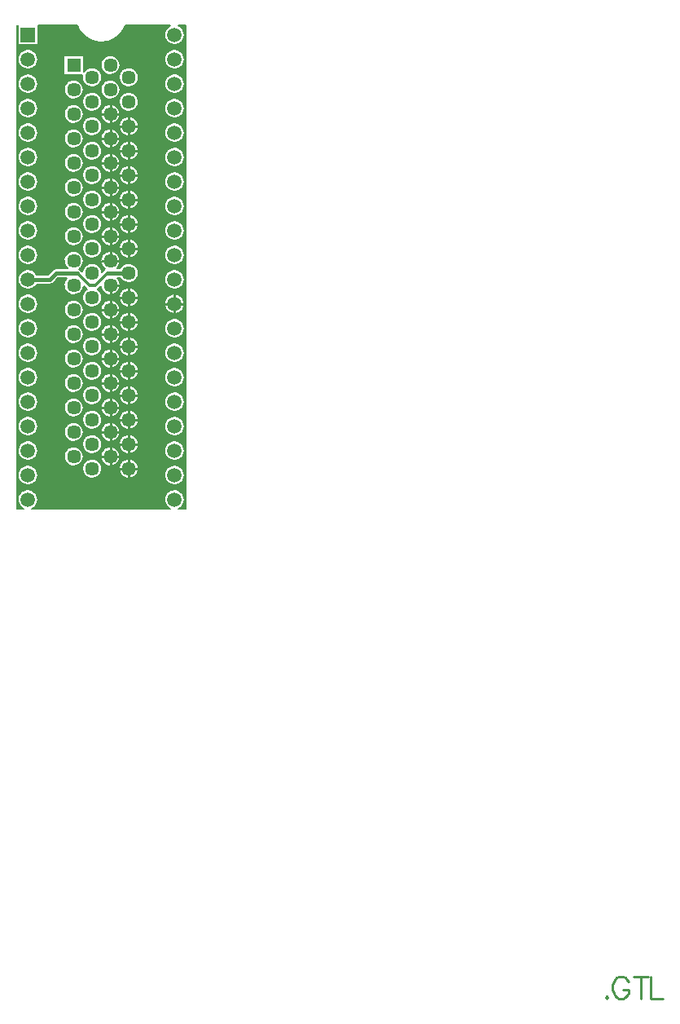
<source format=gtl>
%FSLAX44Y44*%
%MOMM*%
G71*
G01*
G75*
%ADD10C,0.2000*%
%ADD11C,0.4000*%
%ADD12C,0.3300*%
%ADD13C,0.2540*%
%ADD14C,0.2286*%
%ADD15C,1.4500*%
%ADD16R,1.4500X1.4500*%
%ADD17C,1.5000*%
%ADD18R,1.5000X1.5000*%
D10*
X2275063Y1895459D02*
X2277179Y1896682D01*
X2278956Y1898360D01*
X2280299Y1900403D01*
X2281134Y1902699D01*
X2281418Y1905127D01*
X2281118Y1907622D01*
X2280236Y1909974D01*
X2278822Y1912051D01*
X2276956Y1913734D01*
X2274744Y1914927D01*
X2272313Y1915562D01*
X2269801Y1915603D01*
X2267350Y1915048D01*
X2265101Y1913928D01*
X2263181Y1912308D01*
X2261699Y1910278D01*
X2260741Y1907956D01*
X2260359Y1905472D01*
X2260577Y1902969D01*
X2261382Y1900589D01*
X2262727Y1898467D01*
X2264537Y1896724D01*
X2266708Y1895459D01*
X2281418Y1930527D02*
X2281112Y1933047D01*
X2280211Y1935421D01*
X2278769Y1937511D01*
X2276869Y1939195D01*
X2274620Y1940375D01*
X2272155Y1940982D01*
X2269616D01*
X2267151Y1940375D01*
X2264903Y1939195D01*
X2263002Y1937511D01*
X2261560Y1935421D01*
X2260660Y1933047D01*
X2260354Y1930527D01*
X2260660Y1928006D01*
X2261560Y1925632D01*
X2263002Y1923543D01*
X2264903Y1921859D01*
X2267151Y1920679D01*
X2269616Y1920072D01*
X2272155D01*
X2274620Y1920679D01*
X2276869Y1921859D01*
X2278769Y1923543D01*
X2280211Y1925632D01*
X2281112Y1928007D01*
X2281418Y1930527D01*
Y1955927D02*
X2281112Y1958448D01*
X2280211Y1960822D01*
X2278769Y1962911D01*
X2276869Y1964595D01*
X2274620Y1965775D01*
X2272155Y1966382D01*
X2269616D01*
X2267151Y1965775D01*
X2264903Y1964595D01*
X2263002Y1962911D01*
X2261560Y1960822D01*
X2260660Y1958448D01*
X2260354Y1955927D01*
X2260660Y1953407D01*
X2261560Y1951033D01*
X2263002Y1948943D01*
X2264903Y1947259D01*
X2267151Y1946079D01*
X2269616Y1945472D01*
X2272155D01*
X2274620Y1946079D01*
X2276869Y1947259D01*
X2278769Y1948943D01*
X2280211Y1951033D01*
X2281112Y1953407D01*
X2281418Y1955927D01*
Y1981327D02*
X2281112Y1983848D01*
X2280211Y1986221D01*
X2278769Y1988311D01*
X2276869Y1989995D01*
X2274620Y1991175D01*
X2272155Y1991782D01*
X2269616D01*
X2267151Y1991175D01*
X2264903Y1989995D01*
X2263002Y1988311D01*
X2261560Y1986221D01*
X2260660Y1983848D01*
X2260354Y1981327D01*
X2260660Y1978806D01*
X2261560Y1976432D01*
X2263002Y1974343D01*
X2264903Y1972659D01*
X2267151Y1971479D01*
X2269616Y1970872D01*
X2272155D01*
X2274620Y1971479D01*
X2276869Y1972659D01*
X2278769Y1974343D01*
X2280211Y1976432D01*
X2281112Y1978807D01*
X2281418Y1981327D01*
Y2006727D02*
X2281112Y2009247D01*
X2280211Y2011622D01*
X2278769Y2013711D01*
X2276869Y2015395D01*
X2274620Y2016575D01*
X2272155Y2017182D01*
X2269616D01*
X2267151Y2016575D01*
X2264903Y2015395D01*
X2263002Y2013711D01*
X2261560Y2011622D01*
X2260660Y2009247D01*
X2260354Y2006727D01*
X2260660Y2004207D01*
X2261560Y2001832D01*
X2263002Y1999743D01*
X2264903Y1998059D01*
X2267151Y1996879D01*
X2269616Y1996272D01*
X2272155D01*
X2274620Y1996879D01*
X2276869Y1998059D01*
X2278769Y1999743D01*
X2280211Y2001832D01*
X2281112Y2004207D01*
X2281418Y2006727D01*
Y2032127D02*
X2281112Y2034648D01*
X2280211Y2037021D01*
X2278769Y2039111D01*
X2276869Y2040795D01*
X2274620Y2041975D01*
X2272155Y2042582D01*
X2269616D01*
X2267151Y2041975D01*
X2264903Y2040795D01*
X2263002Y2039111D01*
X2261560Y2037021D01*
X2260660Y2034648D01*
X2260354Y2032127D01*
X2260660Y2029606D01*
X2261560Y2027233D01*
X2263002Y2025143D01*
X2264903Y2023459D01*
X2267151Y2022279D01*
X2269616Y2021672D01*
X2272155D01*
X2274620Y2022279D01*
X2276869Y2023459D01*
X2278769Y2025143D01*
X2280211Y2027233D01*
X2281112Y2029607D01*
X2281418Y2032127D01*
Y2057527D02*
X2281112Y2060047D01*
X2280211Y2062422D01*
X2278769Y2064511D01*
X2276869Y2066195D01*
X2274620Y2067375D01*
X2272155Y2067982D01*
X2269616D01*
X2267151Y2067375D01*
X2264903Y2066195D01*
X2263002Y2064511D01*
X2261560Y2062422D01*
X2260660Y2060047D01*
X2260354Y2057527D01*
X2260660Y2055007D01*
X2261560Y2052632D01*
X2263002Y2050543D01*
X2264903Y2048859D01*
X2267151Y2047679D01*
X2269616Y2047072D01*
X2272155D01*
X2274620Y2047679D01*
X2276869Y2048859D01*
X2278769Y2050543D01*
X2280211Y2052632D01*
X2281112Y2055007D01*
X2281418Y2057527D01*
Y2082927D02*
X2281112Y2085448D01*
X2280211Y2087822D01*
X2278769Y2089911D01*
X2276869Y2091595D01*
X2274620Y2092775D01*
X2272155Y2093382D01*
X2269616D01*
X2267151Y2092775D01*
X2264903Y2091595D01*
X2263002Y2089911D01*
X2261560Y2087822D01*
X2260660Y2085448D01*
X2260354Y2082927D01*
X2260660Y2080406D01*
X2261560Y2078033D01*
X2263002Y2075943D01*
X2264903Y2074259D01*
X2267151Y2073079D01*
X2269616Y2072472D01*
X2272155D01*
X2274620Y2073079D01*
X2276869Y2074259D01*
X2278769Y2075943D01*
X2280211Y2078033D01*
X2281112Y2080407D01*
X2281418Y2082927D01*
Y2108327D02*
X2281112Y2110847D01*
X2280211Y2113221D01*
X2278769Y2115311D01*
X2276869Y2116995D01*
X2274620Y2118175D01*
X2272155Y2118782D01*
X2269616D01*
X2267151Y2118175D01*
X2264903Y2116995D01*
X2263002Y2115311D01*
X2261560Y2113221D01*
X2260660Y2110847D01*
X2260354Y2108327D01*
X2260660Y2105806D01*
X2261560Y2103432D01*
X2263002Y2101343D01*
X2264903Y2099659D01*
X2267151Y2098479D01*
X2269616Y2097872D01*
X2272155D01*
X2274620Y2098479D01*
X2276869Y2099659D01*
X2278769Y2101343D01*
X2280211Y2103432D01*
X2281112Y2105807D01*
X2281418Y2108327D01*
X2280138Y2138759D02*
X2278674Y2140816D01*
X2276763Y2142466D01*
X2274514Y2143614D01*
X2272057Y2144194D01*
X2269532Y2144172D01*
X2267085Y2143549D01*
X2264856Y2142362D01*
X2262974Y2140679D01*
X2261547Y2138596D01*
X2260656Y2136234D01*
X2260354Y2133727D01*
X2260656Y2131220D01*
X2261547Y2128858D01*
X2262974Y2126775D01*
X2264856Y2125092D01*
X2267085Y2123905D01*
X2269532Y2123282D01*
X2272057Y2123260D01*
X2274514Y2123840D01*
X2276763Y2124987D01*
X2278674Y2126638D01*
X2280138Y2128695D01*
X2293746D02*
X2295671Y2129078D01*
X2297304Y2130169D01*
X2293746Y2128695D02*
X2295671Y2129078D01*
X2297304Y2130169D01*
X2300096Y2145109D02*
X2298170Y2144726D01*
X2296538Y2143635D01*
X2300096Y2145109D02*
X2298170Y2144726D01*
X2296538Y2143635D01*
X2328793Y1949917D02*
X2328470Y1952474D01*
X2327521Y1954870D01*
X2326006Y1956956D01*
X2324020Y1958598D01*
X2321688Y1959696D01*
X2319156Y1960179D01*
X2316584Y1960017D01*
X2314133Y1959220D01*
X2311957Y1957839D01*
X2310192Y1955961D01*
X2308951Y1953702D01*
X2308310Y1951206D01*
Y1948628D01*
X2308951Y1946132D01*
X2310192Y1943873D01*
X2311957Y1941995D01*
X2314133Y1940614D01*
X2316584Y1939817D01*
X2319156Y1939655D01*
X2321688Y1940138D01*
X2324020Y1941236D01*
X2326006Y1942879D01*
X2327521Y1944964D01*
X2328470Y1947360D01*
X2328793Y1949917D01*
Y1975317D02*
X2328470Y1977874D01*
X2327521Y1980270D01*
X2326006Y1982355D01*
X2324020Y1983998D01*
X2321688Y1985096D01*
X2319156Y1985579D01*
X2316584Y1985417D01*
X2314133Y1984620D01*
X2311957Y1983239D01*
X2310192Y1981361D01*
X2308951Y1979102D01*
X2308310Y1976606D01*
Y1974028D01*
X2308951Y1971532D01*
X2310192Y1969273D01*
X2311957Y1967395D01*
X2314133Y1966014D01*
X2316584Y1965217D01*
X2319156Y1965055D01*
X2321688Y1965538D01*
X2324020Y1966636D01*
X2326006Y1968279D01*
X2327521Y1970364D01*
X2328470Y1972760D01*
X2328793Y1975317D01*
Y2000717D02*
X2328470Y2003274D01*
X2327521Y2005670D01*
X2326006Y2007755D01*
X2324020Y2009398D01*
X2321688Y2010496D01*
X2319156Y2010979D01*
X2316584Y2010817D01*
X2314133Y2010020D01*
X2311957Y2008639D01*
X2310192Y2006761D01*
X2308951Y2004502D01*
X2308310Y2002006D01*
Y1999428D01*
X2308951Y1996932D01*
X2310192Y1994673D01*
X2311957Y1992795D01*
X2314133Y1991414D01*
X2316584Y1990617D01*
X2319156Y1990455D01*
X2321688Y1990938D01*
X2324020Y1992036D01*
X2326006Y1993678D01*
X2327521Y1995764D01*
X2328470Y1998160D01*
X2328793Y2000717D01*
X2347843Y1937217D02*
X2347520Y1939774D01*
X2346571Y1942170D01*
X2345056Y1944256D01*
X2343070Y1945898D01*
X2340738Y1946996D01*
X2338206Y1947479D01*
X2335634Y1947317D01*
X2333183Y1946520D01*
X2331007Y1945139D01*
X2329242Y1943261D01*
X2328001Y1941002D01*
X2327360Y1938506D01*
Y1935928D01*
X2328001Y1933432D01*
X2329242Y1931173D01*
X2331007Y1929295D01*
X2333183Y1927914D01*
X2335634Y1927117D01*
X2338206Y1926955D01*
X2340738Y1927438D01*
X2343070Y1928536D01*
X2345056Y1930179D01*
X2346571Y1932264D01*
X2347520Y1934660D01*
X2347843Y1937217D01*
Y1962617D02*
X2347520Y1965174D01*
X2346571Y1967570D01*
X2345056Y1969655D01*
X2343070Y1971298D01*
X2340738Y1972396D01*
X2338206Y1972879D01*
X2335634Y1972717D01*
X2333183Y1971920D01*
X2331007Y1970539D01*
X2329242Y1968661D01*
X2328001Y1966402D01*
X2327360Y1963906D01*
Y1961328D01*
X2328001Y1958832D01*
X2329242Y1956573D01*
X2331007Y1954695D01*
X2333183Y1953314D01*
X2335634Y1952517D01*
X2338206Y1952355D01*
X2340738Y1952838D01*
X2343070Y1953936D01*
X2345056Y1955578D01*
X2346571Y1957664D01*
X2347520Y1960060D01*
X2347843Y1962617D01*
Y1988017D02*
X2347520Y1990574D01*
X2346571Y1992970D01*
X2345056Y1995056D01*
X2343070Y1996698D01*
X2340738Y1997796D01*
X2338206Y1998279D01*
X2335634Y1998117D01*
X2333183Y1997320D01*
X2331007Y1995939D01*
X2329242Y1994061D01*
X2328001Y1991802D01*
X2327360Y1989306D01*
Y1986728D01*
X2328001Y1984232D01*
X2329242Y1981973D01*
X2331007Y1980095D01*
X2333183Y1978714D01*
X2335634Y1977917D01*
X2338206Y1977755D01*
X2340738Y1978238D01*
X2343070Y1979336D01*
X2345056Y1980979D01*
X2346571Y1983064D01*
X2347520Y1985460D01*
X2347843Y1988017D01*
Y2013417D02*
X2347520Y2015974D01*
X2346571Y2018370D01*
X2345056Y2020455D01*
X2343070Y2022098D01*
X2340738Y2023196D01*
X2338206Y2023679D01*
X2335634Y2023517D01*
X2333183Y2022720D01*
X2331007Y2021339D01*
X2329242Y2019461D01*
X2328001Y2017202D01*
X2327360Y2014706D01*
Y2012128D01*
X2328001Y2009632D01*
X2329242Y2007373D01*
X2331007Y2005495D01*
X2333183Y2004114D01*
X2335634Y2003317D01*
X2338206Y2003155D01*
X2340738Y2003638D01*
X2343070Y2004736D01*
X2345056Y2006378D01*
X2346571Y2008464D01*
X2347520Y2010860D01*
X2347843Y2013417D01*
X2328793Y2026117D02*
X2328470Y2028674D01*
X2327521Y2031070D01*
X2326006Y2033156D01*
X2324020Y2034798D01*
X2321688Y2035896D01*
X2319156Y2036379D01*
X2316584Y2036217D01*
X2314133Y2035420D01*
X2311957Y2034039D01*
X2310192Y2032161D01*
X2308951Y2029902D01*
X2308310Y2027406D01*
Y2024828D01*
X2308951Y2022332D01*
X2310192Y2020073D01*
X2311957Y2018195D01*
X2314133Y2016814D01*
X2316584Y2016017D01*
X2319156Y2015855D01*
X2321688Y2016338D01*
X2324020Y2017436D01*
X2326006Y2019079D01*
X2327521Y2021164D01*
X2328470Y2023560D01*
X2328793Y2026117D01*
Y2051517D02*
X2328470Y2054074D01*
X2327521Y2056470D01*
X2326006Y2058555D01*
X2324020Y2060198D01*
X2321688Y2061296D01*
X2319156Y2061779D01*
X2316584Y2061617D01*
X2314133Y2060820D01*
X2311957Y2059439D01*
X2310192Y2057561D01*
X2308951Y2055302D01*
X2308310Y2052806D01*
Y2050228D01*
X2308951Y2047732D01*
X2310192Y2045473D01*
X2311957Y2043595D01*
X2314133Y2042214D01*
X2316584Y2041417D01*
X2319156Y2041255D01*
X2321688Y2041738D01*
X2324020Y2042836D01*
X2326006Y2044478D01*
X2327521Y2046564D01*
X2328470Y2048960D01*
X2328793Y2051517D01*
X2326900Y2142084D02*
X2324360Y2144661D01*
X2328793Y2076917D02*
X2328470Y2079474D01*
X2327521Y2081870D01*
X2326006Y2083956D01*
X2324020Y2085598D01*
X2321688Y2086696D01*
X2319156Y2087179D01*
X2316584Y2087017D01*
X2314133Y2086220D01*
X2311957Y2084839D01*
X2310192Y2082961D01*
X2308951Y2080702D01*
X2308310Y2078206D01*
Y2075628D01*
X2308951Y2073132D01*
X2310192Y2070873D01*
X2311957Y2068995D01*
X2314133Y2067614D01*
X2316584Y2066817D01*
X2319156Y2066655D01*
X2321688Y2067138D01*
X2324020Y2068236D01*
X2326006Y2069879D01*
X2327521Y2071964D01*
X2328470Y2074360D01*
X2328793Y2076917D01*
Y2102317D02*
X2328470Y2104874D01*
X2327521Y2107270D01*
X2326006Y2109355D01*
X2324020Y2110998D01*
X2321688Y2112096D01*
X2319156Y2112579D01*
X2316584Y2112417D01*
X2314133Y2111620D01*
X2311957Y2110239D01*
X2310192Y2108361D01*
X2308951Y2106102D01*
X2308310Y2103606D01*
Y2101028D01*
X2308951Y2098532D01*
X2310192Y2096273D01*
X2311957Y2094395D01*
X2314133Y2093014D01*
X2316584Y2092217D01*
X2319156Y2092055D01*
X2321688Y2092538D01*
X2324020Y2093636D01*
X2326006Y2095278D01*
X2327521Y2097364D01*
X2328470Y2099760D01*
X2328793Y2102317D01*
X2311298Y2135045D02*
X2309755Y2133108D01*
X2308720Y2130859D01*
X2308253Y2128427D01*
X2308381Y2125954D01*
X2309096Y2123583D01*
X2310358Y2121452D01*
X2312092Y2119685D01*
X2314198Y2118383D01*
X2316555Y2117623D01*
X2319025Y2117448D01*
X2321465Y2117869D01*
X2323734Y2118861D01*
X2325700Y2120366D01*
X2327249Y2122298D01*
X2328291Y2124545D01*
X2328766Y2126975D01*
X2324360Y2144661D02*
X2326212Y2146305D01*
X2327617Y2148343D01*
X2328495Y2150659D01*
X2328793Y2153117D01*
X2347843Y2038817D02*
X2347520Y2041374D01*
X2346571Y2043770D01*
X2345056Y2045856D01*
X2343070Y2047498D01*
X2340738Y2048596D01*
X2338206Y2049079D01*
X2335634Y2048917D01*
X2333183Y2048120D01*
X2331007Y2046739D01*
X2329242Y2044861D01*
X2328001Y2042602D01*
X2327360Y2040106D01*
Y2037528D01*
X2328001Y2035032D01*
X2329242Y2032773D01*
X2331007Y2030895D01*
X2333183Y2029514D01*
X2335634Y2028717D01*
X2338206Y2028555D01*
X2340738Y2029038D01*
X2343070Y2030136D01*
X2345056Y2031779D01*
X2346571Y2033864D01*
X2347520Y2036260D01*
X2347843Y2038817D01*
Y2064217D02*
X2347520Y2066774D01*
X2346571Y2069170D01*
X2345056Y2071255D01*
X2343070Y2072898D01*
X2340738Y2073996D01*
X2338206Y2074479D01*
X2335634Y2074317D01*
X2333183Y2073520D01*
X2331007Y2072139D01*
X2329242Y2070261D01*
X2328001Y2068002D01*
X2327360Y2065506D01*
Y2062928D01*
X2328001Y2060432D01*
X2329242Y2058173D01*
X2331007Y2056295D01*
X2333183Y2054914D01*
X2335634Y2054117D01*
X2338206Y2053955D01*
X2340738Y2054438D01*
X2343070Y2055536D01*
X2345056Y2057178D01*
X2346571Y2059264D01*
X2347520Y2061660D01*
X2347843Y2064217D01*
X2343366Y2123504D02*
X2344046Y2124066D01*
X2343366Y2123504D02*
X2344046Y2124066D01*
X2347843Y2089617D02*
X2347520Y2092174D01*
X2346571Y2094570D01*
X2345056Y2096655D01*
X2343070Y2098298D01*
X2340738Y2099396D01*
X2338206Y2099879D01*
X2335634Y2099717D01*
X2333183Y2098920D01*
X2331007Y2097539D01*
X2329242Y2095661D01*
X2328001Y2093402D01*
X2327360Y2090906D01*
Y2088328D01*
X2328001Y2085832D01*
X2329242Y2083573D01*
X2331007Y2081695D01*
X2333183Y2080314D01*
X2335634Y2079517D01*
X2338206Y2079355D01*
X2340738Y2079838D01*
X2343070Y2080936D01*
X2345056Y2082578D01*
X2346571Y2084664D01*
X2347520Y2087060D01*
X2347843Y2089617D01*
X2332072Y2123712D02*
X2330134Y2122127D01*
X2328636Y2120122D01*
X2327666Y2117814D01*
X2327284Y2115340D01*
X2327510Y2112847D01*
X2328333Y2110482D01*
X2329702Y2108387D01*
X2331537Y2106684D01*
X2333730Y2105475D01*
X2336149Y2104832D01*
X2338652Y2104793D01*
X2341090Y2105360D01*
X2343320Y2106499D01*
X2345207Y2108143D01*
X2346642Y2110195D01*
X2347538Y2112532D01*
X2347843Y2115017D01*
X2347541Y2117488D01*
X2346655Y2119814D01*
X2345235Y2121860D01*
X2343366Y2123504D01*
X2347821Y2141084D02*
X2347348Y2143567D01*
X2346284Y2145860D01*
X2344691Y2147825D01*
X2342668Y2149341D01*
X2340336Y2150317D01*
X2337836Y2150695D01*
X2335320Y2150452D01*
X2332939Y2149602D01*
X2330837Y2148196D01*
X2329142Y2146320D01*
X2327956Y2144087D01*
X2327351Y2141633D01*
X2281418Y2159127D02*
X2281112Y2161647D01*
X2280211Y2164021D01*
X2278769Y2166111D01*
X2276869Y2167795D01*
X2274620Y2168975D01*
X2272155Y2169582D01*
X2269616D01*
X2267151Y2168975D01*
X2264903Y2167795D01*
X2263002Y2166111D01*
X2261560Y2164021D01*
X2260660Y2161647D01*
X2260354Y2159127D01*
X2260660Y2156606D01*
X2261560Y2154232D01*
X2263002Y2152143D01*
X2264903Y2150459D01*
X2267151Y2149279D01*
X2269616Y2148672D01*
X2272155D01*
X2274620Y2149279D01*
X2276869Y2150459D01*
X2278769Y2152143D01*
X2280211Y2154232D01*
X2281112Y2156607D01*
X2281418Y2159127D01*
Y2184527D02*
X2281112Y2187047D01*
X2280211Y2189422D01*
X2278769Y2191511D01*
X2276869Y2193195D01*
X2274620Y2194375D01*
X2272155Y2194982D01*
X2269616D01*
X2267151Y2194375D01*
X2264903Y2193195D01*
X2263002Y2191511D01*
X2261560Y2189422D01*
X2260660Y2187047D01*
X2260354Y2184527D01*
X2260660Y2182007D01*
X2261560Y2179633D01*
X2263002Y2177543D01*
X2264903Y2175859D01*
X2267151Y2174679D01*
X2269616Y2174072D01*
X2272155D01*
X2274620Y2174679D01*
X2276869Y2175859D01*
X2278769Y2177543D01*
X2280211Y2179633D01*
X2281112Y2182007D01*
X2281418Y2184527D01*
Y2209927D02*
X2281112Y2212448D01*
X2280211Y2214821D01*
X2278769Y2216911D01*
X2276869Y2218595D01*
X2274620Y2219775D01*
X2272155Y2220382D01*
X2269616D01*
X2267151Y2219775D01*
X2264903Y2218595D01*
X2263002Y2216911D01*
X2261560Y2214821D01*
X2260660Y2212448D01*
X2260354Y2209927D01*
X2260660Y2207406D01*
X2261560Y2205033D01*
X2263002Y2202943D01*
X2264903Y2201259D01*
X2267151Y2200079D01*
X2269616Y2199472D01*
X2272155D01*
X2274620Y2200079D01*
X2276869Y2201259D01*
X2278769Y2202943D01*
X2280211Y2205033D01*
X2281112Y2207407D01*
X2281418Y2209927D01*
Y2235327D02*
X2281112Y2237847D01*
X2280211Y2240222D01*
X2278769Y2242311D01*
X2276869Y2243995D01*
X2274620Y2245175D01*
X2272155Y2245782D01*
X2269616D01*
X2267151Y2245175D01*
X2264903Y2243995D01*
X2263002Y2242311D01*
X2261560Y2240222D01*
X2260660Y2237847D01*
X2260354Y2235327D01*
X2260660Y2232807D01*
X2261560Y2230432D01*
X2263002Y2228343D01*
X2264903Y2226659D01*
X2267151Y2225479D01*
X2269616Y2224872D01*
X2272155D01*
X2274620Y2225479D01*
X2276869Y2226659D01*
X2278769Y2228343D01*
X2280211Y2230432D01*
X2281112Y2232807D01*
X2281418Y2235327D01*
Y2260727D02*
X2281112Y2263248D01*
X2280211Y2265621D01*
X2278769Y2267711D01*
X2276869Y2269395D01*
X2274620Y2270575D01*
X2272155Y2271182D01*
X2269616D01*
X2267151Y2270575D01*
X2264903Y2269395D01*
X2263002Y2267711D01*
X2261560Y2265621D01*
X2260660Y2263248D01*
X2260354Y2260727D01*
X2260660Y2258206D01*
X2261560Y2255833D01*
X2263002Y2253743D01*
X2264903Y2252059D01*
X2267151Y2250879D01*
X2269616Y2250272D01*
X2272155D01*
X2274620Y2250879D01*
X2276869Y2252059D01*
X2278769Y2253743D01*
X2280211Y2255833D01*
X2281112Y2258207D01*
X2281418Y2260727D01*
Y2286127D02*
X2281112Y2288647D01*
X2280211Y2291022D01*
X2278769Y2293111D01*
X2276869Y2294795D01*
X2274620Y2295975D01*
X2272155Y2296582D01*
X2269616D01*
X2267151Y2295975D01*
X2264903Y2294795D01*
X2263002Y2293111D01*
X2261560Y2291022D01*
X2260660Y2288647D01*
X2260354Y2286127D01*
X2260660Y2283607D01*
X2261560Y2281232D01*
X2263002Y2279143D01*
X2264903Y2277459D01*
X2267151Y2276279D01*
X2269616Y2275672D01*
X2272155D01*
X2274620Y2276279D01*
X2276869Y2277459D01*
X2278769Y2279143D01*
X2280211Y2281232D01*
X2281112Y2283607D01*
X2281418Y2286127D01*
Y2311527D02*
X2281112Y2314048D01*
X2280211Y2316422D01*
X2278769Y2318511D01*
X2276869Y2320195D01*
X2274620Y2321375D01*
X2272155Y2321982D01*
X2269616D01*
X2267151Y2321375D01*
X2264903Y2320195D01*
X2263002Y2318511D01*
X2261560Y2316422D01*
X2260660Y2314048D01*
X2260354Y2311527D01*
X2260660Y2309007D01*
X2261560Y2306633D01*
X2263002Y2304543D01*
X2264903Y2302859D01*
X2267151Y2301679D01*
X2269616Y2301072D01*
X2272155D01*
X2274620Y2301679D01*
X2276869Y2302859D01*
X2278769Y2304543D01*
X2280211Y2306633D01*
X2281112Y2309007D01*
X2281418Y2311527D01*
Y2336927D02*
X2281112Y2339447D01*
X2280211Y2341821D01*
X2278769Y2343911D01*
X2276869Y2345595D01*
X2274620Y2346775D01*
X2272155Y2347382D01*
X2269616D01*
X2267151Y2346775D01*
X2264903Y2345595D01*
X2263002Y2343911D01*
X2261560Y2341821D01*
X2260660Y2339447D01*
X2260354Y2336927D01*
X2260660Y2334406D01*
X2261560Y2332032D01*
X2263002Y2329943D01*
X2264903Y2328259D01*
X2267151Y2327079D01*
X2269616Y2326472D01*
X2272155D01*
X2274620Y2327079D01*
X2276869Y2328259D01*
X2278769Y2329943D01*
X2280211Y2332032D01*
X2281112Y2334407D01*
X2281418Y2336927D01*
Y2362327D02*
X2281112Y2364848D01*
X2280211Y2367222D01*
X2278769Y2369311D01*
X2276869Y2370995D01*
X2274620Y2372175D01*
X2272155Y2372782D01*
X2269616D01*
X2267151Y2372175D01*
X2264903Y2370995D01*
X2263002Y2369311D01*
X2261560Y2367222D01*
X2260660Y2364848D01*
X2260354Y2362327D01*
X2260660Y2359807D01*
X2261560Y2357433D01*
X2263002Y2355343D01*
X2264903Y2353659D01*
X2267151Y2352479D01*
X2269616Y2351872D01*
X2272155D01*
X2274620Y2352479D01*
X2276869Y2353659D01*
X2278769Y2355343D01*
X2280211Y2357433D01*
X2281112Y2359807D01*
X2281418Y2362327D01*
X2328793Y2153117D02*
X2328468Y2155682D01*
X2327513Y2158085D01*
X2325989Y2160174D01*
X2323992Y2161817D01*
X2321648Y2162909D01*
X2319106Y2163382D01*
X2316526Y2163206D01*
X2314072Y2162391D01*
X2311898Y2160991D01*
X2310143Y2159092D01*
X2308917Y2156815D01*
X2308298Y2154305D01*
X2308324Y2151719D01*
X2308995Y2149222D01*
X2310268Y2146971D01*
X2312062Y2145109D01*
X2328793Y2178517D02*
X2328470Y2181074D01*
X2327521Y2183470D01*
X2326006Y2185556D01*
X2324020Y2187198D01*
X2321688Y2188296D01*
X2319156Y2188779D01*
X2316584Y2188617D01*
X2314133Y2187820D01*
X2311957Y2186439D01*
X2310192Y2184561D01*
X2308951Y2182302D01*
X2308310Y2179806D01*
Y2177228D01*
X2308951Y2174732D01*
X2310192Y2172473D01*
X2311957Y2170595D01*
X2314133Y2169214D01*
X2316584Y2168417D01*
X2319156Y2168255D01*
X2321688Y2168738D01*
X2324020Y2169836D01*
X2326006Y2171478D01*
X2327521Y2173564D01*
X2328470Y2175960D01*
X2328793Y2178517D01*
Y2203917D02*
X2328470Y2206474D01*
X2327521Y2208870D01*
X2326006Y2210956D01*
X2324020Y2212598D01*
X2321688Y2213696D01*
X2319156Y2214179D01*
X2316584Y2214017D01*
X2314133Y2213220D01*
X2311957Y2211839D01*
X2310192Y2209961D01*
X2308951Y2207702D01*
X2308310Y2205206D01*
Y2202628D01*
X2308951Y2200132D01*
X2310192Y2197873D01*
X2311957Y2195995D01*
X2314133Y2194614D01*
X2316584Y2193817D01*
X2319156Y2193655D01*
X2321688Y2194138D01*
X2324020Y2195236D01*
X2326006Y2196879D01*
X2327521Y2198964D01*
X2328470Y2201360D01*
X2328793Y2203917D01*
X2347843Y2165817D02*
X2347520Y2168374D01*
X2346571Y2170770D01*
X2345056Y2172856D01*
X2343070Y2174498D01*
X2340738Y2175596D01*
X2338206Y2176079D01*
X2335634Y2175917D01*
X2333183Y2175120D01*
X2331007Y2173739D01*
X2329242Y2171861D01*
X2328001Y2169602D01*
X2327360Y2167106D01*
Y2164528D01*
X2328001Y2162032D01*
X2329242Y2159773D01*
X2331007Y2157895D01*
X2333183Y2156514D01*
X2335634Y2155717D01*
X2338206Y2155555D01*
X2340738Y2156038D01*
X2343070Y2157136D01*
X2345056Y2158779D01*
X2346571Y2160864D01*
X2347520Y2163260D01*
X2347843Y2165817D01*
Y2191217D02*
X2347520Y2193774D01*
X2346571Y2196170D01*
X2345056Y2198255D01*
X2343070Y2199898D01*
X2340738Y2200996D01*
X2338206Y2201479D01*
X2335634Y2201317D01*
X2333183Y2200520D01*
X2331007Y2199139D01*
X2329242Y2197261D01*
X2328001Y2195002D01*
X2327360Y2192506D01*
Y2189928D01*
X2328001Y2187432D01*
X2329242Y2185173D01*
X2331007Y2183295D01*
X2333183Y2181914D01*
X2335634Y2181117D01*
X2338206Y2180955D01*
X2340738Y2181438D01*
X2343070Y2182536D01*
X2345056Y2184178D01*
X2346571Y2186264D01*
X2347520Y2188660D01*
X2347843Y2191217D01*
X2328793Y2229317D02*
X2328470Y2231874D01*
X2327521Y2234270D01*
X2326006Y2236355D01*
X2324020Y2237998D01*
X2321688Y2239096D01*
X2319156Y2239579D01*
X2316584Y2239417D01*
X2314133Y2238620D01*
X2311957Y2237239D01*
X2310192Y2235361D01*
X2308951Y2233102D01*
X2308310Y2230606D01*
Y2228028D01*
X2308951Y2225532D01*
X2310192Y2223273D01*
X2311957Y2221395D01*
X2314133Y2220014D01*
X2316584Y2219217D01*
X2319156Y2219055D01*
X2321688Y2219538D01*
X2324020Y2220636D01*
X2326006Y2222278D01*
X2327521Y2224364D01*
X2328470Y2226760D01*
X2328793Y2229317D01*
X2347843Y2216617D02*
X2347520Y2219174D01*
X2346571Y2221570D01*
X2345056Y2223656D01*
X2343070Y2225298D01*
X2340738Y2226396D01*
X2338206Y2226879D01*
X2335634Y2226717D01*
X2333183Y2225920D01*
X2331007Y2224539D01*
X2329242Y2222661D01*
X2328001Y2220402D01*
X2327360Y2217906D01*
Y2215328D01*
X2328001Y2212832D01*
X2329242Y2210573D01*
X2331007Y2208695D01*
X2333183Y2207314D01*
X2335634Y2206517D01*
X2338206Y2206355D01*
X2340738Y2206838D01*
X2343070Y2207936D01*
X2345056Y2209579D01*
X2346571Y2211664D01*
X2347520Y2214060D01*
X2347843Y2216617D01*
X2328793Y2254717D02*
X2328470Y2257274D01*
X2327521Y2259670D01*
X2326006Y2261756D01*
X2324020Y2263398D01*
X2321688Y2264496D01*
X2319156Y2264979D01*
X2316584Y2264817D01*
X2314133Y2264020D01*
X2311957Y2262639D01*
X2310192Y2260761D01*
X2308951Y2258502D01*
X2308310Y2256006D01*
Y2253428D01*
X2308951Y2250932D01*
X2310192Y2248673D01*
X2311957Y2246795D01*
X2314133Y2245414D01*
X2316584Y2244617D01*
X2319156Y2244455D01*
X2321688Y2244938D01*
X2324020Y2246036D01*
X2326006Y2247679D01*
X2327521Y2249764D01*
X2328470Y2252160D01*
X2328793Y2254717D01*
X2347843Y2242017D02*
X2347520Y2244574D01*
X2346571Y2246970D01*
X2345056Y2249055D01*
X2343070Y2250698D01*
X2340738Y2251796D01*
X2338206Y2252279D01*
X2335634Y2252117D01*
X2333183Y2251320D01*
X2331007Y2249939D01*
X2329242Y2248061D01*
X2328001Y2245802D01*
X2327360Y2243306D01*
Y2240728D01*
X2328001Y2238232D01*
X2329242Y2235973D01*
X2331007Y2234095D01*
X2333183Y2232714D01*
X2335634Y2231917D01*
X2338206Y2231755D01*
X2340738Y2232238D01*
X2343070Y2233336D01*
X2345056Y2234978D01*
X2346571Y2237064D01*
X2347520Y2239460D01*
X2347843Y2242017D01*
X2328793Y2280117D02*
X2328470Y2282674D01*
X2327521Y2285070D01*
X2326006Y2287155D01*
X2324020Y2288798D01*
X2321688Y2289896D01*
X2319156Y2290379D01*
X2316584Y2290217D01*
X2314133Y2289420D01*
X2311957Y2288039D01*
X2310192Y2286161D01*
X2308951Y2283902D01*
X2308310Y2281406D01*
Y2278828D01*
X2308951Y2276332D01*
X2310192Y2274073D01*
X2311957Y2272195D01*
X2314133Y2270814D01*
X2316584Y2270017D01*
X2319156Y2269855D01*
X2321688Y2270338D01*
X2324020Y2271436D01*
X2326006Y2273078D01*
X2327521Y2275164D01*
X2328470Y2277560D01*
X2328793Y2280117D01*
X2347843Y2267417D02*
X2347520Y2269974D01*
X2346571Y2272370D01*
X2345056Y2274456D01*
X2343070Y2276098D01*
X2340738Y2277196D01*
X2338206Y2277679D01*
X2335634Y2277517D01*
X2333183Y2276720D01*
X2331007Y2275339D01*
X2329242Y2273461D01*
X2328001Y2271202D01*
X2327360Y2268706D01*
Y2266128D01*
X2328001Y2263632D01*
X2329242Y2261373D01*
X2331007Y2259495D01*
X2333183Y2258114D01*
X2335634Y2257317D01*
X2338206Y2257155D01*
X2340738Y2257638D01*
X2343070Y2258736D01*
X2345056Y2260379D01*
X2346571Y2262464D01*
X2347520Y2264860D01*
X2347843Y2267417D01*
X2328793Y2305517D02*
X2328470Y2308074D01*
X2327521Y2310470D01*
X2326006Y2312556D01*
X2324020Y2314198D01*
X2321688Y2315296D01*
X2319156Y2315779D01*
X2316584Y2315617D01*
X2314133Y2314820D01*
X2311957Y2313439D01*
X2310192Y2311561D01*
X2308951Y2309302D01*
X2308310Y2306806D01*
Y2304228D01*
X2308951Y2301732D01*
X2310192Y2299473D01*
X2311957Y2297595D01*
X2314133Y2296214D01*
X2316584Y2295417D01*
X2319156Y2295255D01*
X2321688Y2295738D01*
X2324020Y2296836D01*
X2326006Y2298479D01*
X2327521Y2300564D01*
X2328470Y2302960D01*
X2328793Y2305517D01*
Y2330917D02*
X2328470Y2333474D01*
X2327521Y2335870D01*
X2326006Y2337955D01*
X2324020Y2339598D01*
X2321688Y2340696D01*
X2319156Y2341179D01*
X2316584Y2341017D01*
X2314133Y2340220D01*
X2311957Y2338839D01*
X2310192Y2336961D01*
X2308951Y2334702D01*
X2308310Y2332206D01*
Y2329628D01*
X2308951Y2327132D01*
X2310192Y2324873D01*
X2311957Y2322995D01*
X2314133Y2321614D01*
X2316584Y2320817D01*
X2319156Y2320655D01*
X2321688Y2321138D01*
X2324020Y2322236D01*
X2326006Y2323878D01*
X2327521Y2325964D01*
X2328470Y2328360D01*
X2328793Y2330917D01*
X2322002Y2397395D02*
X2322985Y2395099D01*
X2324178Y2392904D01*
X2325570Y2390831D01*
X2327149Y2388895D01*
X2328902Y2387116D01*
X2330813Y2385507D01*
X2332865Y2384084D01*
X2335041Y2382858D01*
X2337322Y2381839D01*
X2339687Y2381038D01*
X2342117Y2380461D01*
X2344591Y2380112D01*
X2347086Y2379996D01*
X2349581Y2380112D01*
X2352054Y2380461D01*
X2354484Y2381038D01*
X2356850Y2381839D01*
X2359131Y2382858D01*
X2361307Y2384084D01*
X2363359Y2385507D01*
X2365270Y2387116D01*
X2367022Y2388895D01*
X2368602Y2390831D01*
X2369994Y2392904D01*
X2371186Y2395099D01*
X2372170Y2397395D01*
X2347843Y2292817D02*
X2347520Y2295374D01*
X2346571Y2297770D01*
X2345056Y2299855D01*
X2343070Y2301498D01*
X2340738Y2302596D01*
X2338206Y2303079D01*
X2335634Y2302917D01*
X2333183Y2302120D01*
X2331007Y2300739D01*
X2329242Y2298861D01*
X2328001Y2296602D01*
X2327360Y2294106D01*
Y2291528D01*
X2328001Y2289032D01*
X2329242Y2286773D01*
X2331007Y2284895D01*
X2333183Y2283514D01*
X2335634Y2282717D01*
X2338206Y2282555D01*
X2340738Y2283038D01*
X2343070Y2284136D01*
X2345056Y2285779D01*
X2346571Y2287864D01*
X2347520Y2290260D01*
X2347843Y2292817D01*
Y2318217D02*
X2347520Y2320774D01*
X2346571Y2323170D01*
X2345056Y2325255D01*
X2343070Y2326898D01*
X2340738Y2327996D01*
X2338206Y2328479D01*
X2335634Y2328317D01*
X2333183Y2327520D01*
X2331007Y2326139D01*
X2329242Y2324261D01*
X2328001Y2322002D01*
X2327360Y2319506D01*
Y2316928D01*
X2328001Y2314432D01*
X2329242Y2312173D01*
X2331007Y2310295D01*
X2333183Y2308914D01*
X2335634Y2308117D01*
X2338206Y2307955D01*
X2340738Y2308438D01*
X2343070Y2309536D01*
X2345056Y2311178D01*
X2346571Y2313264D01*
X2347520Y2315660D01*
X2347843Y2318217D01*
X2327567Y2346035D02*
X2327279Y2343576D01*
X2327587Y2341120D01*
X2328473Y2338808D01*
X2329885Y2336775D01*
X2331743Y2335139D01*
X2333938Y2333994D01*
X2336343Y2333407D01*
X2338819Y2333412D01*
X2341221Y2334009D01*
X2343412Y2335162D01*
X2345263Y2336806D01*
X2346668Y2338844D01*
X2347545Y2341159D01*
X2347843Y2343617D01*
X2347499Y2346252D01*
X2346492Y2348712D01*
X2344888Y2350831D01*
X2342794Y2352468D01*
X2340351Y2353513D01*
X2337721Y2353898D01*
X2335081Y2353595D01*
X2332606Y2352626D01*
X2330462Y2351055D01*
X2328793Y2348987D01*
X2366893Y1949917D02*
X2366570Y1952474D01*
X2365621Y1954870D01*
X2364106Y1956956D01*
X2362120Y1958598D01*
X2359788Y1959696D01*
X2357256Y1960179D01*
X2354684Y1960017D01*
X2352233Y1959220D01*
X2350057Y1957839D01*
X2348292Y1955961D01*
X2347051Y1953702D01*
X2346410Y1951206D01*
Y1948628D01*
X2347051Y1946132D01*
X2348292Y1943873D01*
X2350057Y1941995D01*
X2352233Y1940614D01*
X2354684Y1939817D01*
X2357256Y1939655D01*
X2359788Y1940138D01*
X2362120Y1941236D01*
X2364106Y1942879D01*
X2365621Y1944964D01*
X2366570Y1947360D01*
X2366893Y1949917D01*
Y1975317D02*
X2366570Y1977874D01*
X2365621Y1980270D01*
X2364106Y1982355D01*
X2362120Y1983998D01*
X2359788Y1985096D01*
X2357256Y1985579D01*
X2354684Y1985417D01*
X2352233Y1984620D01*
X2350057Y1983239D01*
X2348292Y1981361D01*
X2347051Y1979102D01*
X2346410Y1976606D01*
Y1974028D01*
X2347051Y1971532D01*
X2348292Y1969273D01*
X2350057Y1967395D01*
X2352233Y1966014D01*
X2354684Y1965217D01*
X2357256Y1965055D01*
X2359788Y1965538D01*
X2362120Y1966636D01*
X2364106Y1968279D01*
X2365621Y1970364D01*
X2366570Y1972760D01*
X2366893Y1975317D01*
Y2000717D02*
X2366570Y2003274D01*
X2365621Y2005670D01*
X2364106Y2007755D01*
X2362120Y2009398D01*
X2359788Y2010496D01*
X2357256Y2010979D01*
X2354684Y2010817D01*
X2352233Y2010020D01*
X2350057Y2008639D01*
X2348292Y2006761D01*
X2347051Y2004502D01*
X2346410Y2002006D01*
Y1999428D01*
X2347051Y1996932D01*
X2348292Y1994673D01*
X2350057Y1992795D01*
X2352233Y1991414D01*
X2354684Y1990617D01*
X2357256Y1990455D01*
X2359788Y1990938D01*
X2362120Y1992036D01*
X2364106Y1993678D01*
X2365621Y1995764D01*
X2366570Y1998160D01*
X2366893Y2000717D01*
X2385943Y1937217D02*
X2385620Y1939774D01*
X2384671Y1942170D01*
X2383156Y1944256D01*
X2381170Y1945898D01*
X2378838Y1946996D01*
X2376306Y1947479D01*
X2373734Y1947317D01*
X2371283Y1946520D01*
X2369107Y1945139D01*
X2367342Y1943261D01*
X2366101Y1941002D01*
X2365460Y1938506D01*
Y1935928D01*
X2366101Y1933432D01*
X2367342Y1931173D01*
X2369107Y1929295D01*
X2371283Y1927914D01*
X2373734Y1927117D01*
X2376306Y1926955D01*
X2378838Y1927438D01*
X2381170Y1928536D01*
X2383156Y1930179D01*
X2384671Y1932264D01*
X2385620Y1934660D01*
X2385943Y1937217D01*
Y1962617D02*
X2385620Y1965174D01*
X2384671Y1967570D01*
X2383156Y1969655D01*
X2381170Y1971298D01*
X2378838Y1972396D01*
X2376306Y1972879D01*
X2373734Y1972717D01*
X2371283Y1971920D01*
X2369107Y1970539D01*
X2367342Y1968661D01*
X2366101Y1966402D01*
X2365460Y1963906D01*
Y1961328D01*
X2366101Y1958832D01*
X2367342Y1956573D01*
X2369107Y1954695D01*
X2371283Y1953314D01*
X2373734Y1952517D01*
X2376306Y1952355D01*
X2378838Y1952838D01*
X2381170Y1953936D01*
X2383156Y1955578D01*
X2384671Y1957664D01*
X2385620Y1960060D01*
X2385943Y1962617D01*
Y1988017D02*
X2385620Y1990574D01*
X2384671Y1992970D01*
X2383156Y1995056D01*
X2381170Y1996698D01*
X2378838Y1997796D01*
X2376306Y1998279D01*
X2373734Y1998117D01*
X2371283Y1997320D01*
X2369107Y1995939D01*
X2367342Y1994061D01*
X2366101Y1991802D01*
X2365460Y1989306D01*
Y1986728D01*
X2366101Y1984232D01*
X2367342Y1981973D01*
X2369107Y1980095D01*
X2371283Y1978714D01*
X2373734Y1977917D01*
X2376306Y1977755D01*
X2378838Y1978238D01*
X2381170Y1979336D01*
X2383156Y1980979D01*
X2384671Y1983064D01*
X2385620Y1985460D01*
X2385943Y1988017D01*
Y2013417D02*
X2385620Y2015974D01*
X2384671Y2018370D01*
X2383156Y2020455D01*
X2381170Y2022098D01*
X2378838Y2023196D01*
X2376306Y2023679D01*
X2373734Y2023517D01*
X2371283Y2022720D01*
X2369107Y2021339D01*
X2367342Y2019461D01*
X2366101Y2017202D01*
X2365460Y2014706D01*
Y2012128D01*
X2366101Y2009632D01*
X2367342Y2007373D01*
X2369107Y2005495D01*
X2371283Y2004114D01*
X2373734Y2003317D01*
X2376306Y2003155D01*
X2378838Y2003638D01*
X2381170Y2004736D01*
X2383156Y2006378D01*
X2384671Y2008464D01*
X2385620Y2010860D01*
X2385943Y2013417D01*
X2366893Y2026117D02*
X2366570Y2028674D01*
X2365621Y2031070D01*
X2364106Y2033156D01*
X2362120Y2034798D01*
X2359788Y2035896D01*
X2357256Y2036379D01*
X2354684Y2036217D01*
X2352233Y2035420D01*
X2350057Y2034039D01*
X2348292Y2032161D01*
X2347051Y2029902D01*
X2346410Y2027406D01*
Y2024828D01*
X2347051Y2022332D01*
X2348292Y2020073D01*
X2350057Y2018195D01*
X2352233Y2016814D01*
X2354684Y2016017D01*
X2357256Y2015855D01*
X2359788Y2016338D01*
X2362120Y2017436D01*
X2364106Y2019079D01*
X2365621Y2021164D01*
X2366570Y2023560D01*
X2366893Y2026117D01*
Y2051517D02*
X2366570Y2054074D01*
X2365621Y2056470D01*
X2364106Y2058555D01*
X2362120Y2060198D01*
X2359788Y2061296D01*
X2357256Y2061779D01*
X2354684Y2061617D01*
X2352233Y2060820D01*
X2350057Y2059439D01*
X2348292Y2057561D01*
X2347051Y2055302D01*
X2346410Y2052806D01*
Y2050228D01*
X2347051Y2047732D01*
X2348292Y2045473D01*
X2350057Y2043595D01*
X2352233Y2042214D01*
X2354684Y2041417D01*
X2357256Y2041255D01*
X2359788Y2041738D01*
X2362120Y2042836D01*
X2364106Y2044478D01*
X2365621Y2046564D01*
X2366570Y2048960D01*
X2366893Y2051517D01*
Y2076917D02*
X2366570Y2079474D01*
X2365621Y2081870D01*
X2364106Y2083956D01*
X2362120Y2085598D01*
X2359788Y2086696D01*
X2357256Y2087179D01*
X2354684Y2087017D01*
X2352233Y2086220D01*
X2350057Y2084839D01*
X2348292Y2082961D01*
X2347051Y2080702D01*
X2346410Y2078206D01*
Y2075628D01*
X2347051Y2073132D01*
X2348292Y2070873D01*
X2350057Y2068995D01*
X2352233Y2067614D01*
X2354684Y2066817D01*
X2357256Y2066655D01*
X2359788Y2067138D01*
X2362120Y2068236D01*
X2364106Y2069879D01*
X2365621Y2071964D01*
X2366570Y2074360D01*
X2366893Y2076917D01*
Y2102317D02*
X2366570Y2104874D01*
X2365621Y2107270D01*
X2364106Y2109355D01*
X2362120Y2110998D01*
X2359788Y2112096D01*
X2357256Y2112579D01*
X2354684Y2112417D01*
X2352233Y2111620D01*
X2350057Y2110239D01*
X2348292Y2108361D01*
X2347051Y2106102D01*
X2346410Y2103606D01*
Y2101028D01*
X2347051Y2098532D01*
X2348292Y2096273D01*
X2350057Y2094395D01*
X2352233Y2093014D01*
X2354684Y2092217D01*
X2357256Y2092055D01*
X2359788Y2092538D01*
X2362120Y2093636D01*
X2364106Y2095278D01*
X2365621Y2097364D01*
X2366570Y2099760D01*
X2366893Y2102317D01*
X2346410Y2126430D02*
X2347050Y2123933D01*
X2348292Y2121674D01*
X2350056Y2119795D01*
X2352232Y2118414D01*
X2354683Y2117617D01*
X2357256Y2117455D01*
X2359787Y2117938D01*
X2362120Y2119035D01*
X2364106Y2120678D01*
X2365621Y2122763D01*
X2366570Y2125160D01*
X2366893Y2127717D01*
X2385943Y2038817D02*
X2385620Y2041374D01*
X2384671Y2043770D01*
X2383156Y2045856D01*
X2381170Y2047498D01*
X2378838Y2048596D01*
X2376306Y2049079D01*
X2373734Y2048917D01*
X2371283Y2048120D01*
X2369107Y2046739D01*
X2367342Y2044861D01*
X2366101Y2042602D01*
X2365460Y2040106D01*
Y2037528D01*
X2366101Y2035032D01*
X2367342Y2032773D01*
X2369107Y2030895D01*
X2371283Y2029514D01*
X2373734Y2028717D01*
X2376306Y2028555D01*
X2378838Y2029038D01*
X2381170Y2030136D01*
X2383156Y2031779D01*
X2384671Y2033864D01*
X2385620Y2036260D01*
X2385943Y2038817D01*
Y2064217D02*
X2385620Y2066774D01*
X2384671Y2069170D01*
X2383156Y2071255D01*
X2381170Y2072898D01*
X2378838Y2073996D01*
X2376306Y2074479D01*
X2373734Y2074317D01*
X2371283Y2073520D01*
X2369107Y2072139D01*
X2367342Y2070261D01*
X2366101Y2068002D01*
X2365460Y2065506D01*
Y2062928D01*
X2366101Y2060432D01*
X2367342Y2058173D01*
X2369107Y2056295D01*
X2371283Y2054914D01*
X2373734Y2054117D01*
X2376306Y2053955D01*
X2378838Y2054438D01*
X2381170Y2055536D01*
X2383156Y2057178D01*
X2384671Y2059264D01*
X2385620Y2061660D01*
X2385943Y2064217D01*
X2366893Y2127717D02*
X2366491Y2130564D01*
X2365316Y2133188D01*
X2363461Y2135385D01*
X2385943Y2089617D02*
X2385620Y2092174D01*
X2384671Y2094570D01*
X2383156Y2096655D01*
X2381170Y2098298D01*
X2378838Y2099396D01*
X2376306Y2099879D01*
X2373734Y2099717D01*
X2371283Y2098920D01*
X2369107Y2097539D01*
X2367342Y2095661D01*
X2366101Y2093402D01*
X2365460Y2090906D01*
Y2088328D01*
X2366101Y2085832D01*
X2367342Y2083573D01*
X2369107Y2081695D01*
X2371283Y2080314D01*
X2373734Y2079517D01*
X2376306Y2079355D01*
X2378838Y2079838D01*
X2381170Y2080936D01*
X2383156Y2082578D01*
X2384671Y2084664D01*
X2385620Y2087060D01*
X2385943Y2089617D01*
Y2115017D02*
X2385620Y2117574D01*
X2384671Y2119970D01*
X2383156Y2122056D01*
X2381170Y2123698D01*
X2378838Y2124796D01*
X2376306Y2125279D01*
X2373734Y2125117D01*
X2371283Y2124320D01*
X2369107Y2122939D01*
X2367342Y2121061D01*
X2366101Y2118802D01*
X2365460Y2116306D01*
Y2113728D01*
X2366101Y2111232D01*
X2367342Y2108973D01*
X2369107Y2107095D01*
X2371283Y2105714D01*
X2373734Y2104917D01*
X2376306Y2104755D01*
X2378838Y2105238D01*
X2381170Y2106336D01*
X2383156Y2107979D01*
X2384671Y2110064D01*
X2385620Y2112460D01*
X2385943Y2115017D01*
X2366694Y2135385D02*
X2368141Y2133405D01*
X2370016Y2131823D01*
X2372212Y2130731D01*
X2374604Y2130190D01*
X2377056Y2130230D01*
X2379429Y2130851D01*
X2381588Y2132015D01*
X2383409Y2133658D01*
X2384789Y2135685D01*
X2385650Y2137982D01*
X2385943Y2140417D01*
Y2140417D02*
X2385650Y2142852D01*
X2384789Y2145149D01*
X2383409Y2147176D01*
X2381588Y2148819D01*
X2379429Y2149984D01*
X2377056Y2150604D01*
X2374604Y2150645D01*
X2372212Y2150103D01*
X2370016Y2149011D01*
X2368141Y2147429D01*
X2366694Y2145449D01*
X2433818Y1905127D02*
X2433518Y1907622D01*
X2432636Y1909974D01*
X2431222Y1912051D01*
X2429356Y1913734D01*
X2427144Y1914927D01*
X2424713Y1915562D01*
X2422201Y1915603D01*
X2419750Y1915048D01*
X2417501Y1913928D01*
X2415581Y1912308D01*
X2414099Y1910278D01*
X2413141Y1907956D01*
X2412759Y1905472D01*
X2412977Y1902969D01*
X2413782Y1900589D01*
X2415127Y1898467D01*
X2416937Y1896724D01*
X2419108Y1895459D01*
X2433818Y1930527D02*
X2433512Y1933047D01*
X2432611Y1935421D01*
X2431169Y1937511D01*
X2429269Y1939195D01*
X2427020Y1940375D01*
X2424555Y1940982D01*
X2422016D01*
X2419551Y1940375D01*
X2417303Y1939195D01*
X2415402Y1937511D01*
X2413960Y1935421D01*
X2413060Y1933047D01*
X2412754Y1930527D01*
X2413060Y1928006D01*
X2413960Y1925632D01*
X2415402Y1923543D01*
X2417303Y1921859D01*
X2419551Y1920679D01*
X2422016Y1920072D01*
X2424555D01*
X2427020Y1920679D01*
X2429269Y1921859D01*
X2431169Y1923543D01*
X2432611Y1925632D01*
X2433512Y1928007D01*
X2433818Y1930527D01*
Y1955927D02*
X2433512Y1958448D01*
X2432611Y1960822D01*
X2431169Y1962911D01*
X2429269Y1964595D01*
X2427020Y1965775D01*
X2424555Y1966382D01*
X2422016D01*
X2419551Y1965775D01*
X2417303Y1964595D01*
X2415402Y1962911D01*
X2413960Y1960822D01*
X2413060Y1958448D01*
X2412754Y1955927D01*
X2413060Y1953407D01*
X2413960Y1951033D01*
X2415402Y1948943D01*
X2417303Y1947259D01*
X2419551Y1946079D01*
X2422016Y1945472D01*
X2424555D01*
X2427020Y1946079D01*
X2429269Y1947259D01*
X2431169Y1948943D01*
X2432611Y1951033D01*
X2433512Y1953407D01*
X2433818Y1955927D01*
Y1981327D02*
X2433512Y1983848D01*
X2432611Y1986221D01*
X2431169Y1988311D01*
X2429269Y1989995D01*
X2427020Y1991175D01*
X2424555Y1991782D01*
X2422016D01*
X2419551Y1991175D01*
X2417303Y1989995D01*
X2415402Y1988311D01*
X2413960Y1986221D01*
X2413060Y1983848D01*
X2412754Y1981327D01*
X2413060Y1978806D01*
X2413960Y1976432D01*
X2415402Y1974343D01*
X2417303Y1972659D01*
X2419551Y1971479D01*
X2422016Y1970872D01*
X2424555D01*
X2427020Y1971479D01*
X2429269Y1972659D01*
X2431169Y1974343D01*
X2432611Y1976432D01*
X2433512Y1978807D01*
X2433818Y1981327D01*
Y2006727D02*
X2433512Y2009247D01*
X2432611Y2011622D01*
X2431169Y2013711D01*
X2429269Y2015395D01*
X2427020Y2016575D01*
X2424555Y2017182D01*
X2422016D01*
X2419551Y2016575D01*
X2417303Y2015395D01*
X2415402Y2013711D01*
X2413960Y2011622D01*
X2413060Y2009247D01*
X2412754Y2006727D01*
X2413060Y2004207D01*
X2413960Y2001832D01*
X2415402Y1999743D01*
X2417303Y1998059D01*
X2419551Y1996879D01*
X2422016Y1996272D01*
X2424555D01*
X2427020Y1996879D01*
X2429269Y1998059D01*
X2431169Y1999743D01*
X2432611Y2001832D01*
X2433512Y2004207D01*
X2433818Y2006727D01*
X2427463Y1895459D02*
X2429579Y1896682D01*
X2431356Y1898360D01*
X2432699Y1900403D01*
X2433534Y1902699D01*
X2433818Y1905127D01*
Y2032127D02*
X2433512Y2034648D01*
X2432611Y2037021D01*
X2431169Y2039111D01*
X2429269Y2040795D01*
X2427020Y2041975D01*
X2424555Y2042582D01*
X2422016D01*
X2419551Y2041975D01*
X2417303Y2040795D01*
X2415402Y2039111D01*
X2413960Y2037021D01*
X2413060Y2034648D01*
X2412754Y2032127D01*
X2413060Y2029606D01*
X2413960Y2027233D01*
X2415402Y2025143D01*
X2417303Y2023459D01*
X2419551Y2022279D01*
X2422016Y2021672D01*
X2424555D01*
X2427020Y2022279D01*
X2429269Y2023459D01*
X2431169Y2025143D01*
X2432611Y2027233D01*
X2433512Y2029607D01*
X2433818Y2032127D01*
Y2057527D02*
X2433512Y2060047D01*
X2432611Y2062422D01*
X2431169Y2064511D01*
X2429269Y2066195D01*
X2427020Y2067375D01*
X2424555Y2067982D01*
X2422016D01*
X2419551Y2067375D01*
X2417303Y2066195D01*
X2415402Y2064511D01*
X2413960Y2062422D01*
X2413060Y2060047D01*
X2412754Y2057527D01*
X2413060Y2055007D01*
X2413960Y2052632D01*
X2415402Y2050543D01*
X2417303Y2048859D01*
X2419551Y2047679D01*
X2422016Y2047072D01*
X2424555D01*
X2427020Y2047679D01*
X2429269Y2048859D01*
X2431169Y2050543D01*
X2432611Y2052632D01*
X2433512Y2055007D01*
X2433818Y2057527D01*
Y2082927D02*
X2433512Y2085448D01*
X2432611Y2087822D01*
X2431169Y2089911D01*
X2429269Y2091595D01*
X2427020Y2092775D01*
X2424555Y2093382D01*
X2422016D01*
X2419551Y2092775D01*
X2417303Y2091595D01*
X2415402Y2089911D01*
X2413960Y2087822D01*
X2413060Y2085448D01*
X2412754Y2082927D01*
X2413060Y2080406D01*
X2413960Y2078033D01*
X2415402Y2075943D01*
X2417303Y2074259D01*
X2419551Y2073079D01*
X2422016Y2072472D01*
X2424555D01*
X2427020Y2073079D01*
X2429269Y2074259D01*
X2431169Y2075943D01*
X2432611Y2078033D01*
X2433512Y2080407D01*
X2433818Y2082927D01*
Y2108327D02*
X2433512Y2110847D01*
X2432611Y2113221D01*
X2431169Y2115311D01*
X2429269Y2116995D01*
X2427020Y2118175D01*
X2424555Y2118782D01*
X2422016D01*
X2419551Y2118175D01*
X2417303Y2116995D01*
X2415402Y2115311D01*
X2413960Y2113221D01*
X2413060Y2110847D01*
X2412754Y2108327D01*
X2413060Y2105806D01*
X2413960Y2103432D01*
X2415402Y2101343D01*
X2417303Y2099659D01*
X2419551Y2098479D01*
X2422016Y2097872D01*
X2424555D01*
X2427020Y2098479D01*
X2429269Y2099659D01*
X2431169Y2101343D01*
X2432611Y2103432D01*
X2433512Y2105807D01*
X2433818Y2108327D01*
Y2133727D02*
X2433512Y2136248D01*
X2432611Y2138622D01*
X2431169Y2140711D01*
X2429269Y2142395D01*
X2427020Y2143575D01*
X2424555Y2144182D01*
X2422016D01*
X2419551Y2143575D01*
X2417303Y2142395D01*
X2415402Y2140711D01*
X2413960Y2138622D01*
X2413060Y2136248D01*
X2412754Y2133727D01*
X2413060Y2131207D01*
X2413960Y2128833D01*
X2415402Y2126743D01*
X2417303Y2125059D01*
X2419551Y2123879D01*
X2422016Y2123272D01*
X2424555D01*
X2427020Y2123879D01*
X2429269Y2125059D01*
X2431169Y2126743D01*
X2432611Y2128833D01*
X2433512Y2131207D01*
X2433818Y2133727D01*
X2350915Y2144557D02*
X2349161Y2142424D01*
X2366893Y2153117D02*
X2366591Y2155588D01*
X2365705Y2157914D01*
X2364286Y2159958D01*
X2362418Y2161602D01*
X2360208Y2162749D01*
X2357789Y2163331D01*
X2355300Y2163315D01*
X2352888Y2162701D01*
X2350694Y2161526D01*
X2348846Y2159858D01*
X2347454Y2157794D01*
X2346599Y2155457D01*
X2346330Y2152983D01*
X2346663Y2150516D01*
X2347579Y2148202D01*
X2349025Y2146176D01*
X2350915Y2144557D01*
X2366893Y2178517D02*
X2366570Y2181074D01*
X2365621Y2183470D01*
X2364106Y2185556D01*
X2362120Y2187198D01*
X2359788Y2188296D01*
X2357256Y2188779D01*
X2354684Y2188617D01*
X2352233Y2187820D01*
X2350057Y2186439D01*
X2348292Y2184561D01*
X2347051Y2182302D01*
X2346410Y2179806D01*
Y2177228D01*
X2347051Y2174732D01*
X2348292Y2172473D01*
X2350057Y2170595D01*
X2352233Y2169214D01*
X2354684Y2168417D01*
X2357256Y2168255D01*
X2359788Y2168738D01*
X2362120Y2169836D01*
X2364106Y2171478D01*
X2365621Y2173564D01*
X2366570Y2175960D01*
X2366893Y2178517D01*
Y2203917D02*
X2366570Y2206474D01*
X2365621Y2208870D01*
X2364106Y2210956D01*
X2362120Y2212598D01*
X2359788Y2213696D01*
X2357256Y2214179D01*
X2354684Y2214017D01*
X2352233Y2213220D01*
X2350057Y2211839D01*
X2348292Y2209961D01*
X2347051Y2207702D01*
X2346410Y2205206D01*
Y2202628D01*
X2347051Y2200132D01*
X2348292Y2197873D01*
X2350057Y2195995D01*
X2352233Y2194614D01*
X2354684Y2193817D01*
X2357256Y2193655D01*
X2359788Y2194138D01*
X2362120Y2195236D01*
X2364106Y2196879D01*
X2365621Y2198964D01*
X2366570Y2201360D01*
X2366893Y2203917D01*
Y2229317D02*
X2366570Y2231874D01*
X2365621Y2234270D01*
X2364106Y2236355D01*
X2362120Y2237998D01*
X2359788Y2239096D01*
X2357256Y2239579D01*
X2354684Y2239417D01*
X2352233Y2238620D01*
X2350057Y2237239D01*
X2348292Y2235361D01*
X2347051Y2233102D01*
X2346410Y2230606D01*
Y2228028D01*
X2347051Y2225532D01*
X2348292Y2223273D01*
X2350057Y2221395D01*
X2352233Y2220014D01*
X2354684Y2219217D01*
X2357256Y2219055D01*
X2359788Y2219538D01*
X2362120Y2220636D01*
X2364106Y2222278D01*
X2365621Y2224364D01*
X2366570Y2226760D01*
X2366893Y2229317D01*
X2363461Y2145449D02*
X2365316Y2147646D01*
X2366491Y2150270D01*
X2366893Y2153117D01*
X2385943Y2165817D02*
X2385620Y2168374D01*
X2384671Y2170770D01*
X2383156Y2172856D01*
X2381170Y2174498D01*
X2378838Y2175596D01*
X2376306Y2176079D01*
X2373734Y2175917D01*
X2371283Y2175120D01*
X2369107Y2173739D01*
X2367342Y2171861D01*
X2366101Y2169602D01*
X2365460Y2167106D01*
Y2164528D01*
X2366101Y2162032D01*
X2367342Y2159773D01*
X2369107Y2157895D01*
X2371283Y2156514D01*
X2373734Y2155717D01*
X2376306Y2155555D01*
X2378838Y2156038D01*
X2381170Y2157136D01*
X2383156Y2158779D01*
X2384671Y2160864D01*
X2385620Y2163260D01*
X2385943Y2165817D01*
Y2191217D02*
X2385620Y2193774D01*
X2384671Y2196170D01*
X2383156Y2198255D01*
X2381170Y2199898D01*
X2378838Y2200996D01*
X2376306Y2201479D01*
X2373734Y2201317D01*
X2371283Y2200520D01*
X2369107Y2199139D01*
X2367342Y2197261D01*
X2366101Y2195002D01*
X2365460Y2192506D01*
Y2189928D01*
X2366101Y2187432D01*
X2367342Y2185173D01*
X2369107Y2183295D01*
X2371283Y2181914D01*
X2373734Y2181117D01*
X2376306Y2180955D01*
X2378838Y2181438D01*
X2381170Y2182536D01*
X2383156Y2184178D01*
X2384671Y2186264D01*
X2385620Y2188660D01*
X2385943Y2191217D01*
Y2216617D02*
X2385620Y2219174D01*
X2384671Y2221570D01*
X2383156Y2223656D01*
X2381170Y2225298D01*
X2378838Y2226396D01*
X2376306Y2226879D01*
X2373734Y2226717D01*
X2371283Y2225920D01*
X2369107Y2224539D01*
X2367342Y2222661D01*
X2366101Y2220402D01*
X2365460Y2217906D01*
Y2215328D01*
X2366101Y2212832D01*
X2367342Y2210573D01*
X2369107Y2208695D01*
X2371283Y2207314D01*
X2373734Y2206517D01*
X2376306Y2206355D01*
X2378838Y2206838D01*
X2381170Y2207936D01*
X2383156Y2209579D01*
X2384671Y2211664D01*
X2385620Y2214060D01*
X2385943Y2216617D01*
Y2242017D02*
X2385620Y2244574D01*
X2384671Y2246970D01*
X2383156Y2249055D01*
X2381170Y2250698D01*
X2378838Y2251796D01*
X2376306Y2252279D01*
X2373734Y2252117D01*
X2371283Y2251320D01*
X2369107Y2249939D01*
X2367342Y2248061D01*
X2366101Y2245802D01*
X2365460Y2243306D01*
Y2240728D01*
X2366101Y2238232D01*
X2367342Y2235973D01*
X2369107Y2234095D01*
X2371283Y2232714D01*
X2373734Y2231917D01*
X2376306Y2231755D01*
X2378838Y2232238D01*
X2381170Y2233336D01*
X2383156Y2234978D01*
X2384671Y2237064D01*
X2385620Y2239460D01*
X2385943Y2242017D01*
X2366893Y2254717D02*
X2366570Y2257274D01*
X2365621Y2259670D01*
X2364106Y2261756D01*
X2362120Y2263398D01*
X2359788Y2264496D01*
X2357256Y2264979D01*
X2354684Y2264817D01*
X2352233Y2264020D01*
X2350057Y2262639D01*
X2348292Y2260761D01*
X2347051Y2258502D01*
X2346410Y2256006D01*
Y2253428D01*
X2347051Y2250932D01*
X2348292Y2248673D01*
X2350057Y2246795D01*
X2352233Y2245414D01*
X2354684Y2244617D01*
X2357256Y2244455D01*
X2359788Y2244938D01*
X2362120Y2246036D01*
X2364106Y2247679D01*
X2365621Y2249764D01*
X2366570Y2252160D01*
X2366893Y2254717D01*
Y2280117D02*
X2366570Y2282674D01*
X2365621Y2285070D01*
X2364106Y2287155D01*
X2362120Y2288798D01*
X2359788Y2289896D01*
X2357256Y2290379D01*
X2354684Y2290217D01*
X2352233Y2289420D01*
X2350057Y2288039D01*
X2348292Y2286161D01*
X2347051Y2283902D01*
X2346410Y2281406D01*
Y2278828D01*
X2347051Y2276332D01*
X2348292Y2274073D01*
X2350057Y2272195D01*
X2352233Y2270814D01*
X2354684Y2270017D01*
X2357256Y2269855D01*
X2359788Y2270338D01*
X2362120Y2271436D01*
X2364106Y2273078D01*
X2365621Y2275164D01*
X2366570Y2277560D01*
X2366893Y2280117D01*
Y2305517D02*
X2366570Y2308074D01*
X2365621Y2310470D01*
X2364106Y2312556D01*
X2362120Y2314198D01*
X2359788Y2315296D01*
X2357256Y2315779D01*
X2354684Y2315617D01*
X2352233Y2314820D01*
X2350057Y2313439D01*
X2348292Y2311561D01*
X2347051Y2309302D01*
X2346410Y2306806D01*
Y2304228D01*
X2347051Y2301732D01*
X2348292Y2299473D01*
X2350057Y2297595D01*
X2352233Y2296214D01*
X2354684Y2295417D01*
X2357256Y2295255D01*
X2359788Y2295738D01*
X2362120Y2296836D01*
X2364106Y2298479D01*
X2365621Y2300564D01*
X2366570Y2302960D01*
X2366893Y2305517D01*
Y2330917D02*
X2366570Y2333474D01*
X2365621Y2335870D01*
X2364106Y2337955D01*
X2362120Y2339598D01*
X2359788Y2340696D01*
X2357256Y2341179D01*
X2354684Y2341017D01*
X2352233Y2340220D01*
X2350057Y2338839D01*
X2348292Y2336961D01*
X2347051Y2334702D01*
X2346410Y2332206D01*
Y2329628D01*
X2347051Y2327132D01*
X2348292Y2324873D01*
X2350057Y2322995D01*
X2352233Y2321614D01*
X2354684Y2320817D01*
X2357256Y2320655D01*
X2359788Y2321138D01*
X2362120Y2322236D01*
X2364106Y2323878D01*
X2365621Y2325964D01*
X2366570Y2328360D01*
X2366893Y2330917D01*
Y2356317D02*
X2366570Y2358874D01*
X2365621Y2361270D01*
X2364106Y2363356D01*
X2362120Y2364998D01*
X2359788Y2366096D01*
X2357256Y2366579D01*
X2354684Y2366417D01*
X2352233Y2365620D01*
X2350057Y2364239D01*
X2348292Y2362361D01*
X2347051Y2360102D01*
X2346410Y2357606D01*
Y2355028D01*
X2347051Y2352532D01*
X2348292Y2350273D01*
X2350057Y2348395D01*
X2352233Y2347014D01*
X2354684Y2346217D01*
X2357256Y2346055D01*
X2359788Y2346538D01*
X2362120Y2347636D01*
X2364106Y2349279D01*
X2365621Y2351364D01*
X2366570Y2353760D01*
X2366893Y2356317D01*
X2385943Y2267417D02*
X2385620Y2269974D01*
X2384671Y2272370D01*
X2383156Y2274456D01*
X2381170Y2276098D01*
X2378838Y2277196D01*
X2376306Y2277679D01*
X2373734Y2277517D01*
X2371283Y2276720D01*
X2369107Y2275339D01*
X2367342Y2273461D01*
X2366101Y2271202D01*
X2365460Y2268706D01*
Y2266128D01*
X2366101Y2263632D01*
X2367342Y2261373D01*
X2369107Y2259495D01*
X2371283Y2258114D01*
X2373734Y2257317D01*
X2376306Y2257155D01*
X2378838Y2257638D01*
X2381170Y2258736D01*
X2383156Y2260379D01*
X2384671Y2262464D01*
X2385620Y2264860D01*
X2385943Y2267417D01*
Y2292817D02*
X2385620Y2295374D01*
X2384671Y2297770D01*
X2383156Y2299855D01*
X2381170Y2301498D01*
X2378838Y2302596D01*
X2376306Y2303079D01*
X2373734Y2302917D01*
X2371283Y2302120D01*
X2369107Y2300739D01*
X2367342Y2298861D01*
X2366101Y2296602D01*
X2365460Y2294106D01*
Y2291528D01*
X2366101Y2289032D01*
X2367342Y2286773D01*
X2369107Y2284895D01*
X2371283Y2283514D01*
X2373734Y2282717D01*
X2376306Y2282555D01*
X2378838Y2283038D01*
X2381170Y2284136D01*
X2383156Y2285779D01*
X2384671Y2287864D01*
X2385620Y2290260D01*
X2385943Y2292817D01*
Y2318217D02*
X2385620Y2320774D01*
X2384671Y2323170D01*
X2383156Y2325255D01*
X2381170Y2326898D01*
X2378838Y2327996D01*
X2376306Y2328479D01*
X2373734Y2328317D01*
X2371283Y2327520D01*
X2369107Y2326139D01*
X2367342Y2324261D01*
X2366101Y2322002D01*
X2365460Y2319506D01*
Y2316928D01*
X2366101Y2314432D01*
X2367342Y2312173D01*
X2369107Y2310295D01*
X2371283Y2308914D01*
X2373734Y2308117D01*
X2376306Y2307955D01*
X2378838Y2308438D01*
X2381170Y2309536D01*
X2383156Y2311178D01*
X2384671Y2313264D01*
X2385620Y2315660D01*
X2385943Y2318217D01*
Y2343617D02*
X2385620Y2346174D01*
X2384671Y2348570D01*
X2383156Y2350656D01*
X2381170Y2352298D01*
X2378838Y2353396D01*
X2376306Y2353879D01*
X2373734Y2353717D01*
X2371283Y2352920D01*
X2369107Y2351539D01*
X2367342Y2349661D01*
X2366101Y2347402D01*
X2365460Y2344906D01*
Y2342328D01*
X2366101Y2339832D01*
X2367342Y2337573D01*
X2369107Y2335695D01*
X2371283Y2334314D01*
X2373734Y2333517D01*
X2376306Y2333355D01*
X2378838Y2333838D01*
X2381170Y2334936D01*
X2383156Y2336579D01*
X2384671Y2338664D01*
X2385620Y2341060D01*
X2385943Y2343617D01*
X2433818Y2159127D02*
X2433512Y2161647D01*
X2432611Y2164021D01*
X2431169Y2166111D01*
X2429269Y2167795D01*
X2427020Y2168975D01*
X2424555Y2169582D01*
X2422016D01*
X2419551Y2168975D01*
X2417303Y2167795D01*
X2415402Y2166111D01*
X2413960Y2164021D01*
X2413060Y2161647D01*
X2412754Y2159127D01*
X2413060Y2156606D01*
X2413960Y2154232D01*
X2415402Y2152143D01*
X2417303Y2150459D01*
X2419551Y2149279D01*
X2422016Y2148672D01*
X2424555D01*
X2427020Y2149279D01*
X2429269Y2150459D01*
X2431169Y2152143D01*
X2432611Y2154232D01*
X2433512Y2156607D01*
X2433818Y2159127D01*
Y2184527D02*
X2433512Y2187047D01*
X2432611Y2189422D01*
X2431169Y2191511D01*
X2429269Y2193195D01*
X2427020Y2194375D01*
X2424555Y2194982D01*
X2422016D01*
X2419551Y2194375D01*
X2417303Y2193195D01*
X2415402Y2191511D01*
X2413960Y2189422D01*
X2413060Y2187047D01*
X2412754Y2184527D01*
X2413060Y2182007D01*
X2413960Y2179633D01*
X2415402Y2177543D01*
X2417303Y2175859D01*
X2419551Y2174679D01*
X2422016Y2174072D01*
X2424555D01*
X2427020Y2174679D01*
X2429269Y2175859D01*
X2431169Y2177543D01*
X2432611Y2179633D01*
X2433512Y2182007D01*
X2433818Y2184527D01*
Y2209927D02*
X2433512Y2212448D01*
X2432611Y2214821D01*
X2431169Y2216911D01*
X2429269Y2218595D01*
X2427020Y2219775D01*
X2424555Y2220382D01*
X2422016D01*
X2419551Y2219775D01*
X2417303Y2218595D01*
X2415402Y2216911D01*
X2413960Y2214821D01*
X2413060Y2212448D01*
X2412754Y2209927D01*
X2413060Y2207406D01*
X2413960Y2205033D01*
X2415402Y2202943D01*
X2417303Y2201259D01*
X2419551Y2200079D01*
X2422016Y2199472D01*
X2424555D01*
X2427020Y2200079D01*
X2429269Y2201259D01*
X2431169Y2202943D01*
X2432611Y2205033D01*
X2433512Y2207407D01*
X2433818Y2209927D01*
Y2235327D02*
X2433512Y2237847D01*
X2432611Y2240222D01*
X2431169Y2242311D01*
X2429269Y2243995D01*
X2427020Y2245175D01*
X2424555Y2245782D01*
X2422016D01*
X2419551Y2245175D01*
X2417303Y2243995D01*
X2415402Y2242311D01*
X2413960Y2240222D01*
X2413060Y2237847D01*
X2412754Y2235327D01*
X2413060Y2232807D01*
X2413960Y2230432D01*
X2415402Y2228343D01*
X2417303Y2226659D01*
X2419551Y2225479D01*
X2422016Y2224872D01*
X2424555D01*
X2427020Y2225479D01*
X2429269Y2226659D01*
X2431169Y2228343D01*
X2432611Y2230432D01*
X2433512Y2232807D01*
X2433818Y2235327D01*
Y2260727D02*
X2433512Y2263248D01*
X2432611Y2265621D01*
X2431169Y2267711D01*
X2429269Y2269395D01*
X2427020Y2270575D01*
X2424555Y2271182D01*
X2422016D01*
X2419551Y2270575D01*
X2417303Y2269395D01*
X2415402Y2267711D01*
X2413960Y2265621D01*
X2413060Y2263248D01*
X2412754Y2260727D01*
X2413060Y2258206D01*
X2413960Y2255833D01*
X2415402Y2253743D01*
X2417303Y2252059D01*
X2419551Y2250879D01*
X2422016Y2250272D01*
X2424555D01*
X2427020Y2250879D01*
X2429269Y2252059D01*
X2431169Y2253743D01*
X2432611Y2255833D01*
X2433512Y2258207D01*
X2433818Y2260727D01*
Y2286127D02*
X2433512Y2288647D01*
X2432611Y2291022D01*
X2431169Y2293111D01*
X2429269Y2294795D01*
X2427020Y2295975D01*
X2424555Y2296582D01*
X2422016D01*
X2419551Y2295975D01*
X2417303Y2294795D01*
X2415402Y2293111D01*
X2413960Y2291022D01*
X2413060Y2288647D01*
X2412754Y2286127D01*
X2413060Y2283607D01*
X2413960Y2281232D01*
X2415402Y2279143D01*
X2417303Y2277459D01*
X2419551Y2276279D01*
X2422016Y2275672D01*
X2424555D01*
X2427020Y2276279D01*
X2429269Y2277459D01*
X2431169Y2279143D01*
X2432611Y2281232D01*
X2433512Y2283607D01*
X2433818Y2286127D01*
Y2311527D02*
X2433512Y2314048D01*
X2432611Y2316422D01*
X2431169Y2318511D01*
X2429269Y2320195D01*
X2427020Y2321375D01*
X2424555Y2321982D01*
X2422016D01*
X2419551Y2321375D01*
X2417303Y2320195D01*
X2415402Y2318511D01*
X2413960Y2316422D01*
X2413060Y2314048D01*
X2412754Y2311527D01*
X2413060Y2309007D01*
X2413960Y2306633D01*
X2415402Y2304543D01*
X2417303Y2302859D01*
X2419551Y2301679D01*
X2422016Y2301072D01*
X2424555D01*
X2427020Y2301679D01*
X2429269Y2302859D01*
X2431169Y2304543D01*
X2432611Y2306633D01*
X2433512Y2309007D01*
X2433818Y2311527D01*
Y2336927D02*
X2433512Y2339447D01*
X2432611Y2341821D01*
X2431169Y2343911D01*
X2429269Y2345595D01*
X2427020Y2346775D01*
X2424555Y2347382D01*
X2422016D01*
X2419551Y2346775D01*
X2417303Y2345595D01*
X2415402Y2343911D01*
X2413960Y2341821D01*
X2413060Y2339447D01*
X2412754Y2336927D01*
X2413060Y2334406D01*
X2413960Y2332032D01*
X2415402Y2329943D01*
X2417303Y2328259D01*
X2419551Y2327079D01*
X2422016Y2326472D01*
X2424555D01*
X2427020Y2327079D01*
X2429269Y2328259D01*
X2431169Y2329943D01*
X2432611Y2332032D01*
X2433512Y2334407D01*
X2433818Y2336927D01*
Y2362327D02*
X2433512Y2364848D01*
X2432611Y2367222D01*
X2431169Y2369311D01*
X2429269Y2370995D01*
X2427020Y2372175D01*
X2424555Y2372782D01*
X2422016D01*
X2419551Y2372175D01*
X2417303Y2370995D01*
X2415402Y2369311D01*
X2413960Y2367222D01*
X2413060Y2364848D01*
X2412754Y2362327D01*
X2413060Y2359807D01*
X2413960Y2357433D01*
X2415402Y2355343D01*
X2417303Y2353659D01*
X2419551Y2352479D01*
X2422016Y2351872D01*
X2424555D01*
X2427020Y2352479D01*
X2429269Y2353659D01*
X2431169Y2355343D01*
X2432611Y2357433D01*
X2433512Y2359807D01*
X2433818Y2362327D01*
X2419108Y2397395D02*
X2416937Y2396130D01*
X2415127Y2394387D01*
X2413782Y2392265D01*
X2412977Y2389885D01*
X2412759Y2387382D01*
X2413141Y2384898D01*
X2414099Y2382576D01*
X2415581Y2380546D01*
X2417501Y2378926D01*
X2419750Y2377806D01*
X2422201Y2377251D01*
X2424713Y2377292D01*
X2427144Y2377927D01*
X2429356Y2379120D01*
X2431222Y2380803D01*
X2432636Y2382880D01*
X2433518Y2385232D01*
X2433818Y2387727D01*
X2433534Y2390155D01*
X2432699Y2392451D01*
X2431356Y2394494D01*
X2429579Y2396172D01*
X2427463Y2397395D01*
X2259694Y1896536D02*
X2260771Y1895459D01*
X2259694Y1898095D02*
X2261655Y1900056D01*
X2259694Y1900095D02*
X2261025Y1901427D01*
X2259694Y1904536D02*
X2260439Y1903791D01*
X2259694Y1904095D02*
X2260360Y1904761D01*
X2259694Y1902536D02*
X2261171Y1901058D01*
X2259694Y1902095D02*
X2260576Y1902977D01*
X2259694Y1906095D02*
X2260505Y1906906D01*
X2259694Y1906536D02*
X2260379Y1905851D01*
X2259694Y1908536D02*
X2260645Y1907585D01*
X2259694Y1908095D02*
X2261496Y1909897D01*
X2259694Y1910536D02*
X2261131Y1909098D01*
X2259694Y1926095D02*
X2260870Y1927271D01*
X2259694Y1912536D02*
X2261791Y1910439D01*
X2259694Y1924095D02*
X2261449Y1925850D01*
X2259694Y1928095D02*
X2260483Y1928884D01*
X2259694Y1930095D02*
X2260356Y1930757D01*
X2259694Y1928536D02*
X2260828Y1927401D01*
X2259694Y1930536D02*
X2260375Y1929854D01*
X2259694Y1932536D02*
X2260431Y1931799D01*
X2259694Y1932095D02*
X2260664Y1933065D01*
X2259694Y1934536D02*
X2260770Y1933459D01*
X2259694Y1936536D02*
X2261312Y1934917D01*
X2259694Y1950095D02*
X2261257Y1951659D01*
X2259694Y1952095D02*
X2260731Y1953132D01*
X2259694Y1938536D02*
X2262019Y1936211D01*
X2259694Y1948095D02*
X2261951Y1950352D01*
X2259694Y1954095D02*
X2260413Y1954814D01*
X2259694Y1956095D02*
X2260389Y1956790D01*
X2259694Y1954536D02*
X2260609Y1953620D01*
X2259694Y1956536D02*
X2260354Y1955876D01*
X2259694Y1898536D02*
X2262771Y1895459D01*
X2259694Y1896095D02*
X2262437Y1898839D01*
X2259694Y1895459D02*
X2266708D01*
X2259694Y1900536D02*
X2264771Y1895459D01*
X2259694Y1914536D02*
X2262601Y1911629D01*
X2259694Y1916536D02*
X2263548Y1912682D01*
X2259694Y1918536D02*
X2264630Y1913600D01*
X2259694Y1912095D02*
X2267997Y1920399D01*
X2259694Y1920536D02*
X2265852Y1914378D01*
X2259694Y1914095D02*
X2266535Y1920936D01*
X2259694Y1910095D02*
X2269665Y1920066D01*
X2259694Y1922536D02*
X2267227Y1915003D01*
X2259694Y1920095D02*
X2263068Y1923469D01*
X2259694Y1922095D02*
X2262188Y1924589D01*
X2259694Y1916095D02*
X2265237Y1921638D01*
X2259694Y1918095D02*
X2264084Y1922486D01*
X2259694Y1924536D02*
X2268783Y1915447D01*
X2259694Y1934095D02*
X2262507Y1936908D01*
X2259694Y1926536D02*
X2270575Y1915654D01*
X2259694Y1936095D02*
X2269140Y1945541D01*
X2259694Y1940536D02*
X2262870Y1937359D01*
X2259694Y1942536D02*
X2263858Y1938371D01*
X2259694Y1944536D02*
X2264981Y1939248D01*
X2259694Y1938095D02*
X2267540Y1945941D01*
X2259694Y1940095D02*
X2266129Y1946530D01*
X2259694Y1946536D02*
X2266247Y1939982D01*
X2259694Y1948536D02*
X2267673Y1940557D01*
X2259694Y1950536D02*
X2269292Y1940938D01*
X2259694Y1946095D02*
X2262790Y1949191D01*
X2259694Y1952536D02*
X2262079Y1950150D01*
X2259694Y1942095D02*
X2264876Y1947278D01*
X2259694Y1944095D02*
X2263765Y1948167D01*
X2259694Y1958536D02*
X2260508Y1957722D01*
X2259694Y1958095D02*
X2260913Y1959315D01*
X2259694Y1960536D02*
X2260914Y1959316D01*
X2259694Y1962536D02*
X2261508Y1960721D01*
X2259694Y1974095D02*
X2261727Y1976128D01*
X2259694Y1964536D02*
X2262260Y1961970D01*
X2259694Y1972095D02*
X2262523Y1974924D01*
X2259694Y1976095D02*
X2261081Y1977482D01*
X2259694Y1980536D02*
X2260471Y1979758D01*
X2259694Y1978536D02*
X2261329Y1976900D01*
X2259694Y1978095D02*
X2260611Y1979012D01*
X2259694Y1980095D02*
X2260368Y1980770D01*
X2259694Y1982095D02*
X2260467Y1982868D01*
X2259694Y1982536D02*
X2260367Y1981862D01*
X2259694Y1984536D02*
X2260607Y1983623D01*
X2259694Y1984095D02*
X2261309Y1985710D01*
X2259694Y1986536D02*
X2261074Y1985155D01*
X2259694Y1988536D02*
X2261718Y1986511D01*
X2259694Y1990536D02*
X2262513Y1987716D01*
X2259694Y2002095D02*
X2260920Y2003321D01*
X2259694Y2004095D02*
X2260511Y2004912D01*
X2259694Y2000095D02*
X2261516Y2001917D01*
X2259694Y2004536D02*
X2260925Y2003304D01*
X2259694Y2006095D02*
X2260354Y2006755D01*
X2259694Y2006536D02*
X2260391Y2005838D01*
X2259694Y2008536D02*
X2260410Y2007819D01*
X2259694Y2008095D02*
X2260603Y2009004D01*
X2259694Y2010536D02*
X2260726Y2009503D01*
X2259694Y2012536D02*
X2261250Y2010979D01*
X2259694Y2010095D02*
X2262036Y2012437D01*
X2259694Y2014536D02*
X2261942Y2012288D01*
X2259694Y1966536D02*
X2263153Y1963077D01*
X2259694Y1968536D02*
X2264181Y1964049D01*
X2259694Y1960095D02*
X2270405Y1970806D01*
X2259694Y1962095D02*
X2268637Y1971038D01*
X2259694Y1970536D02*
X2265345Y1964884D01*
X2259694Y1968095D02*
X2264529Y1972930D01*
X2259694Y1964095D02*
X2267098Y1971499D01*
X2259694Y1966095D02*
X2265738Y1972139D01*
X2259694Y1972536D02*
X2266657Y1965573D01*
X2259694Y1970095D02*
X2263459Y1973860D01*
X2259694Y1974536D02*
X2268136Y1966094D01*
X2259694Y1976536D02*
X2269824Y1966405D01*
X2259694Y1992536D02*
X2263447Y1988783D01*
X2259694Y1994536D02*
X2264515Y1989714D01*
X2259694Y1986095D02*
X2269845Y1996246D01*
X2259694Y1996536D02*
X2265723Y1990507D01*
X2259694Y1990095D02*
X2266673Y1997074D01*
X2259694Y1992095D02*
X2265360Y1997761D01*
X2259694Y1988095D02*
X2268154Y1996555D01*
X2259694Y1998536D02*
X2267081Y1991148D01*
X2259694Y1996095D02*
X2263164Y1999565D01*
X2259694Y1998095D02*
X2262269Y2000670D01*
X2259694Y1994095D02*
X2264194Y1998595D01*
X2259694Y2000536D02*
X2268618Y1991612D01*
X2259694Y2016536D02*
X2262779Y2013450D01*
X2259694Y2018536D02*
X2263753Y2014476D01*
X2259694Y2002536D02*
X2270383Y1991847D01*
X2259694Y2012095D02*
X2269312Y2021713D01*
X2259694Y2020536D02*
X2264863Y2015367D01*
X2259694Y2016095D02*
X2266263Y2022664D01*
X2259694Y2022536D02*
X2266114Y2016116D01*
X2259694Y2014095D02*
X2267690Y2022091D01*
X2261058Y1895459D02*
X2263359Y1897760D01*
X2263058Y1895459D02*
X2264415Y1896817D01*
X2261058Y1895459D02*
X2263359Y1897760D01*
X2265058Y1895459D02*
X2265610Y1896012D01*
X2276197Y1896032D02*
X2276771Y1895459D01*
X2277388Y1896842D02*
X2278771Y1895459D01*
X2278441Y1897789D02*
X2280771Y1895459D01*
X2279359Y1898871D02*
X2282771Y1895459D01*
X2280137Y1900093D02*
X2284771Y1895459D01*
X2280215Y1910015D02*
X2294771Y1895459D01*
X2280762Y1901468D02*
X2286771Y1895459D01*
X2281206Y1903024D02*
X2288771Y1895459D01*
X2281413Y1904816D02*
X2290771Y1895459D01*
X2281254Y1906975D02*
X2292771Y1895459D01*
X2266116Y1914517D02*
X2271619Y1920021D01*
X2267760Y1920470D02*
X2272734Y1915496D01*
X2264505Y1938906D02*
X2270994Y1945396D01*
X2265109Y1947121D02*
X2271174Y1941055D01*
X2268347Y1940748D02*
X2273266Y1945668D01*
X2270213Y1920016D02*
X2275773Y1914456D01*
X2272158Y1920072D02*
X2296771Y1895459D01*
X2273818Y1920412D02*
X2298771Y1895459D01*
X2275276Y1920954D02*
X2300771Y1895459D01*
X2269106Y1915508D02*
X2274094Y1920496D01*
X2268579Y1945651D02*
X2273500Y1940729D01*
X2270834Y1945395D02*
X2277535Y1938695D01*
X2270655Y1941057D02*
X2276835Y1947236D01*
X2276569Y1921660D02*
X2302771Y1895459D01*
X2277718Y1922512D02*
X2304771Y1895459D01*
X2278730Y1923499D02*
X2306771Y1895459D01*
X2277174Y1913575D02*
X2309185Y1945587D01*
X2274586Y1914987D02*
X2308301Y1948702D01*
X2273036Y1915437D02*
X2308255Y1950657D01*
X2275957Y1914358D02*
X2308639Y1947041D01*
X2271251Y1915653D02*
X2308751Y1953152D01*
X2279607Y1924623D02*
X2308771Y1895459D01*
X2280341Y1925888D02*
X2310771Y1895459D01*
X2280001Y1910403D02*
X2311760Y1942161D01*
X2279196Y1911597D02*
X2310760Y1943161D01*
X2278253Y1912654D02*
X2309899Y1944300D01*
X2278253Y1912654D02*
X2309899Y1944300D01*
X2279775Y1936176D02*
X2311446Y1967847D01*
X2278927Y1937328D02*
X2310487Y1968888D01*
X2275562Y1939964D02*
X2308513Y1972915D01*
X2272529Y1940930D02*
X2308326Y1976727D01*
X2277943Y1938345D02*
X2309668Y1970070D01*
X2276824Y1939225D02*
X2309003Y1971404D01*
X2274142Y1940543D02*
X2308250Y1974651D01*
X2279273Y1974957D02*
X2309843Y1944387D01*
X2271978Y1996252D02*
X2311142Y1957088D01*
X2273662Y1996568D02*
X2312197Y1958032D01*
X2280065Y1976164D02*
X2308454Y1947775D01*
X2280707Y1977523D02*
X2308229Y1950000D01*
X2281171Y1979059D02*
X2308407Y1951823D01*
X2279577Y1949978D02*
X2309134Y1979535D01*
X2281406Y1980824D02*
X2308835Y1953395D01*
X2281294Y1982935D02*
X2309451Y1954779D01*
X2280413Y1985817D02*
X2310225Y1956005D01*
X2280282Y1960684D02*
X2312199Y1992600D01*
X2266459Y1971770D02*
X2271811Y1966418D01*
X2266502Y1990903D02*
X2271837Y1996238D01*
X2267498Y1965899D02*
X2272522Y1970923D01*
X2267463Y1996767D02*
X2272494Y1991736D01*
X2259694Y2018095D02*
X2264995Y2023396D01*
X2259694Y2020095D02*
X2263871Y2024272D01*
X2265176Y2015577D02*
X2271199Y2021600D01*
X2264402Y2023827D02*
X2270971Y2017259D01*
X2269317Y1970912D02*
X2274360Y1965869D01*
X2269344Y1991746D02*
X2274396Y1996797D01*
X2270022Y1966424D02*
X2275420Y1971821D01*
X2269997Y1996233D02*
X2275375Y1990854D01*
X2268609Y2017010D02*
X2273532Y2021933D01*
X2268316Y2021913D02*
X2273236Y2016993D01*
X2270631Y2021598D02*
X2276762Y2015467D01*
X2270858Y2017259D02*
X2277670Y2024072D01*
X2259694Y2022095D02*
X2262881Y2025282D01*
X2259694Y2024095D02*
X2262028Y2026429D01*
X2259694Y2024536D02*
X2267522Y2016707D01*
X2259694Y2026536D02*
X2269120Y2017110D01*
X2259694Y2026095D02*
X2261320Y2027721D01*
X2259694Y2030095D02*
X2260433Y2030834D01*
X2259694Y2028536D02*
X2262586Y2025644D01*
X2259694Y2028095D02*
X2260775Y2029176D01*
X2259694Y2032095D02*
X2260374Y2032775D01*
X2259694Y2032536D02*
X2260357Y2031873D01*
X2259694Y2030536D02*
X2260672Y2029557D01*
X2259694Y2034536D02*
X2260479Y2033750D01*
X2259694Y2034095D02*
X2260818Y2035219D01*
X2259694Y2036536D02*
X2260864Y2035365D01*
X2259694Y2038536D02*
X2261441Y2036788D01*
X2259694Y2040536D02*
X2262178Y2038051D01*
X2277622Y1964023D02*
X2309452Y1995853D01*
X2276461Y1964862D02*
X2308836Y1997237D01*
X2279535Y1961936D02*
X2311143Y1993545D01*
X2278646Y1963047D02*
X2310226Y1994627D01*
X2275154Y1965555D02*
X2308407Y1998809D01*
X2273680Y1966082D02*
X2308229Y2000630D01*
X2271999Y1966400D02*
X2308453Y2002854D01*
X2280275Y2001955D02*
X2308326Y1973903D01*
X2280866Y2003363D02*
X2308250Y1975979D01*
X2279525Y2000704D02*
X2309137Y1971093D01*
X2280392Y1976793D02*
X2309837Y2006238D01*
X2281269Y2004961D02*
X2308513Y1977717D01*
X2281417Y2006812D02*
X2309002Y1979228D01*
X2281152Y2009077D02*
X2309667Y1980562D01*
X2279626Y2012604D02*
X2310485Y1981744D01*
X2277288Y1989689D02*
X2309250Y2021651D01*
X2276085Y1990486D02*
X2308685Y2023087D01*
X2278353Y1988754D02*
X2309978Y2020379D01*
X2272509Y2021721D02*
X2311444Y1982785D01*
X2274731Y1991132D02*
X2308324Y2024725D01*
X2273200Y1991602D02*
X2308242Y2026643D01*
X2271443Y1991844D02*
X2308659Y2029060D01*
X2279766Y2026464D02*
X2308753Y1997477D01*
X2280470Y2027760D02*
X2308256Y1999974D01*
X2280074Y1986475D02*
X2311868Y2018269D01*
X2279283Y1987684D02*
X2310854Y2019255D01*
X2281009Y2029221D02*
X2308300Y2001929D01*
X2281344Y2030885D02*
X2308638Y2003591D01*
X2281394Y2032836D02*
X2309184Y2005045D01*
X2280928Y2035301D02*
X2309897Y2006332D01*
X2259694Y2048095D02*
X2262611Y2051012D01*
X2259694Y2042536D02*
X2263057Y2039172D01*
X2259694Y2046095D02*
X2263560Y2049961D01*
X2259694Y2052095D02*
X2261138Y2053539D01*
X2259694Y2054095D02*
X2260649Y2055050D01*
X2259694Y2050095D02*
X2261800Y2052201D01*
X2259694Y2054536D02*
X2261520Y2052709D01*
X2259694Y2056536D02*
X2260510Y2055719D01*
X2259694Y2056095D02*
X2260380Y2056781D01*
X2259694Y2058095D02*
X2260435Y2058836D01*
X2259694Y2058536D02*
X2260359Y2057870D01*
X2259694Y2060536D02*
X2260571Y2059658D01*
X2259694Y2060095D02*
X2261155Y2061556D01*
X2259694Y2062536D02*
X2261019Y2061210D01*
X2259694Y2064536D02*
X2261647Y2062583D01*
X2259694Y2076095D02*
X2261585Y2077986D01*
X2259694Y2078095D02*
X2260972Y2079373D01*
X2259694Y2066536D02*
X2262427Y2063802D01*
X2259694Y2074095D02*
X2262353Y2076754D01*
X2259694Y2080095D02*
X2260542Y2080943D01*
X2259694Y2082095D02*
X2260355Y2082756D01*
X2259694Y2080536D02*
X2261039Y2079191D01*
X2259694Y2082536D02*
X2260412Y2081817D01*
X2259694Y2084536D02*
X2260393Y2083836D01*
X2259694Y1895459D02*
Y2397395D01*
Y2084095D02*
X2260550Y2084951D01*
X2259694Y2086536D02*
X2260684Y2085545D01*
X2259694Y2088536D02*
X2261190Y2087039D01*
X2259694Y2086095D02*
X2261728Y2088129D01*
X2259694Y2090536D02*
X2261866Y2088364D01*
X2259694Y2092536D02*
X2262689Y2089540D01*
X2259694Y2044536D02*
X2264072Y2040158D01*
X2259694Y2040095D02*
X2267244Y2047645D01*
X2259694Y2038095D02*
X2268802Y2047203D01*
X2259694Y2036095D02*
X2270598Y2046999D01*
X2259694Y2046536D02*
X2265222Y2041007D01*
X2259694Y2044095D02*
X2264643Y2049044D01*
X2259694Y2042095D02*
X2265867Y2048268D01*
X2259694Y2048536D02*
X2266519Y2041711D01*
X2259694Y2050536D02*
X2267979Y2042250D01*
X2259694Y2052536D02*
X2269644Y2042585D01*
X2267794Y2042195D02*
X2272763Y2047164D01*
X2259694Y2068536D02*
X2263347Y2064882D01*
X2259694Y2070536D02*
X2264402Y2065827D01*
X2266068Y2048162D02*
X2271594Y2042635D01*
X2259694Y2072536D02*
X2265595Y2066634D01*
X2259694Y2066095D02*
X2266813Y2073214D01*
X2259694Y2064095D02*
X2268313Y2072714D01*
X2259694Y2062095D02*
X2270029Y2072430D01*
X2259694Y2070095D02*
X2264304Y2074705D01*
X2259694Y2072095D02*
X2263261Y2075662D01*
X2259694Y2068095D02*
X2265484Y2073885D01*
X2259694Y2074536D02*
X2266938Y2067291D01*
X2259694Y2076536D02*
X2268455Y2067775D01*
X2259694Y2078536D02*
X2270193Y2068036D01*
X2266857Y2067258D02*
X2272060Y2072461D01*
X2267149Y2073080D02*
X2272260Y2067969D01*
X2259694Y2094536D02*
X2263650Y2090580D01*
X2259694Y2090095D02*
X2267843Y2098244D01*
X2259694Y2088095D02*
X2269487Y2097888D01*
X2259694Y2100095D02*
X2262107Y2102508D01*
X2259694Y2096095D02*
X2263977Y2100378D01*
X2259694Y2098095D02*
X2262974Y2101375D01*
X2259694Y2104095D02*
X2260822Y2105222D01*
X2259694Y2106095D02*
X2260457Y2106858D01*
X2259694Y2102095D02*
X2261384Y2103784D01*
X2259694Y2106535D02*
X2260744Y2105485D01*
X2259694Y2108095D02*
X2260363Y2108764D01*
X2259694Y2108535D02*
X2260364Y2107865D01*
X2259694Y2110535D02*
X2260454Y2109776D01*
X2259694Y2110095D02*
X2260735Y2111136D01*
X2259694Y2112536D02*
X2260816Y2111413D01*
X2259694Y2114536D02*
X2261376Y2112853D01*
X2259694Y2116535D02*
X2262098Y2114132D01*
X2259694Y2118535D02*
X2262963Y2115266D01*
X2259694Y2126095D02*
X2261875Y2128275D01*
X2259694Y2128094D02*
X2261197Y2129598D01*
X2259694Y2120535D02*
X2263964Y2116265D01*
X2259694Y2124095D02*
X2262700Y2127101D01*
X2259694Y2130094D02*
X2260689Y2131090D01*
X2259694Y2132095D02*
X2260395Y2132796D01*
X2259694Y2130535D02*
X2261760Y2128469D01*
X2259694Y2132536D02*
X2260556Y2131673D01*
X2259694Y2134536D02*
X2260355Y2133874D01*
X2259694Y2134095D02*
X2260410Y2134810D01*
X2259694Y2136535D02*
X2260538Y2135691D01*
X2259694Y2136095D02*
X2261024Y2137425D01*
X2259694Y2138535D02*
X2260965Y2137264D01*
X2259694Y2140535D02*
X2261577Y2138653D01*
X2259694Y2142536D02*
X2262343Y2139886D01*
X2259694Y2144536D02*
X2263249Y2140980D01*
X2259694Y2096536D02*
X2264745Y2091484D01*
X2259694Y2092095D02*
X2266398Y2098799D01*
X2259694Y2098536D02*
X2265982Y2092248D01*
X2259694Y2100535D02*
X2267373Y2092856D01*
X2259694Y2094095D02*
X2265116Y2099516D01*
X2259694Y2122536D02*
X2265101Y2117128D01*
X2259694Y2102536D02*
X2268950Y2093280D01*
X2259694Y2104536D02*
X2270771Y2093458D01*
X2259694Y2114095D02*
X2268970Y2123371D01*
X2259694Y2112095D02*
X2270795Y2123195D01*
X2265684Y2092085D02*
X2271407Y2097808D01*
X2259694Y2118095D02*
X2265997Y2124398D01*
X2259694Y2124536D02*
X2266382Y2117847D01*
X2259694Y2116095D02*
X2267391Y2123792D01*
X2265628Y2124601D02*
X2271382Y2118847D01*
X2259694Y2120095D02*
X2264759Y2125160D01*
X2259694Y2122095D02*
X2263662Y2126063D01*
X2259694Y2126535D02*
X2267825Y2118404D01*
X2259694Y2128535D02*
X2269466Y2118763D01*
X2259694Y2146535D02*
X2264291Y2141938D01*
X2259694Y2148535D02*
X2265470Y2142760D01*
X2259694Y2140094D02*
X2268474Y2148875D01*
X2259694Y2138094D02*
X2270215Y2148616D01*
X2259694Y2142095D02*
X2266955Y2149356D01*
X2259694Y2144095D02*
X2265611Y2150011D01*
X2259694Y2150535D02*
X2266797Y2143433D01*
X2259694Y2152535D02*
X2268294Y2143935D01*
X2259694Y2154535D02*
X2270007Y2144222D01*
X2267188Y2143588D02*
X2272288Y2148689D01*
X2266816Y2149413D02*
X2272033Y2144196D01*
X2275695Y2016097D02*
X2308553Y2048954D01*
X2274292Y2016693D02*
X2308264Y2050665D01*
X2272700Y2017101D02*
X2308297Y2052698D01*
X2269078Y2047151D02*
X2274060Y2042169D01*
X2269776Y2072454D02*
X2275013Y2067217D01*
X2270238Y2042639D02*
X2275823Y2048224D01*
X2269576Y2067977D02*
X2274715Y2073116D01*
X2279993Y2052237D02*
X2308513Y2023716D01*
X2280650Y2053579D02*
X2308229Y2026000D01*
X2276942Y2015343D02*
X2309062Y2047463D01*
X2278941Y2025342D02*
X2308984Y2055385D01*
X2281133Y2055096D02*
X2308376Y2027853D01*
X2275292Y2041693D02*
X2308440Y2074841D01*
X2281395Y2056834D02*
X2308783Y2029447D01*
X2276584Y2040985D02*
X2308889Y2073291D01*
X2273836Y2042237D02*
X2308233Y2076634D01*
X2272178Y2042579D02*
X2308403Y2078804D01*
X2274874Y2067275D02*
X2308349Y2100750D01*
X2271632Y2068033D02*
X2308580Y2104981D01*
X2270424Y2097805D02*
X2276223Y2092007D01*
X2268044Y2098186D02*
X2272981Y2093248D01*
X2273363Y2067764D02*
X2308234Y2102635D01*
X2274440Y2092841D02*
X2308281Y2126682D01*
X2280206Y2078023D02*
X2308362Y2049867D01*
X2280815Y2079415D02*
X2308240Y2051990D01*
X2279443Y2076787D02*
X2309318Y2046911D01*
X2281238Y2080991D02*
X2308475Y2053754D01*
X2280406Y2103823D02*
X2308274Y2075955D01*
X2280963Y2105266D02*
X2308281Y2077949D01*
X2281322Y2106908D02*
X2308594Y2079635D01*
X2275827Y2092228D02*
X2308595Y2124996D01*
X2278048Y2014449D02*
X2309744Y2046145D01*
X2271229Y2047001D02*
X2310758Y2007471D01*
X2279018Y2013419D02*
X2310576Y2044978D01*
X2273017Y2047213D02*
X2311758Y2008471D01*
X2278741Y2039142D02*
X2310312Y2070713D01*
X2277731Y2040132D02*
X2309523Y2071924D01*
X2271795Y2072434D02*
X2311044Y2033185D01*
X2273504Y2072726D02*
X2312085Y2034144D01*
X2281328Y2058902D02*
X2309382Y2030848D01*
X2280576Y2061654D02*
X2310141Y2032089D01*
X2279852Y2012253D02*
X2311549Y2043950D01*
X2279186Y2051044D02*
X2310296Y2019933D01*
X2280189Y2052590D02*
X2309539Y2081940D01*
X2281417Y2082812D02*
X2308944Y2055285D01*
X2280349Y2036750D02*
X2312312Y2068713D01*
X2279616Y2038017D02*
X2311243Y2069644D01*
X2277401Y2065802D02*
X2309315Y2097716D01*
X2276212Y2066613D02*
X2308734Y2099135D01*
X2278452Y2064853D02*
X2310060Y2096461D01*
X2272334Y2097895D02*
X2311342Y2058887D01*
X2278151Y2090552D02*
X2309821Y2122222D01*
X2277059Y2091460D02*
X2309123Y2123524D01*
X2271033Y2123196D02*
X2310666Y2083564D01*
X2272849Y2123380D02*
X2311652Y2084577D01*
X2281207Y2085022D02*
X2309594Y2056636D01*
X2279687Y2102542D02*
X2308860Y2073369D01*
X2279966Y2088264D02*
X2310397Y2057832D01*
X2279368Y2063769D02*
X2310949Y2095350D01*
X2281406Y2108823D02*
X2309122Y2081108D01*
X2281014Y2111215D02*
X2309819Y2082410D01*
X2279927Y2088328D02*
X2311654Y2120055D01*
X2279108Y2089509D02*
X2310668Y2121069D01*
X2268862Y2093263D02*
X2273808Y2098208D01*
X2268077Y2118477D02*
X2273011Y2123412D01*
X2268832Y2123397D02*
X2273774Y2118455D01*
X2276705Y2117106D02*
X2288294Y2128695D01*
X2270449Y2118850D02*
X2276281Y2124682D01*
X2272355Y2118756D02*
X2282294Y2128695D01*
X2273990Y2118391D02*
X2284294Y2128695D01*
X2275428Y2117829D02*
X2286294Y2128695D01*
X2277838Y2116239D02*
X2290294Y2128695D01*
X2278835Y2115236D02*
X2292294Y2128695D01*
X2280138D02*
X2293746D01*
X2279696Y2114097D02*
X2294328Y2128729D01*
X2280138Y2138759D02*
X2291661D01*
X2296538Y2143635D01*
X2271609Y2148620D02*
X2281470Y2138759D01*
X2273343Y2148886D02*
X2283470Y2138759D01*
X2274857Y2149372D02*
X2285470Y2138759D01*
X2276197Y2150032D02*
X2287470Y2138759D01*
X2269549Y2148680D02*
X2274676Y2143553D01*
X2269802Y2144203D02*
X2275054Y2149455D01*
X2277388Y2150842D02*
X2289470Y2138759D01*
X2278440Y2151789D02*
X2291470Y2138759D01*
X2279358Y2152871D02*
X2292566Y2139663D01*
X2280137Y2154093D02*
X2293566Y2140663D01*
X2280762Y2155468D02*
X2294566Y2141663D01*
X2281205Y2157024D02*
X2295566Y2142663D01*
X2281413Y2158816D02*
X2296566Y2143663D01*
X2281254Y2160975D02*
X2297718Y2144512D01*
X2272870Y2093271D02*
X2308273Y2128674D01*
X2279918Y2128311D02*
X2308581Y2099648D01*
X2281534Y2128695D02*
X2308234Y2101995D01*
X2271057Y2093458D02*
X2308858Y2131259D01*
X2280414Y2112815D02*
X2302644Y2135045D01*
X2280969Y2111370D02*
X2304644Y2135045D01*
X2283534Y2128695D02*
X2308348Y2103881D01*
X2281324Y2109725D02*
X2306644Y2135045D01*
X2285534Y2128695D02*
X2308733Y2105497D01*
X2287534Y2128695D02*
X2309314Y2106915D01*
X2289534Y2128695D02*
X2310058Y2108171D01*
X2291534Y2128695D02*
X2310947Y2109282D01*
X2300682Y2133547D02*
X2308404Y2125825D01*
X2297304Y2130169D02*
X2302180Y2135045D01*
X2299682Y2132547D02*
X2309544Y2122685D01*
X2301682Y2134547D02*
X2308233Y2127997D01*
X2278550Y2140951D02*
X2310142Y2172543D01*
X2277512Y2141913D02*
X2309383Y2173784D01*
X2281004Y2105405D02*
X2310644Y2135045D01*
X2279453Y2139853D02*
X2311046Y2171447D01*
X2275015Y2143416D02*
X2308377Y2176778D01*
X2273523Y2143924D02*
X2308229Y2178630D01*
X2276337Y2142738D02*
X2308784Y2175185D01*
X2271817Y2144218D02*
X2308512Y2180912D01*
X2303184Y2135045D02*
X2308440Y2129789D01*
X2281405Y2107806D02*
X2308644Y2135045D01*
X2305184D02*
X2308888Y2131341D01*
X2307184Y2135045D02*
X2309521Y2132708D01*
X2298421Y2144822D02*
X2308361Y2154762D01*
X2290358Y2138759D02*
X2309314Y2157715D01*
X2309184Y2135045D02*
X2310310Y2133919D01*
X2302180Y2135045D02*
X2311298D01*
X2280916Y1927314D02*
X2312771Y1895459D01*
X2281088Y1933141D02*
X2318771Y1895459D01*
X2279054Y1937176D02*
X2320771Y1895459D01*
X2281296Y1928933D02*
X2314771Y1895459D01*
X2281414Y1930816D02*
X2316771Y1895459D01*
X2281324Y1903725D02*
X2317305Y1939706D01*
X2280558Y1900959D02*
X2319261Y1939662D01*
X2287058Y1895459D02*
X2327379Y1935781D01*
X2285058Y1895459D02*
X2327290Y1937691D01*
X2291058Y1895459D02*
X2328316Y1932717D01*
X2289058Y1895459D02*
X2327747Y1934149D01*
X2295058Y1895459D02*
X2329927Y1930329D01*
X2293058Y1895459D02*
X2329048Y1931450D01*
X2299058Y1895459D02*
X2332102Y1928504D01*
X2297058Y1895459D02*
X2330945Y1929346D01*
X2277058Y1895459D02*
X2321761Y1940162D01*
X2272681Y1945549D02*
X2322771Y1895459D01*
X2274274Y1945955D02*
X2324771Y1895459D01*
X2275680Y1946550D02*
X2326771Y1895459D01*
X2281138Y1907539D02*
X2314187Y1940588D01*
X2276929Y1947301D02*
X2328771Y1895459D01*
X2278036Y1948194D02*
X2330771Y1895459D01*
X2279008Y1949222D02*
X2332771Y1895459D01*
X2281396Y1905798D02*
X2315642Y1940043D01*
X2280657Y1909058D02*
X2312900Y1941301D01*
X2283058Y1895459D02*
X2327688Y1940089D01*
X2280917Y1927318D02*
X2318634Y1965036D01*
X2281347Y1931748D02*
X2315186Y1965587D01*
X2281014Y1933415D02*
X2313784Y1966186D01*
X2321989Y1940241D02*
X2327613Y1934616D01*
X2281392Y1929793D02*
X2316780Y1965182D01*
X2303058Y1895459D02*
X2334887Y1927289D01*
X2301058Y1895459D02*
X2333409Y1927810D01*
X2275063Y1895459D02*
X2419108D01*
X2305058D02*
X2336581Y1926982D01*
X2307058Y1895459D02*
X2338585Y1926986D01*
X2309058Y1895459D02*
X2341199Y1927600D01*
X2311058Y1895459D02*
X2355316Y1939717D01*
X2313058Y1895459D02*
X2357254Y1939655D01*
X2315058Y1895459D02*
X2359713Y1940114D01*
X2312981Y1941249D02*
X2358770Y1895459D01*
X2318594Y1939635D02*
X2362771Y1895459D01*
X2316369Y1939861D02*
X2360771Y1895459D01*
X2320416Y1939813D02*
X2364771Y1895459D01*
X2321058D02*
X2365831Y1940232D01*
X2325058Y1895459D02*
X2365468Y1935869D01*
X2323058Y1895459D02*
X2365395Y1937796D01*
X2271421Y1970809D02*
X2346770Y1895459D01*
X2273181Y1971048D02*
X2348770Y1895459D01*
X2274714Y1971515D02*
X2350771Y1895459D01*
X2276070Y1972159D02*
X2352771Y1895459D01*
X2279843Y1950387D02*
X2334771Y1895459D01*
X2279058D02*
X2336046Y1952447D01*
X2277275Y1972954D02*
X2354771Y1895459D01*
X2278341Y1973888D02*
X2356770Y1895459D01*
X2280531Y1951698D02*
X2336770Y1895459D01*
X2281058D02*
X2337941Y1952342D01*
X2281052Y1953177D02*
X2338770Y1895459D01*
X2280828Y1959401D02*
X2344771Y1895459D01*
X2281364Y1954865D02*
X2340771Y1895459D01*
X2281377Y1956853D02*
X2342771Y1895459D01*
X2317058D02*
X2374059Y1952460D01*
X2319058Y1895459D02*
X2375937Y1952339D01*
X2280477Y1934878D02*
X2312543Y1966944D01*
X2281417Y1955818D02*
X2316279Y1990680D01*
X2281145Y1953546D02*
X2318044Y1990446D01*
X2280872Y1959273D02*
X2313396Y1991797D01*
X2275138Y1997092D02*
X2313394Y1958835D01*
X2314287Y1965943D02*
X2320164Y1960065D01*
X2281272Y1957673D02*
X2314747Y1991149D01*
X2315276Y1959677D02*
X2320920Y1965321D01*
X2317097Y1965133D02*
X2323123Y1959106D01*
X2323372Y1940857D02*
X2327282Y1936947D01*
X2317771Y1960172D02*
X2324721Y1967123D01*
X2314293Y1984694D02*
X2320168Y1990569D01*
X2315271Y1990959D02*
X2320916Y1985314D01*
X2317767Y1990462D02*
X2324708Y1983522D01*
X2317101Y1985502D02*
X2323130Y1991531D01*
X2276447Y1997783D02*
X2314745Y1959485D01*
X2274124Y2022105D02*
X2312541Y1983689D01*
X2277609Y1998620D02*
X2316276Y1959953D01*
X2278635Y1999595D02*
X2318041Y1960188D01*
X2275547Y2022683D02*
X2313782Y1984447D01*
X2276810Y2023419D02*
X2315184Y1985046D01*
X2277931Y2024298D02*
X2316777Y1985452D01*
X2278916Y2025313D02*
X2318631Y1985598D01*
X2281175Y1983576D02*
X2314325Y2016726D01*
X2280713Y1985114D02*
X2313022Y2017423D01*
X2281407Y1981808D02*
X2315798Y2016199D01*
X2281290Y1979691D02*
X2317485Y2015886D01*
X2312990Y2009391D02*
X2319480Y2015881D01*
X2312327Y2017902D02*
X2319258Y2010972D01*
X2316110Y2016119D02*
X2321756Y2010473D01*
X2316373Y2010774D02*
X2322069Y2016470D01*
X2322841Y1959243D02*
X2327340Y1963742D01*
X2320910Y1965319D02*
X2328532Y1957697D01*
X2319173Y1965056D02*
X2336761Y1947468D01*
X2322422Y1965808D02*
X2327443Y1960786D01*
X2321387Y1959789D02*
X2328001Y1966402D01*
X2319726Y1960127D02*
X2337336Y1977737D01*
X2324599Y1941631D02*
X2327405Y1938824D01*
X2325267Y1957668D02*
X2327614Y1960015D01*
X2324128Y1958529D02*
X2327318Y1961719D01*
X2324128Y1958529D02*
X2327318Y1961719D01*
X2323756Y1966474D02*
X2327284Y1962945D01*
X2324938Y1967291D02*
X2327498Y1964731D01*
X2324940Y1983341D02*
X2327499Y1985900D01*
X2323758Y1984159D02*
X2327284Y1987685D01*
X2321385Y1990845D02*
X2328003Y1984226D01*
X2320913Y1985314D02*
X2328528Y1992929D01*
X2319723Y1990507D02*
X2337333Y1972897D01*
X2319176Y1985577D02*
X2336765Y2003166D01*
X2321991Y2010392D02*
X2327612Y2016013D01*
X2318394Y2015836D02*
X2336043Y1998186D01*
X2320247Y2015983D02*
X2337937Y1998292D01*
X2322424Y1984825D02*
X2327442Y1989843D01*
X2322839Y1991390D02*
X2327341Y1986888D01*
X2324126Y1992104D02*
X2327318Y1988912D01*
X2325265Y1992964D02*
X2327613Y1990617D01*
X2323375Y2009776D02*
X2327282Y2013683D01*
X2321840Y2016389D02*
X2327690Y2010540D01*
X2323241Y2016988D02*
X2327290Y2012939D01*
X2324482Y2017747D02*
X2327379Y2014850D01*
X2325681Y1942548D02*
X2327795Y1940434D01*
X2326626Y1943603D02*
X2328381Y1941848D01*
X2327429Y1944800D02*
X2329129Y1943101D01*
X2328078Y1946151D02*
X2330021Y1944208D01*
X2328547Y1947682D02*
X2331052Y1945177D01*
X2328782Y1949447D02*
X2332224Y1946006D01*
X2328266Y1946667D02*
X2334424Y1952825D01*
X2328659Y1951570D02*
X2333546Y1946683D01*
X2334688Y1947090D02*
X2340307Y1952709D01*
X2343328Y1945729D02*
X2346391Y1948792D01*
X2342061Y1946462D02*
X2346364Y1950765D01*
X2328765Y1949167D02*
X2333000Y1953402D01*
X2332641Y1953588D02*
X2338806Y1947423D01*
X2335730Y1952499D02*
X2341526Y1946704D01*
X2341221Y1953009D02*
X2346582Y1947647D01*
X2327127Y1955528D02*
X2328813Y1957214D01*
X2326266Y1956668D02*
X2328127Y1958528D01*
X2327700Y1954529D02*
X2335043Y1947186D01*
X2328384Y1952786D02*
X2330625Y1955026D01*
X2325979Y1968250D02*
X2327952Y1966277D01*
X2326882Y1969347D02*
X2328589Y1967640D01*
X2327641Y1970589D02*
X2329382Y1968848D01*
X2326705Y1969106D02*
X2335535Y1977937D01*
X2328722Y1951123D02*
X2331740Y1954141D01*
X2327839Y1954241D02*
X2329649Y1956050D01*
X2342584Y1953645D02*
X2346329Y1949901D01*
X2343792Y1954438D02*
X2346491Y1951738D01*
X2328239Y1971990D02*
X2330316Y1969913D01*
X2328646Y1973584D02*
X2331389Y1970841D01*
X2328792Y1975437D02*
X2332604Y1971625D01*
X2336432Y1977797D02*
X2342716Y1971513D01*
X2331058Y1895459D02*
X2367108Y1931510D01*
X2329058Y1895459D02*
X2366383Y1932785D01*
X2334960Y1927269D02*
X2366770Y1895459D01*
X2333058D02*
X2367980Y1930381D01*
X2337291Y1926938D02*
X2368770Y1895459D01*
X2335058D02*
X2368991Y1929392D01*
X2339168Y1927061D02*
X2370771Y1895459D01*
X2337058D02*
X2370141Y1928542D01*
X2339058Y1895459D02*
X2371440Y1927841D01*
X2340778Y1927451D02*
X2372771Y1895459D01*
X2341057D02*
X2372909Y1927310D01*
X2342192Y1928037D02*
X2374771Y1895459D01*
X2343058D02*
X2374590Y1926991D01*
X2343445Y1928785D02*
X2376770Y1895459D01*
X2345058D02*
X2376574Y1926976D01*
X2344552Y1929678D02*
X2378770Y1895459D01*
X2339675Y1952555D02*
X2348139Y1944090D01*
X2327058Y1895459D02*
X2365824Y1934225D01*
X2337889Y1952340D02*
X2394770Y1895459D01*
X2337087Y1947488D02*
X2354795Y1965197D01*
X2338997Y1947398D02*
X2356634Y1965035D01*
X2338455Y1977774D02*
X2356046Y1960184D01*
X2345432Y1943833D02*
X2347254Y1945655D01*
X2344449Y1944850D02*
X2346717Y1947118D01*
X2340629Y1947030D02*
X2346903Y1953304D01*
X2344857Y1955372D02*
X2346909Y1953321D01*
X2345151Y1969553D02*
X2347074Y1971475D01*
X2341650Y1972051D02*
X2346443Y1976844D01*
X2344128Y1970529D02*
X2346594Y1972995D01*
X2340160Y1978069D02*
X2347323Y1970907D01*
X2327642Y1980043D02*
X2329383Y1981784D01*
X2326884Y1981285D02*
X2328591Y1982992D01*
X2328240Y1978642D02*
X2330318Y1980719D01*
X2326716Y1981514D02*
X2335532Y1972697D01*
X2325981Y1982382D02*
X2327953Y1984354D01*
X2326265Y1993965D02*
X2328126Y1992104D01*
X2327125Y1995104D02*
X2328811Y1993418D01*
X2327838Y1996391D02*
X2329647Y1994582D01*
X2328792Y1975193D02*
X2332606Y1979007D01*
X2328646Y1977047D02*
X2331391Y1979792D01*
X2328508Y1977722D02*
X2333976Y1972254D01*
X2328506Y1972908D02*
X2333978Y1978379D01*
X2328384Y1997846D02*
X2330623Y1995606D01*
X2328721Y1999508D02*
X2331738Y1996491D01*
X2328766Y2001464D02*
X2332998Y1997231D01*
X2328658Y1999059D02*
X2333549Y2003950D01*
X2326628Y2007029D02*
X2328382Y2008783D01*
X2325683Y2008084D02*
X2327796Y2010197D01*
X2328267Y2003962D02*
X2334421Y1997808D01*
X2327430Y2005832D02*
X2329130Y2007531D01*
X2324600Y2009002D02*
X2327406Y2011807D01*
X2325579Y2018650D02*
X2327746Y2016483D01*
X2326538Y2019692D02*
X2328315Y2017915D01*
X2327355Y2020874D02*
X2329047Y2019182D01*
X2328548Y2002949D02*
X2331054Y2005455D01*
X2328079Y2004480D02*
X2330023Y2006424D01*
X2327697Y1996098D02*
X2335046Y2003447D01*
X2328782Y2001183D02*
X2332226Y2004627D01*
X2328021Y2022208D02*
X2329926Y2020304D01*
X2328509Y2023720D02*
X2330943Y2021286D01*
X2328772Y2025458D02*
X2332100Y2022129D01*
X2328694Y2027535D02*
X2333407Y2022823D01*
X2333776Y1972177D02*
X2339523Y1977924D01*
X2333770Y1978459D02*
X2339518Y1972711D01*
X2336436Y1972837D02*
X2342724Y1979126D01*
X2340163Y1972564D02*
X2347320Y1979721D01*
X2332648Y1997050D02*
X2338810Y2003211D01*
X2338458Y1972860D02*
X2356049Y1990450D01*
X2338458Y1972860D02*
X2356049Y1990450D01*
X2342964Y1971365D02*
X2346345Y1974746D01*
X2341647Y1978582D02*
X2346443Y1973786D01*
X2342962Y1979268D02*
X2346344Y1975885D01*
X2344126Y1980104D02*
X2346594Y1977636D01*
X2343793Y1996195D02*
X2346492Y1998893D01*
X2342586Y1996987D02*
X2346329Y2000730D01*
X2345150Y1981080D02*
X2347073Y1979157D01*
X2344859Y1995260D02*
X2346909Y1997311D01*
X2334684Y2003546D02*
X2340303Y1997927D01*
X2340627Y2003603D02*
X2346904Y1997325D01*
X2337083Y2003146D02*
X2354792Y1985437D01*
X2338994Y2003235D02*
X2356630Y1985599D01*
X2335734Y1998136D02*
X2341531Y2003933D01*
X2339677Y1998079D02*
X2348132Y2006533D01*
X2337892Y1998294D02*
X2355495Y2015896D01*
X2341223Y1997625D02*
X2346582Y2002983D01*
X2342058Y2004171D02*
X2346364Y1999865D01*
X2343326Y2004903D02*
X2346390Y2001839D01*
X2344447Y2005782D02*
X2346716Y2003513D01*
X2343447Y2021848D02*
X2346412Y2024813D01*
X2342195Y2022596D02*
X2346348Y2026749D01*
X2345430Y2006799D02*
X2347253Y2004977D01*
X2344554Y2020955D02*
X2346762Y2023163D01*
X2274569Y2047660D02*
X2312898Y2009332D01*
X2280815Y2003217D02*
X2318839Y2041240D01*
X2281057Y2009458D02*
X2313917Y2042318D01*
X2280538Y2010940D02*
X2312661Y2043062D01*
X2275941Y2048288D02*
X2314185Y2010045D01*
X2277161Y2049068D02*
X2315639Y2010590D01*
X2278241Y2049989D02*
X2317302Y2010928D01*
X2281375Y2005776D02*
X2316953Y2041354D01*
X2281366Y2007767D02*
X2315336Y2041737D01*
X2281413Y2031814D02*
X2316444Y2066845D01*
X2281080Y2029481D02*
X2318238Y2066639D01*
X2313905Y2042324D02*
X2319928Y2036301D01*
X2281299Y2033701D02*
X2314892Y2067293D01*
X2315568Y2035969D02*
X2321189Y2041590D01*
X2314643Y2061044D02*
X2320411Y2066812D01*
X2274998Y2073231D02*
X2313268Y2034962D01*
X2276322Y2073907D02*
X2314602Y2035627D01*
X2277499Y2074730D02*
X2316114Y2036116D01*
X2278538Y2075691D02*
X2317851Y2036378D01*
X2273972Y2098257D02*
X2312425Y2059804D01*
X2275412Y2098817D02*
X2313651Y2060578D01*
X2276690Y2099539D02*
X2315035Y2061194D01*
X2277825Y2100404D02*
X2316608Y2061621D01*
X2280921Y2035322D02*
X2313524Y2067925D01*
X2281210Y2059611D02*
X2314464Y2092865D01*
X2281414Y2057815D02*
X2315956Y2092357D01*
X2281249Y2055650D02*
X2317668Y2092070D01*
X2280768Y2061169D02*
X2313145Y2093546D01*
X2280145Y2062546D02*
X2311977Y2094378D01*
X2314963Y2067267D02*
X2320657Y2061573D01*
X2278824Y2101405D02*
X2318430Y2061799D01*
X2318598Y2010999D02*
X2336221Y2028623D01*
X2320419Y2010820D02*
X2338151Y2028552D01*
X2318983Y2041246D02*
X2336577Y2023652D01*
X2322977Y2035378D02*
X2327318Y2039720D01*
X2316861Y2041368D02*
X2322741Y2035489D01*
X2320748Y2041481D02*
X2328809Y2033421D01*
X2321541Y2035942D02*
X2327880Y2042281D01*
X2325373Y2033774D02*
X2327656Y2036057D01*
X2324248Y2034649D02*
X2327336Y2037737D01*
X2327205Y2031606D02*
X2328890Y2033291D01*
X2326359Y2032760D02*
X2328188Y2034589D01*
X2322279Y2041950D02*
X2327491Y2036738D01*
X2323629Y2042600D02*
X2327280Y2038950D01*
X2324826Y2043403D02*
X2327465Y2040764D01*
X2325881Y2044348D02*
X2327898Y2042331D01*
X2317984Y2036385D02*
X2335703Y2054104D01*
X2319903Y2036304D02*
X2337534Y2053935D01*
X2319542Y2066687D02*
X2337139Y2049090D01*
X2317549Y2066680D02*
X2324050Y2060179D01*
X2317330Y2061731D02*
X2323558Y2067959D01*
X2321228Y2067001D02*
X2328147Y2060083D01*
X2319363Y2061764D02*
X2336952Y2079353D01*
X2325050Y2059451D02*
X2327535Y2061936D01*
X2323883Y2060284D02*
X2327292Y2063693D01*
X2326798Y2045431D02*
X2328518Y2043711D01*
X2326078Y2058479D02*
X2328009Y2060410D01*
X2322565Y2060966D02*
X2327402Y2065803D01*
X2322701Y2067528D02*
X2327369Y2062861D01*
X2324004Y2068225D02*
X2327303Y2064926D01*
X2321073Y2061474D02*
X2328316Y2068717D01*
X2281383Y2083784D02*
X2315488Y2117889D01*
X2281099Y2085500D02*
X2314051Y2118452D01*
X2281352Y2081753D02*
X2317128Y2117529D01*
X2280697Y2079098D02*
X2319048Y2117449D01*
X2313487Y2085888D02*
X2319703Y2092104D01*
X2280598Y2087000D02*
X2312780Y2119180D01*
X2315842Y2092388D02*
X2321463Y2086766D01*
X2313479Y2118751D02*
X2319699Y2112530D01*
X2325157Y2069072D02*
X2327572Y2066657D01*
X2325784Y2084185D02*
X2327847Y2086248D01*
X2324715Y2085116D02*
X2327434Y2087835D01*
X2323504Y2085905D02*
X2327279Y2089680D01*
X2316623Y2087024D02*
X2322397Y2092798D01*
X2315847Y2112248D02*
X2321469Y2117870D01*
X2322137Y2086538D02*
X2327546Y2091947D01*
X2316618Y2117611D02*
X2322390Y2111839D01*
X2274423Y2123807D02*
X2312777Y2085452D01*
X2275811Y2124418D02*
X2314049Y2086180D01*
X2277045Y2125184D02*
X2315485Y2086744D01*
X2278139Y2126090D02*
X2317124Y2087105D01*
X2282358Y2138759D02*
X2313270Y2169671D01*
X2280358Y2138759D02*
X2312087Y2170488D01*
X2279097Y2127132D02*
X2319044Y2087185D01*
X2284358Y2138759D02*
X2314605Y2169006D01*
X2293534Y2128695D02*
X2311975Y2110254D01*
X2295291Y2128938D02*
X2313143Y2111086D01*
X2296627Y2129602D02*
X2314461Y2111768D01*
X2297682Y2130547D02*
X2315953Y2112276D01*
X2298682Y2131547D02*
X2317665Y2112564D01*
X2286358Y2138759D02*
X2316117Y2168518D01*
X2288358Y2138759D02*
X2317855Y2168256D01*
X2321690Y2092539D02*
X2327778Y2086451D01*
X2318189Y2092040D02*
X2335870Y2074359D01*
X2320075Y2092155D02*
X2337732Y2074498D01*
X2323109Y2093120D02*
X2327302Y2088927D01*
X2320586Y2086987D02*
X2329198Y2095599D01*
X2318794Y2087195D02*
X2336400Y2104801D01*
X2324365Y2093864D02*
X2327356Y2090873D01*
X2325476Y2094753D02*
X2327700Y2092529D01*
X2326171Y2070058D02*
X2328066Y2068163D01*
X2326714Y2083115D02*
X2328450Y2084851D01*
X2325478Y2109879D02*
X2327701Y2112102D01*
X2324367Y2110768D02*
X2327356Y2113757D01*
X2326448Y2095781D02*
X2328250Y2093979D01*
X2326450Y2108851D02*
X2328251Y2110652D01*
X2323111Y2111512D02*
X2327302Y2115703D01*
X2321693Y2112094D02*
X2327776Y2118177D01*
X2320583Y2117646D02*
X2329208Y2109021D01*
X2318790Y2117439D02*
X2336396Y2099833D01*
X2322134Y2118095D02*
X2327547Y2112682D01*
X2320078Y2112479D02*
X2331670Y2124071D01*
X2318193Y2112594D02*
X2330670Y2125071D01*
X2323502Y2118728D02*
X2327279Y2114950D01*
X2324713Y2119516D02*
X2327434Y2116795D01*
X2325782Y2120447D02*
X2327845Y2118384D01*
X2326713Y2121516D02*
X2328449Y2119780D01*
X2325048Y2145181D02*
X2327534Y2142695D01*
X2326470Y2142871D02*
X2328143Y2144545D01*
X2325526Y2143927D02*
X2337143Y2155544D01*
X2328747Y2025148D02*
X2333135Y2029536D01*
X2328157Y2022558D02*
X2334577Y2028978D01*
X2327882Y2030347D02*
X2334885Y2023345D01*
X2327902Y2030303D02*
X2329740Y2032142D01*
X2327572Y2046657D02*
X2329296Y2044933D01*
X2328428Y2028830D02*
X2330730Y2031131D01*
X2328188Y2048042D02*
X2330216Y2046013D01*
X2328741Y2027143D02*
X2331859Y2030260D01*
X2332164Y2030065D02*
X2338581Y2023648D01*
X2335482Y2028747D02*
X2341193Y2023036D01*
X2334965Y2023366D02*
X2340590Y2028992D01*
X2328615Y2049614D02*
X2331275Y2046954D01*
X2328792Y2051437D02*
X2332476Y2047753D01*
X2328566Y2053663D02*
X2333831Y2048398D01*
X2328438Y2048839D02*
X2334125Y2054526D01*
X2327710Y2056111D02*
X2329470Y2057872D01*
X2326966Y2057367D02*
X2328663Y2059064D01*
X2328290Y2054691D02*
X2330419Y2056820D01*
X2327173Y2057056D02*
X2335367Y2048862D01*
X2327046Y2071183D02*
X2328736Y2069493D01*
X2327774Y2072455D02*
X2329557Y2070672D01*
X2328338Y2073892D02*
X2330520Y2071710D01*
X2327469Y2071870D02*
X2335207Y2079608D01*
X2328788Y2051189D02*
X2332736Y2055137D01*
X2328674Y2053075D02*
X2331506Y2055907D01*
X2334097Y2048498D02*
X2339775Y2054176D01*
X2333426Y2054803D02*
X2339274Y2048955D01*
X2328699Y2075530D02*
X2331620Y2072609D01*
X2328779Y2077450D02*
X2332865Y2073364D01*
X2328360Y2079870D02*
X2334271Y2073958D01*
X2333061Y2073462D02*
X2339041Y2079442D01*
X2339508Y2028721D02*
X2348806Y2019423D01*
X2340781Y2023182D02*
X2346803Y2029204D01*
X2337693Y2028536D02*
X2355312Y2010917D01*
X2337294Y2023696D02*
X2354966Y2041367D01*
X2336204Y2054025D02*
X2342274Y2047955D01*
X2339171Y2023572D02*
X2356836Y2041237D01*
X2340000Y2054229D02*
X2347524Y2046705D01*
X2342455Y2029774D02*
X2346331Y2025898D01*
X2343677Y2030552D02*
X2346462Y2027767D01*
X2341075Y2029154D02*
X2346646Y2023584D01*
X2344757Y2031473D02*
X2346857Y2029372D01*
X2343087Y2047488D02*
X2346357Y2050758D01*
X2341788Y2048190D02*
X2346411Y2052812D01*
X2345246Y2045647D02*
X2347132Y2047533D01*
X2344236Y2046637D02*
X2346633Y2049034D01*
X2336658Y2049059D02*
X2343254Y2055655D01*
X2340320Y2048722D02*
X2347156Y2055557D01*
X2338270Y2053960D02*
X2355858Y2036371D01*
X2338641Y2049042D02*
X2356241Y2066642D01*
X2336871Y2079358D02*
X2343981Y2072248D01*
X2340473Y2079756D02*
X2347021Y2073208D01*
X2338817Y2079412D02*
X2356432Y2061797D01*
X2341507Y2054722D02*
X2346482Y2049747D01*
X2342837Y2055392D02*
X2346336Y2051894D01*
X2344016Y2056214D02*
X2346557Y2053672D01*
X2345053Y2057176D02*
X2347016Y2055213D01*
X2343906Y2072307D02*
X2346524Y2074925D01*
X2342714Y2073115D02*
X2346330Y2076732D01*
X2345871Y2070272D02*
X2347587Y2071988D01*
X2344958Y2071359D02*
X2346962Y2073363D01*
X2328583Y2078984D02*
X2331165Y2081566D01*
X2328135Y2080536D02*
X2330120Y2082521D01*
X2328616Y2075017D02*
X2333690Y2080091D01*
X2328789Y2077190D02*
X2332351Y2080752D01*
X2327503Y2081904D02*
X2329213Y2083614D01*
X2327280Y2096949D02*
X2328967Y2095262D01*
X2327962Y2098268D02*
X2329832Y2096398D01*
X2328470Y2099760D02*
X2330835Y2097394D01*
X2334395Y2079835D02*
X2340031Y2074198D01*
X2335975Y2074376D02*
X2341890Y2080291D01*
X2341367Y2073768D02*
X2346527Y2078929D01*
X2341923Y2080306D02*
X2346385Y2075844D01*
X2328758Y2101471D02*
X2331978Y2098251D01*
X2328724Y2103505D02*
X2333269Y2098960D01*
X2331579Y2097980D02*
X2338365Y2104767D01*
X2328723Y2101124D02*
X2333271Y2105672D01*
X2328758Y2103159D02*
X2331980Y2106381D01*
X2327963Y2106364D02*
X2329833Y2108234D01*
X2328030Y2098431D02*
X2334731Y2105132D01*
X2328033Y2106196D02*
X2334728Y2099501D01*
X2327282Y2107683D02*
X2328969Y2109370D01*
X2327501Y2122728D02*
X2329211Y2121018D01*
X2328134Y2124095D02*
X2330118Y2122111D01*
X2328358Y2124759D02*
X2329670Y2126071D01*
X2328470Y2104871D02*
X2330837Y2107238D01*
X2331565Y2106664D02*
X2338361Y2099868D01*
X2335230Y2099631D02*
X2340887Y2105288D01*
X2335225Y2105004D02*
X2340881Y2099348D01*
X2328582Y2125647D02*
X2331163Y2123066D01*
X2328766Y2126975D02*
X2331674Y2124066D01*
X2339842Y2074243D02*
X2347776Y2082177D01*
X2338085Y2074486D02*
X2355677Y2092078D01*
X2337494Y2104735D02*
X2355136Y2087093D01*
X2342327Y2098728D02*
X2346337Y2102738D01*
X2340930Y2099331D02*
X2346718Y2105119D01*
X2339339Y2104890D02*
X2357039Y2087190D01*
X2340927Y2105302D02*
X2346719Y2099510D01*
X2343206Y2081023D02*
X2346372Y2077857D01*
X2344341Y2081888D02*
X2346673Y2079556D01*
X2345338Y2082891D02*
X2347191Y2081038D01*
X2346195Y2084034D02*
X2347881Y2082349D01*
X2343564Y2097965D02*
X2346436Y2100837D01*
X2342324Y2105905D02*
X2346337Y2101892D01*
X2345612Y2096013D02*
X2347382Y2097783D01*
X2344657Y2097058D02*
X2346809Y2099210D01*
X2343561Y2106668D02*
X2346435Y2103794D01*
X2337498Y2099899D02*
X2355140Y2117541D01*
X2339342Y2099743D02*
X2357043Y2117444D01*
X2344655Y2107574D02*
X2346808Y2105421D01*
X2338638Y2155591D02*
X2350236Y2143993D01*
X2345610Y2108619D02*
X2347381Y2106848D01*
X2345340Y2121741D02*
X2347192Y2123593D01*
X2346196Y2120598D02*
X2347882Y2122283D01*
X2344105Y2124124D02*
X2355673Y2112556D01*
X2344344Y2122744D02*
X2346674Y2125075D01*
X2344046Y2124066D02*
X2346410Y2126430D01*
X2345105Y2125125D02*
X2347782Y2122447D01*
X2346130Y2146099D02*
X2349374Y2142855D01*
X2259694Y2154095D02*
X2261025Y2155426D01*
X2259694Y2152095D02*
X2261655Y2154056D01*
X2259694Y2156535D02*
X2261172Y2155057D01*
X2259694Y2158094D02*
X2260360Y2158761D01*
X2259694Y2158535D02*
X2260439Y2157790D01*
X2259694Y2156095D02*
X2260576Y2156976D01*
X2259694Y2160535D02*
X2260379Y2159850D01*
X2259694Y2160094D02*
X2260505Y2160906D01*
X2259694Y2162535D02*
X2260645Y2161585D01*
X2259694Y2164535D02*
X2261131Y2163098D01*
X2259694Y2162095D02*
X2261495Y2163896D01*
X2259694Y2180094D02*
X2260870Y2181270D01*
X2259694Y2182094D02*
X2260483Y2182883D01*
X2259694Y2166535D02*
X2261791Y2164438D01*
X2259694Y2178094D02*
X2261449Y2179850D01*
X2259694Y2184094D02*
X2260356Y2184757D01*
X2259694Y2184535D02*
X2260375Y2183854D01*
X2259694Y2182535D02*
X2260828Y2181401D01*
X2259694Y2186535D02*
X2260431Y2185798D01*
X2259694Y2186094D02*
X2260664Y2187065D01*
X2259694Y2188535D02*
X2260770Y2187459D01*
X2259694Y2190535D02*
X2261312Y2188917D01*
X2259694Y2192535D02*
X2262019Y2190210D01*
X2259694Y2204094D02*
X2261258Y2205658D01*
X2259694Y2208094D02*
X2260413Y2208813D01*
X2259694Y2206094D02*
X2260731Y2207132D01*
X2259694Y2208535D02*
X2260610Y2207619D01*
X2259694Y2210535D02*
X2260354Y2209875D01*
X2259694Y2210094D02*
X2260389Y2210790D01*
X2259694Y2212535D02*
X2260508Y2211721D01*
X2259694Y2212094D02*
X2260913Y2213314D01*
X2259694Y2150094D02*
X2262437Y2152838D01*
X2259694Y2168535D02*
X2262600Y2165629D01*
X2259694Y2146095D02*
X2264416Y2150817D01*
X2259694Y2148094D02*
X2263359Y2151760D01*
X2259694Y2170535D02*
X2263548Y2166682D01*
X2259694Y2172535D02*
X2264630Y2167600D01*
X2259694Y2174535D02*
X2265851Y2168378D01*
X2259694Y2166095D02*
X2267998Y2174399D01*
X2259694Y2168094D02*
X2266535Y2174936D01*
X2259694Y2176535D02*
X2267226Y2169003D01*
X2259694Y2164095D02*
X2269665Y2174066D01*
X2259694Y2178535D02*
X2268782Y2169447D01*
X2259694Y2174095D02*
X2263068Y2177469D01*
X2259694Y2176095D02*
X2262188Y2178588D01*
X2259694Y2170094D02*
X2265237Y2175638D01*
X2259694Y2172095D02*
X2264085Y2176485D01*
X2259694Y2188094D02*
X2262505Y2190906D01*
X2259694Y2194535D02*
X2262870Y2191359D01*
X2259694Y2180535D02*
X2270575Y2169654D01*
X2259694Y2190094D02*
X2269140Y2199541D01*
X2259694Y2196535D02*
X2263858Y2192371D01*
X2259694Y2198535D02*
X2264981Y2193248D01*
X2259694Y2192094D02*
X2267540Y2199941D01*
X2259694Y2194094D02*
X2266129Y2200530D01*
X2259694Y2200535D02*
X2266247Y2193982D01*
X2259694Y2196094D02*
X2264877Y2201277D01*
X2259694Y2202535D02*
X2267672Y2194557D01*
X2259694Y2204535D02*
X2269291Y2194938D01*
X2259694Y2202094D02*
X2261951Y2204351D01*
X2259694Y2206535D02*
X2262080Y2204149D01*
X2259694Y2198094D02*
X2263766Y2202166D01*
X2259694Y2200094D02*
X2262790Y2203190D01*
X2259694Y2214535D02*
X2260914Y2213315D01*
X2259694Y2216535D02*
X2261508Y2214721D01*
X2259694Y2218535D02*
X2262260Y2215970D01*
X2259694Y2228094D02*
X2261727Y2230127D01*
X2259694Y2230094D02*
X2261081Y2231481D01*
X2259694Y2226094D02*
X2262523Y2228924D01*
X2259694Y2232535D02*
X2261330Y2230899D01*
X2259694Y2234535D02*
X2260471Y2233758D01*
X2259694Y2234094D02*
X2260368Y2234769D01*
X2259694Y2232094D02*
X2260611Y2233012D01*
X2259694Y2236535D02*
X2260367Y2235862D01*
X2259694Y2236094D02*
X2260467Y2236868D01*
X2259694Y2238535D02*
X2260607Y2237622D01*
X2259694Y2238094D02*
X2261309Y2239709D01*
X2259694Y2240535D02*
X2261074Y2239155D01*
X2259694Y2242535D02*
X2261718Y2240511D01*
X2259694Y2254094D02*
X2261516Y2255917D01*
X2259694Y2244535D02*
X2262513Y2241716D01*
X2259694Y2252094D02*
X2262270Y2254670D01*
X2259694Y2258094D02*
X2260511Y2258912D01*
X2259694Y2260535D02*
X2260391Y2259838D01*
X2259694Y2256094D02*
X2260920Y2257320D01*
X2259694Y2258535D02*
X2260926Y2257303D01*
X2259694Y2260094D02*
X2260354Y2260754D01*
X2259694Y2262535D02*
X2260410Y2261819D01*
X2259694Y2262094D02*
X2260603Y2263003D01*
X2259694Y2264535D02*
X2260726Y2263503D01*
X2259694Y2266535D02*
X2261250Y2264979D01*
X2259694Y2264094D02*
X2262035Y2266436D01*
X2259694Y2268535D02*
X2261941Y2266288D01*
X2259694Y2270535D02*
X2262779Y2267450D01*
X2259694Y2220535D02*
X2263152Y2217077D01*
X2259694Y2222535D02*
X2264180Y2218049D01*
X2259694Y2216094D02*
X2268637Y2225038D01*
X2259694Y2214094D02*
X2270405Y2224806D01*
X2259694Y2224535D02*
X2265345Y2218884D01*
X2259694Y2220094D02*
X2265738Y2226139D01*
X2259694Y2218094D02*
X2267099Y2225499D01*
X2259694Y2226535D02*
X2266656Y2219572D01*
X2259694Y2222094D02*
X2264529Y2226930D01*
X2259694Y2224094D02*
X2263459Y2227859D01*
X2259694Y2228535D02*
X2268135Y2220094D01*
X2259694Y2230535D02*
X2269824Y2220405D01*
X2259694Y2246535D02*
X2263447Y2242782D01*
X2259694Y2248535D02*
X2264515Y2243714D01*
X2259694Y2250535D02*
X2265722Y2244507D01*
X2259694Y2242094D02*
X2268155Y2250555D01*
X2259694Y2244094D02*
X2266673Y2251074D01*
X2259694Y2252535D02*
X2267081Y2245148D01*
X2259694Y2240094D02*
X2269846Y2250246D01*
X2259694Y2254535D02*
X2268617Y2245612D01*
X2259694Y2248094D02*
X2264194Y2252594D01*
X2259694Y2250094D02*
X2263164Y2253565D01*
X2259694Y2246094D02*
X2265360Y2251761D01*
X2259694Y2256535D02*
X2270382Y2245847D01*
X2259694Y2272535D02*
X2263753Y2268476D01*
X2259694Y2274535D02*
X2264862Y2269367D01*
X2259694Y2268094D02*
X2267691Y2276091D01*
X2259694Y2266094D02*
X2269313Y2275713D01*
X2259694Y2272094D02*
X2264996Y2277396D01*
X2259694Y2274094D02*
X2263871Y2278271D01*
X2259694Y2270094D02*
X2266263Y2276664D01*
X2259694Y2276535D02*
X2266113Y2270116D01*
X2272157Y2174072D02*
X2301120Y2145109D01*
X2273818Y2174411D02*
X2303120Y2145109D01*
X2266117Y2168517D02*
X2271620Y2174021D01*
X2267759Y2174470D02*
X2272733Y2169496D01*
X2269107Y2169508D02*
X2274095Y2174496D01*
X2270213Y2174017D02*
X2275772Y2168457D01*
X2280215Y2164014D02*
X2299200Y2145029D01*
X2275276Y2174953D02*
X2305120Y2145109D01*
X2276569Y2175660D02*
X2307120Y2145109D01*
X2277718Y2176512D02*
X2309120Y2145109D01*
X2302708D02*
X2308476Y2150877D01*
X2300708Y2145109D02*
X2308240Y2152641D01*
X2304708Y2145109D02*
X2308945Y2149346D01*
X2279607Y2178622D02*
X2308987Y2149242D01*
X2264507Y2192907D02*
X2270995Y2199396D01*
X2274587Y2168987D02*
X2308301Y2202702D01*
X2273036Y2169437D02*
X2308255Y2204656D01*
X2268348Y2194749D02*
X2273267Y2199668D01*
X2265107Y2201122D02*
X2271174Y2195055D01*
X2270834Y2199395D02*
X2277532Y2192697D01*
X2268578Y2199651D02*
X2273500Y2194729D01*
X2280341Y2179888D02*
X2308297Y2151932D01*
X2280916Y2181313D02*
X2308264Y2153965D01*
X2281296Y2182933D02*
X2308552Y2155677D01*
X2281414Y2184815D02*
X2309061Y2157168D01*
X2280531Y2205698D02*
X2308242Y2177987D01*
X2281052Y2207177D02*
X2308323Y2179906D01*
X2277175Y2167575D02*
X2309185Y2199586D01*
X2275563Y2193963D02*
X2308513Y2226914D01*
X2278730Y2177499D02*
X2311120Y2145109D01*
X2279056Y2191173D02*
X2310575Y2159654D01*
X2272680Y2199549D02*
X2311547Y2160682D01*
X2274274Y2199955D02*
X2312658Y2161571D01*
X2278253Y2166654D02*
X2309899Y2198300D01*
X2275957Y2168358D02*
X2308639Y2201040D01*
X2280001Y2164402D02*
X2311760Y2196161D01*
X2279196Y2165597D02*
X2310760Y2197161D01*
X2308708Y2145109D02*
X2310399Y2146799D01*
X2306708Y2145109D02*
X2309595Y2147996D01*
X2300096Y2145109D02*
X2312062D01*
X2310708D02*
X2311344Y2145745D01*
X2280558Y2154958D02*
X2310284Y2184685D01*
X2281088Y2187141D02*
X2309742Y2158487D01*
X2281138Y2161539D02*
X2314187Y2194588D01*
X2280657Y2163058D02*
X2312900Y2195301D01*
X2271252Y2169653D02*
X2308751Y2207151D01*
X2271420Y2224809D02*
X2310852Y2185377D01*
X2275680Y2200549D02*
X2313914Y2162314D01*
X2273181Y2225048D02*
X2311866Y2186363D01*
X2277944Y2192344D02*
X2309669Y2224069D01*
X2276824Y2193225D02*
X2309003Y2225403D01*
X2274714Y2225515D02*
X2313019Y2187210D01*
X2276070Y2226159D02*
X2314322Y2187907D01*
X2279843Y2204386D02*
X2308661Y2175568D01*
X2281364Y2208865D02*
X2308685Y2181544D01*
X2281377Y2210852D02*
X2309248Y2182981D01*
X2280828Y2213401D02*
X2309977Y2184252D01*
X2279775Y2190176D02*
X2311446Y2221847D01*
X2278927Y2191328D02*
X2310487Y2222888D01*
X2281014Y2187415D02*
X2313785Y2220186D01*
X2280477Y2188878D02*
X2312543Y2220944D01*
X2267499Y2219900D02*
X2272522Y2224923D01*
X2266458Y2225771D02*
X2271811Y2220418D01*
X2269316Y2224913D02*
X2274359Y2219870D01*
X2266503Y2244904D02*
X2271837Y2250238D01*
X2267462Y2250767D02*
X2272493Y2245736D01*
X2269345Y2245746D02*
X2274397Y2250797D01*
X2270656Y2195056D02*
X2276837Y2201237D01*
X2272529Y2194930D02*
X2308326Y2230726D01*
X2274142Y2194543D02*
X2308250Y2228651D01*
X2280065Y2230164D02*
X2308454Y2201775D01*
X2270023Y2220424D02*
X2275421Y2225821D01*
X2269996Y2250233D02*
X2275374Y2244855D01*
X2280706Y2231522D02*
X2308229Y2204000D01*
X2281171Y2233058D02*
X2308407Y2205822D01*
X2265177Y2269578D02*
X2271199Y2275600D01*
X2259694Y2278535D02*
X2267522Y2270707D01*
X2264400Y2277829D02*
X2270970Y2271259D01*
X2259694Y2276094D02*
X2262881Y2279282D01*
X2259694Y2278094D02*
X2262028Y2280429D01*
X2268610Y2271010D02*
X2273532Y2275933D01*
X2268315Y2275913D02*
X2273235Y2270994D01*
X2275155Y2219555D02*
X2308407Y2252808D01*
X2273681Y2220081D02*
X2308229Y2254630D01*
X2280274Y2255954D02*
X2308327Y2227902D01*
X2271999Y2220400D02*
X2308453Y2256854D01*
X2270631Y2275598D02*
X2276761Y2269468D01*
X2270858Y2271259D02*
X2277674Y2278074D01*
X2280866Y2257363D02*
X2308250Y2229979D01*
X2281268Y2258960D02*
X2308513Y2231716D01*
X2279273Y2228956D02*
X2309843Y2198386D01*
X2271977Y2250252D02*
X2311142Y2211087D01*
X2273662Y2250567D02*
X2312197Y2212032D01*
X2275138Y2251091D02*
X2313394Y2212835D01*
X2277622Y2218023D02*
X2309452Y2249853D01*
X2276461Y2218862D02*
X2308836Y2251236D01*
X2278646Y2217047D02*
X2310226Y2248627D01*
X2276446Y2251783D02*
X2314745Y2213484D01*
X2279575Y2203976D02*
X2309133Y2233534D01*
X2281406Y2234823D02*
X2308835Y2207394D01*
X2281294Y2236935D02*
X2309451Y2208778D01*
X2280413Y2239816D02*
X2310224Y2210004D01*
X2280283Y2214683D02*
X2312199Y2246600D01*
X2279535Y2215936D02*
X2311144Y2247544D01*
X2281272Y2211673D02*
X2314748Y2245148D01*
X2280872Y2213273D02*
X2313396Y2245797D01*
X2279525Y2254704D02*
X2309137Y2225092D01*
X2272508Y2275721D02*
X2311444Y2236785D01*
X2274124Y2276105D02*
X2312541Y2237688D01*
X2275547Y2276682D02*
X2313782Y2238447D01*
X2277289Y2243689D02*
X2309250Y2275650D01*
X2274731Y2245132D02*
X2308324Y2278724D01*
X2278353Y2242754D02*
X2309979Y2274379D01*
X2276085Y2244486D02*
X2308686Y2277086D01*
X2280391Y2230792D02*
X2309836Y2260236D01*
X2281417Y2260811D02*
X2309001Y2233228D01*
X2281152Y2263077D02*
X2309667Y2234562D01*
X2279627Y2266602D02*
X2310485Y2235744D01*
X2280074Y2240475D02*
X2311868Y2272269D01*
X2279283Y2241684D02*
X2310854Y2273255D01*
X2281175Y2237576D02*
X2314325Y2270726D01*
X2280713Y2239114D02*
X2313022Y2271423D01*
X2259694Y2280094D02*
X2261320Y2281720D01*
X2259694Y2282094D02*
X2260776Y2283176D01*
X2259694Y2282535D02*
X2262588Y2279641D01*
X2259694Y2284094D02*
X2260433Y2284834D01*
X2259694Y2286535D02*
X2260357Y2285872D01*
X2259694Y2284535D02*
X2260672Y2283557D01*
X2259694Y2286094D02*
X2260374Y2286774D01*
X2259694Y2288535D02*
X2260479Y2287749D01*
X2259694Y2288094D02*
X2260818Y2289218D01*
X2259694Y2290535D02*
X2260864Y2289365D01*
X2259694Y2292535D02*
X2261441Y2290788D01*
X2259694Y2306094D02*
X2261138Y2307539D01*
X2259694Y2308094D02*
X2260649Y2309050D01*
X2259694Y2304094D02*
X2261800Y2306200D01*
X2259694Y2308535D02*
X2261521Y2306708D01*
X2259694Y2310535D02*
X2260510Y2309719D01*
X2259694Y2310094D02*
X2260380Y2310781D01*
X2259694Y2312535D02*
X2260359Y2311870D01*
X2259694Y2312094D02*
X2260435Y2312836D01*
X2259694Y2314535D02*
X2260571Y2313657D01*
X2259694Y2314094D02*
X2261154Y2315555D01*
X2259694Y2316535D02*
X2261019Y2315210D01*
X2259694Y2318535D02*
X2261646Y2316582D01*
X2259694Y2332094D02*
X2260972Y2333372D01*
X2259694Y2334094D02*
X2260542Y2334943D01*
X2259694Y2330094D02*
X2261585Y2331985D01*
X2259694Y2334535D02*
X2261039Y2333190D01*
X2259694Y2336535D02*
X2260412Y2335816D01*
X2259694Y2336094D02*
X2260355Y2336756D01*
X2259694Y2338535D02*
X2260393Y2337836D01*
X2259694Y2338094D02*
X2260550Y2338950D01*
X2259694Y2294535D02*
X2262178Y2292051D01*
X2259694Y2292094D02*
X2268803Y2301203D01*
X2259694Y2280535D02*
X2269119Y2271110D01*
X2259694Y2290094D02*
X2270598Y2300999D01*
X2259694Y2296535D02*
X2263057Y2293172D01*
X2259694Y2298535D02*
X2264071Y2294158D01*
X2259694Y2300535D02*
X2265222Y2295007D01*
X2259694Y2294094D02*
X2267244Y2301645D01*
X2259694Y2296094D02*
X2265867Y2302268D01*
X2259694Y2302535D02*
X2266518Y2295711D01*
X2259694Y2304535D02*
X2267979Y2296250D01*
X2259694Y2300094D02*
X2263560Y2303960D01*
X2259694Y2302094D02*
X2262611Y2305011D01*
X2259694Y2298094D02*
X2264644Y2303044D01*
X2259694Y2306535D02*
X2269643Y2296586D01*
X2259694Y2320535D02*
X2262427Y2317802D01*
X2259694Y2322535D02*
X2263347Y2318882D01*
X2259694Y2316094D02*
X2270029Y2326430D01*
X2259694Y2318094D02*
X2268313Y2326714D01*
X2259694Y2324535D02*
X2264402Y2319827D01*
X2259694Y2326535D02*
X2265595Y2320634D01*
X2259694Y2320094D02*
X2266814Y2327214D01*
X2259694Y2322094D02*
X2265485Y2327885D01*
X2259694Y2328535D02*
X2266938Y2321291D01*
X2259694Y2330535D02*
X2268454Y2321774D01*
X2259694Y2332535D02*
X2270193Y2322036D01*
X2259694Y2326094D02*
X2263261Y2329662D01*
X2259694Y2328094D02*
X2262353Y2330753D01*
X2259694Y2324094D02*
X2264304Y2328705D01*
X2259694Y2340535D02*
X2260684Y2339545D01*
X2259694Y2342535D02*
X2261190Y2341039D01*
X2259694Y2358094D02*
X2260822Y2359222D01*
X2259694Y2360535D02*
X2260745Y2359484D01*
X2259694Y2360094D02*
X2260457Y2360857D01*
X2259694Y2362535D02*
X2260364Y2361865D01*
X2259694Y2362094D02*
X2260363Y2362763D01*
X2259694Y2364535D02*
X2260454Y2363775D01*
X2259694Y2364094D02*
X2260735Y2365135D01*
X2259694Y2378535D02*
X2260354Y2377875D01*
X2259694Y2366535D02*
X2260816Y2365413D01*
X2259694Y2376094D02*
X2260795Y2377195D01*
X2259694Y2378094D02*
X2260354Y2378754D01*
X2259694Y2380094D02*
X2260354Y2380754D01*
X2259694Y2380535D02*
X2260354Y2379875D01*
X2259694Y2382094D02*
X2260354Y2382754D01*
X2259694Y2382535D02*
X2260354Y2381875D01*
X2259694Y2384094D02*
X2260354Y2384754D01*
X2259694Y2384535D02*
X2260354Y2383875D01*
X2259694Y2386535D02*
X2260354Y2385875D01*
X2259694Y2386094D02*
X2260354Y2386754D01*
X2259694Y2388535D02*
X2260354Y2387875D01*
X2259694Y2388094D02*
X2260354Y2388754D01*
X2259694Y2390094D02*
X2260354Y2390754D01*
X2259694Y2390535D02*
X2260354Y2389875D01*
Y2377195D02*
Y2397395D01*
X2259694Y2392094D02*
X2260354Y2392754D01*
X2259694Y2392535D02*
X2260354Y2391875D01*
X2259694Y2394094D02*
X2260354Y2394754D01*
X2259694Y2394535D02*
X2260354Y2393875D01*
X2259694Y2396535D02*
X2260354Y2395875D01*
X2259694Y2396094D02*
X2260354Y2396754D01*
X2259694Y2340094D02*
X2261727Y2342128D01*
X2259694Y2344535D02*
X2261865Y2342363D01*
X2259694Y2346535D02*
X2262689Y2343540D01*
X2259694Y2342094D02*
X2269488Y2351888D01*
X2259694Y2348535D02*
X2263649Y2344579D01*
X2259694Y2350535D02*
X2264745Y2345484D01*
X2259694Y2346094D02*
X2266398Y2352799D01*
X2259694Y2352535D02*
X2265981Y2346247D01*
X2259694Y2348094D02*
X2265116Y2353516D01*
X2259694Y2354535D02*
X2267373Y2346856D01*
X2259694Y2344094D02*
X2267843Y2352244D01*
X2259694Y2356535D02*
X2268949Y2347280D01*
X2259694Y2354094D02*
X2262107Y2356508D01*
X2259694Y2356094D02*
X2261384Y2357784D01*
X2259694Y2350094D02*
X2263977Y2354377D01*
X2259694Y2352094D02*
X2262974Y2355375D01*
X2259694Y2368535D02*
X2261376Y2366853D01*
X2259694Y2370535D02*
X2262097Y2368131D01*
X2259694Y2358535D02*
X2270770Y2347458D01*
X2259694Y2372535D02*
X2262963Y2369266D01*
X2259694Y2374535D02*
X2263964Y2370265D01*
X2259694Y2374094D02*
X2262795Y2377195D01*
X2259694Y2376535D02*
X2265101Y2371128D01*
X2259694Y2372094D02*
X2264795Y2377195D01*
X2259694Y2370094D02*
X2266795Y2377195D01*
X2259694Y2368094D02*
X2268795Y2377195D01*
X2259694Y2366094D02*
X2270795Y2377195D01*
X2261034D02*
X2266382Y2371847D01*
X2260354Y2377875D02*
X2261034Y2377195D01*
X2263034D02*
X2267824Y2372404D01*
X2260354Y2377195D02*
X2281418D01*
X2273201Y2245601D02*
X2308242Y2280643D01*
X2271444Y2245844D02*
X2308659Y2283059D01*
X2274292Y2270693D02*
X2308264Y2304665D01*
X2267795Y2296195D02*
X2272763Y2301164D01*
X2266067Y2302162D02*
X2271594Y2296635D01*
X2269077Y2301151D02*
X2274059Y2296169D01*
X2270239Y2296639D02*
X2275824Y2302224D01*
X2280470Y2281759D02*
X2308256Y2253973D01*
X2281009Y2283220D02*
X2308300Y2255928D01*
X2279765Y2280464D02*
X2308753Y2251476D01*
X2281344Y2284885D02*
X2308638Y2257590D01*
X2275696Y2270096D02*
X2308553Y2302954D01*
X2279992Y2306236D02*
X2308513Y2277716D01*
X2281394Y2286835D02*
X2309184Y2259045D01*
X2276943Y2269343D02*
X2309062Y2301463D01*
X2272701Y2271101D02*
X2308297Y2306697D01*
X2275292Y2295693D02*
X2308441Y2328841D01*
X2278938Y2279339D02*
X2308984Y2309384D01*
X2276584Y2294984D02*
X2308890Y2327290D01*
X2273837Y2296237D02*
X2308233Y2330633D01*
X2272179Y2296579D02*
X2308403Y2332804D01*
X2278452Y2318853D02*
X2308229Y2348629D01*
X2277401Y2319802D02*
X2308229Y2350629D01*
X2280650Y2307579D02*
X2308229Y2279999D01*
X2281133Y2309096D02*
X2308376Y2281853D01*
X2281395Y2310834D02*
X2308783Y2283446D01*
X2279442Y2330786D02*
X2309318Y2300910D01*
X2280206Y2332023D02*
X2308362Y2303867D01*
X2280815Y2333414D02*
X2308240Y2305989D01*
X2281238Y2334991D02*
X2308475Y2307754D01*
X2279369Y2317769D02*
X2308229Y2346629D01*
X2271228Y2301001D02*
X2310758Y2261471D01*
X2273016Y2301213D02*
X2311758Y2262471D01*
X2274569Y2301660D02*
X2312897Y2263331D01*
X2275941Y2302288D02*
X2314184Y2264044D01*
X2279018Y2267419D02*
X2310577Y2298977D01*
X2278048Y2268449D02*
X2309744Y2300145D01*
X2279852Y2266252D02*
X2311549Y2297950D01*
X2279185Y2305043D02*
X2310298Y2273931D01*
X2280928Y2289301D02*
X2309897Y2260332D01*
X2281328Y2312901D02*
X2309382Y2284847D01*
X2281057Y2263458D02*
X2313917Y2296318D01*
X2280539Y2264939D02*
X2312661Y2297061D01*
X2280576Y2315653D02*
X2310140Y2286088D01*
X2279617Y2292017D02*
X2311243Y2323644D01*
X2280921Y2289322D02*
X2313524Y2321925D01*
X2280349Y2290750D02*
X2312313Y2322713D01*
X2271794Y2326434D02*
X2311044Y2287185D01*
X2273503Y2326725D02*
X2312085Y2288144D01*
X2274998Y2327231D02*
X2313267Y2288961D01*
X2276322Y2327907D02*
X2314602Y2289627D01*
X2277731Y2294131D02*
X2309523Y2325923D01*
X2272334Y2351895D02*
X2311342Y2312887D01*
X2273972Y2352257D02*
X2312424Y2313804D01*
X2275412Y2352817D02*
X2313651Y2314578D01*
X2280188Y2306589D02*
X2309539Y2335939D01*
X2281417Y2336812D02*
X2308944Y2309285D01*
X2278741Y2293142D02*
X2310312Y2324712D01*
X2281207Y2339021D02*
X2309593Y2310636D01*
X2279966Y2342263D02*
X2310397Y2311832D01*
X2280145Y2316546D02*
X2309635Y2346035D01*
X2280768Y2315169D02*
X2311635Y2346035D01*
X2281210Y2313610D02*
X2313634Y2346035D01*
X2266858Y2321258D02*
X2272060Y2326461D01*
X2265685Y2346085D02*
X2271407Y2351808D01*
X2267148Y2327080D02*
X2272260Y2321969D01*
X2268043Y2352186D02*
X2272980Y2347249D01*
X2265034Y2377195D02*
X2269466Y2372763D01*
X2267034Y2377195D02*
X2271381Y2372847D01*
X2268862Y2347263D02*
X2273808Y2352209D01*
X2268077Y2372478D02*
X2272795Y2377195D01*
X2269775Y2326454D02*
X2275012Y2321217D01*
X2269577Y2321977D02*
X2274716Y2327116D01*
X2270424Y2351805D02*
X2276221Y2346008D01*
X2276212Y2320613D02*
X2308229Y2352629D01*
X2269034Y2377195D02*
X2273773Y2372455D01*
X2270450Y2372850D02*
X2274795Y2377195D01*
X2272356Y2372756D02*
X2276795Y2377195D01*
X2273991Y2372391D02*
X2278795Y2377195D01*
X2275428Y2371829D02*
X2280795Y2377195D01*
X2276705Y2371105D02*
X2302995Y2397395D01*
X2277838Y2370238D02*
X2304995Y2397395D01*
X2278835Y2369236D02*
X2306995Y2397395D01*
X2280795Y2377195D02*
X2281418Y2377818D01*
Y2377195D02*
Y2397395D01*
Y2395818D02*
X2282995Y2397395D01*
X2281418Y2393818D02*
X2284995Y2397395D01*
X2281418Y2383818D02*
X2294995Y2397395D01*
X2281418Y2381818D02*
X2296995Y2397395D01*
X2281418Y2379818D02*
X2298995Y2397395D01*
X2281418Y2377818D02*
X2300995Y2397395D01*
X2281418Y2391818D02*
X2286995Y2397395D01*
X2281418Y2389818D02*
X2288995Y2397395D01*
X2281418Y2387818D02*
X2290995Y2397395D01*
X2281418Y2385818D02*
X2292995Y2397395D01*
X2274874Y2321275D02*
X2308229Y2354629D01*
X2271632Y2322032D02*
X2308229Y2358629D01*
X2273363Y2321763D02*
X2308229Y2356629D01*
X2279687Y2356542D02*
X2308861Y2327368D01*
X2280406Y2357823D02*
X2308274Y2329955D01*
X2280963Y2359266D02*
X2308281Y2331948D01*
X2279034Y2377195D02*
X2308229Y2348000D01*
X2271034Y2377195D02*
X2310665Y2337563D01*
X2280697Y2333097D02*
X2308229Y2360629D01*
X2281322Y2360907D02*
X2308594Y2333634D01*
X2281352Y2335753D02*
X2308229Y2362629D01*
X2281406Y2362823D02*
X2309121Y2335107D01*
X2281383Y2337783D02*
X2308229Y2364629D01*
Y2346035D02*
Y2366599D01*
X2281014Y2365215D02*
X2309819Y2336410D01*
X2281034Y2377195D02*
X2308229Y2350000D01*
X2281418Y2378811D02*
X2308229Y2352000D01*
X2281418Y2380811D02*
X2308229Y2354000D01*
X2273034Y2377195D02*
X2311652Y2338577D01*
X2275034Y2377195D02*
X2312777Y2339452D01*
X2281418Y2382811D02*
X2308229Y2356000D01*
X2279697Y2368097D02*
X2308995Y2397395D01*
X2280414Y2366814D02*
X2310995Y2397395D01*
X2280969Y2365369D02*
X2312995Y2397395D01*
X2281418Y2384811D02*
X2308229Y2358000D01*
X2281418Y2386811D02*
X2308229Y2360000D01*
X2281418Y2388811D02*
X2308229Y2362000D01*
X2281418Y2390811D02*
X2308229Y2364000D01*
X2281418Y2392811D02*
X2308229Y2366000D01*
X2281418Y2394811D02*
X2309630Y2366599D01*
X2281418Y2396811D02*
X2311630Y2366599D01*
X2282834Y2397395D02*
X2313630Y2366599D01*
X2281396Y2159797D02*
X2315642Y2194043D01*
X2313913Y2162314D02*
X2319933Y2168334D01*
X2321538Y2168691D02*
X2327882Y2162347D01*
X2315562Y2168667D02*
X2321183Y2163046D01*
X2316866Y2163266D02*
X2322748Y2169149D01*
X2322282Y2162682D02*
X2327490Y2167891D01*
X2322975Y2169254D02*
X2327319Y2164910D01*
X2325883Y2160284D02*
X2327899Y2162300D01*
X2324828Y2161229D02*
X2327466Y2163866D01*
X2323632Y2162033D02*
X2327280Y2165681D01*
X2324246Y2169983D02*
X2327335Y2166894D01*
X2325371Y2170858D02*
X2327655Y2168574D01*
X2325581Y2185982D02*
X2327747Y2188148D01*
X2324485Y2186886D02*
X2327380Y2189780D01*
X2323244Y2187645D02*
X2327290Y2191691D01*
X2276928Y2201301D02*
X2315333Y2162896D01*
X2278035Y2202194D02*
X2316949Y2163280D01*
X2281324Y2157725D02*
X2317305Y2193706D01*
X2279007Y2203222D02*
X2318835Y2163394D01*
X2281347Y2185748D02*
X2315186Y2219587D01*
X2277275Y2226954D02*
X2315795Y2188434D01*
X2280917Y2181318D02*
X2318635Y2219036D01*
X2278341Y2227888D02*
X2317482Y2188747D01*
X2312343Y2186743D02*
X2319262Y2193663D01*
X2281392Y2183793D02*
X2316781Y2219182D01*
X2316368Y2193861D02*
X2322063Y2188166D01*
X2321843Y2188244D02*
X2327688Y2194089D01*
X2316115Y2188516D02*
X2321762Y2194162D01*
X2312979Y2195250D02*
X2319475Y2188754D01*
X2321988Y2194241D02*
X2327613Y2188616D01*
X2323372Y2194857D02*
X2327282Y2190947D01*
X2326076Y2146153D02*
X2328008Y2144221D01*
X2326965Y2147265D02*
X2328662Y2145567D01*
X2317980Y2168249D02*
X2335700Y2150529D01*
X2326800Y2159201D02*
X2328519Y2160920D01*
X2326357Y2171872D02*
X2328187Y2170042D01*
X2319900Y2168329D02*
X2337530Y2150699D01*
X2320751Y2163152D02*
X2328802Y2171203D01*
X2327708Y2148521D02*
X2329469Y2146760D01*
X2328189Y2156590D02*
X2330218Y2158619D01*
X2328289Y2149940D02*
X2330417Y2147812D01*
X2327166Y2147567D02*
X2335370Y2155771D01*
X2327573Y2157974D02*
X2329297Y2159698D01*
X2327203Y2173026D02*
X2328888Y2171341D01*
X2327901Y2174328D02*
X2329739Y2172490D01*
X2328428Y2175801D02*
X2330728Y2173501D01*
X2318594Y2193635D02*
X2336218Y2176011D01*
X2318987Y2163388D02*
X2336581Y2180982D01*
X2320416Y2193813D02*
X2338147Y2176082D01*
X2324598Y2195631D02*
X2327405Y2192824D01*
X2318398Y2188798D02*
X2336046Y2206447D01*
X2320250Y2188651D02*
X2337941Y2206342D01*
X2327879Y2174280D02*
X2334888Y2181289D01*
X2327357Y2183758D02*
X2329049Y2185450D01*
X2326539Y2184940D02*
X2328316Y2186717D01*
X2325681Y2196548D02*
X2327795Y2194434D01*
X2326626Y2197603D02*
X2328381Y2195848D01*
X2327429Y2198800D02*
X2329128Y2197101D01*
X2281145Y2207546D02*
X2318045Y2244446D01*
X2315276Y2213677D02*
X2320921Y2219321D01*
X2317096Y2219133D02*
X2323122Y2213107D01*
X2314286Y2219943D02*
X2320164Y2214065D01*
X2317772Y2214172D02*
X2324724Y2221124D01*
X2322842Y2213242D02*
X2327340Y2217741D01*
X2322421Y2219808D02*
X2327443Y2214786D01*
X2325267Y2211668D02*
X2327614Y2214014D01*
X2324128Y2212529D02*
X2327318Y2215719D01*
X2323756Y2220473D02*
X2327284Y2216945D01*
X2324938Y2221291D02*
X2327498Y2218731D01*
X2325979Y2222250D02*
X2327952Y2220277D01*
X2325981Y2236382D02*
X2327953Y2238354D01*
X2324940Y2237341D02*
X2327499Y2239900D01*
X2323758Y2238159D02*
X2327284Y2241685D01*
X2281417Y2209818D02*
X2316279Y2244680D01*
X2277609Y2252620D02*
X2316276Y2213953D01*
X2278635Y2253594D02*
X2318041Y2214188D01*
X2281290Y2233690D02*
X2317486Y2269886D01*
X2314294Y2238694D02*
X2320169Y2244570D01*
X2281407Y2235807D02*
X2315798Y2270199D01*
X2315270Y2244959D02*
X2320915Y2239314D01*
X2312991Y2263392D02*
X2319480Y2269881D01*
X2317767Y2244462D02*
X2324706Y2237523D01*
X2317101Y2239502D02*
X2323131Y2245531D01*
X2322424Y2238825D02*
X2327442Y2243843D01*
X2322839Y2245390D02*
X2327341Y2240888D01*
X2316109Y2270119D02*
X2321755Y2264474D01*
X2316374Y2264774D02*
X2322070Y2270471D01*
X2324126Y2246103D02*
X2327318Y2242911D01*
X2325265Y2246964D02*
X2327613Y2244616D01*
X2326266Y2210667D02*
X2328127Y2212528D01*
X2320910Y2219319D02*
X2328533Y2211696D01*
X2319173Y2219056D02*
X2336761Y2201468D01*
X2321388Y2213788D02*
X2328000Y2220401D01*
X2321384Y2244845D02*
X2328003Y2238226D01*
X2319726Y2214127D02*
X2337337Y2231737D01*
X2319722Y2244507D02*
X2337332Y2226897D01*
X2327127Y2209528D02*
X2328813Y2211214D01*
X2326882Y2223347D02*
X2328589Y2221640D01*
X2326703Y2223104D02*
X2335536Y2231936D01*
X2327641Y2224588D02*
X2329381Y2222847D01*
X2326884Y2235284D02*
X2328591Y2236991D01*
X2327642Y2234043D02*
X2329383Y2235784D01*
X2326717Y2235512D02*
X2335532Y2226697D01*
X2320914Y2239314D02*
X2328528Y2246928D01*
X2319177Y2239577D02*
X2336765Y2257166D01*
X2318393Y2269836D02*
X2336042Y2252186D01*
X2323375Y2263776D02*
X2327282Y2267683D01*
X2321991Y2264392D02*
X2327612Y2270012D01*
X2320246Y2269982D02*
X2337937Y2252292D01*
X2321840Y2270389D02*
X2327690Y2264539D01*
X2326264Y2247964D02*
X2328126Y2246103D01*
X2327125Y2249104D02*
X2328811Y2247418D01*
X2327431Y2259831D02*
X2329130Y2261531D01*
X2325683Y2262084D02*
X2327796Y2264197D01*
X2324601Y2263001D02*
X2327406Y2265806D01*
X2326628Y2261028D02*
X2328382Y2262783D01*
X2323241Y2270988D02*
X2327290Y2266939D01*
X2328674Y2151556D02*
X2331504Y2148725D01*
X2328788Y2153441D02*
X2332734Y2149495D01*
X2328439Y2155790D02*
X2334122Y2150107D01*
X2328616Y2155017D02*
X2331277Y2157678D01*
X2328741Y2177488D02*
X2331857Y2174372D01*
X2328565Y2150966D02*
X2333833Y2156234D01*
X2328792Y2153193D02*
X2332478Y2156879D01*
X2333433Y2149834D02*
X2339279Y2155679D01*
X2336654Y2155575D02*
X2343242Y2148987D01*
X2344018Y2148419D02*
X2346558Y2150959D01*
X2342840Y2149241D02*
X2346336Y2152737D01*
X2328747Y2179482D02*
X2333132Y2175096D01*
X2332174Y2174575D02*
X2338585Y2180986D01*
X2334091Y2156138D02*
X2339770Y2150459D01*
X2336209Y2150610D02*
X2342282Y2156683D01*
X2328772Y2179173D02*
X2332103Y2182503D01*
X2328510Y2180911D02*
X2330945Y2183346D01*
X2328694Y2177095D02*
X2333409Y2181810D01*
X2328160Y2182069D02*
X2334574Y2175656D01*
X2328022Y2182423D02*
X2329928Y2184328D01*
X2328078Y2200151D02*
X2330021Y2198208D01*
X2328265Y2200666D02*
X2334424Y2206825D01*
X2327701Y2208528D02*
X2335043Y2201186D01*
X2328547Y2201682D02*
X2331052Y2199177D01*
X2328782Y2203447D02*
X2332224Y2200005D01*
X2334960Y2181270D02*
X2340585Y2175644D01*
X2335487Y2175888D02*
X2341200Y2181600D01*
X2328659Y2205570D02*
X2333546Y2200683D01*
X2332640Y2207589D02*
X2338806Y2201423D01*
X2334689Y2201090D02*
X2340308Y2206709D01*
X2335730Y2206499D02*
X2341525Y2200704D01*
X2341510Y2149910D02*
X2346481Y2154882D01*
X2340318Y2155912D02*
X2347159Y2149071D01*
X2340004Y2150405D02*
X2347520Y2157921D01*
X2338273Y2150674D02*
X2355861Y2168262D01*
X2341786Y2156443D02*
X2346411Y2151818D01*
X2343084Y2157145D02*
X2346357Y2153873D01*
X2342457Y2174858D02*
X2346331Y2178732D01*
X2340778Y2181451D02*
X2346805Y2175424D01*
X2345055Y2147456D02*
X2347017Y2149418D01*
X2344234Y2157995D02*
X2346632Y2155597D01*
X2345954Y2146355D02*
X2347659Y2148060D01*
X2345244Y2158985D02*
X2347131Y2157098D01*
X2344758Y2173159D02*
X2346859Y2175259D01*
X2343679Y2174080D02*
X2346463Y2176864D01*
X2346116Y2160113D02*
X2347805Y2158425D01*
X2345699Y2172100D02*
X2347449Y2173850D01*
X2341078Y2175479D02*
X2346644Y2181045D01*
X2339511Y2175912D02*
X2348784Y2185184D01*
X2337290Y2180939D02*
X2354963Y2163266D01*
X2339168Y2181061D02*
X2356832Y2163397D01*
X2339674Y2206555D02*
X2348140Y2198089D01*
X2337087Y2201488D02*
X2354796Y2219196D01*
X2337697Y2176098D02*
X2355316Y2193717D01*
X2337889Y2206340D02*
X2355491Y2188738D01*
X2342192Y2182037D02*
X2346348Y2177881D01*
X2343444Y2182785D02*
X2346411Y2179818D01*
X2344552Y2183677D02*
X2346761Y2181468D01*
X2345520Y2184708D02*
X2347316Y2182913D01*
X2343328Y2199729D02*
X2346391Y2202791D01*
X2342061Y2200462D02*
X2346364Y2204765D01*
X2345432Y2197833D02*
X2347254Y2199655D01*
X2344449Y2198850D02*
X2346717Y2201118D01*
X2328385Y2206785D02*
X2330625Y2209026D01*
X2327840Y2208240D02*
X2329649Y2210050D01*
X2328765Y2203166D02*
X2333001Y2207401D01*
X2328722Y2205123D02*
X2331740Y2208141D01*
X2328239Y2225990D02*
X2330316Y2223913D01*
X2328645Y2227583D02*
X2331389Y2224840D01*
X2328792Y2229437D02*
X2332604Y2225625D01*
X2328508Y2231721D02*
X2333975Y2226254D01*
X2341221Y2207008D02*
X2346583Y2201646D01*
X2336432Y2231797D02*
X2342715Y2225514D01*
X2342584Y2207645D02*
X2346329Y2203900D01*
X2343791Y2208438D02*
X2346491Y2205738D01*
X2328506Y2226907D02*
X2333978Y2232379D01*
X2328792Y2229193D02*
X2332607Y2233007D01*
X2333777Y2226177D02*
X2339523Y2231924D01*
X2333769Y2232460D02*
X2339518Y2226711D01*
X2328241Y2232641D02*
X2330318Y2234719D01*
X2327838Y2250391D02*
X2329647Y2248582D01*
X2328646Y2231047D02*
X2331391Y2233792D01*
X2328384Y2251845D02*
X2330623Y2249606D01*
X2328721Y2253508D02*
X2331738Y2250491D01*
X2328079Y2258480D02*
X2330023Y2260424D01*
X2327696Y2250097D02*
X2335046Y2257447D01*
X2328268Y2257961D02*
X2334421Y2251808D01*
X2328766Y2255463D02*
X2332998Y2251231D01*
X2332650Y2251050D02*
X2338810Y2257211D01*
X2336437Y2226837D02*
X2342726Y2233126D01*
X2334683Y2257546D02*
X2340302Y2251927D01*
X2328782Y2255183D02*
X2332226Y2258627D01*
X2328548Y2256948D02*
X2331055Y2259455D01*
X2328658Y2253059D02*
X2333549Y2257950D01*
X2335735Y2252136D02*
X2341532Y2257933D01*
X2340629Y2201030D02*
X2346902Y2207303D01*
X2340160Y2232069D02*
X2347323Y2224906D01*
X2338997Y2201398D02*
X2356634Y2219035D01*
X2338455Y2231774D02*
X2356045Y2214184D01*
X2342964Y2225365D02*
X2346345Y2228745D01*
X2341650Y2226051D02*
X2346443Y2230844D01*
X2341647Y2232582D02*
X2346443Y2227785D01*
X2340163Y2226564D02*
X2347319Y2233720D01*
X2344857Y2209372D02*
X2346908Y2207321D01*
X2345152Y2223552D02*
X2347074Y2225475D01*
X2345784Y2210445D02*
X2347516Y2208713D01*
X2346037Y2222437D02*
X2347732Y2224132D01*
X2344128Y2224529D02*
X2346594Y2226995D01*
X2342961Y2233268D02*
X2346344Y2229884D01*
X2344125Y2234103D02*
X2346593Y2231635D01*
X2345150Y2235079D02*
X2347072Y2233156D01*
X2340626Y2257603D02*
X2346905Y2251324D01*
X2337083Y2257146D02*
X2354792Y2239437D01*
X2338459Y2226860D02*
X2356049Y2244450D01*
X2338994Y2257235D02*
X2356630Y2239599D01*
X2341224Y2251624D02*
X2346581Y2256982D01*
X2342058Y2258171D02*
X2346364Y2253865D01*
X2339678Y2252079D02*
X2348130Y2260531D01*
X2337893Y2252294D02*
X2355495Y2269896D01*
X2344859Y2249260D02*
X2346909Y2251310D01*
X2343794Y2250194D02*
X2346492Y2252893D01*
X2346035Y2236194D02*
X2347730Y2234499D01*
X2345786Y2248187D02*
X2347517Y2249918D01*
X2342586Y2250987D02*
X2346329Y2254729D01*
X2343326Y2258903D02*
X2346390Y2255839D01*
X2344447Y2259782D02*
X2346716Y2257513D01*
X2345430Y2260799D02*
X2347253Y2258976D01*
X2276810Y2277419D02*
X2315183Y2239046D01*
X2277931Y2278298D02*
X2316777Y2239452D01*
X2278916Y2279313D02*
X2318631Y2239598D01*
X2281375Y2259775D02*
X2316953Y2295354D01*
X2281366Y2261767D02*
X2315337Y2295737D01*
X2312325Y2271904D02*
X2319257Y2264972D01*
X2280815Y2257216D02*
X2318840Y2295240D01*
X2324482Y2271747D02*
X2327379Y2268850D01*
X2325579Y2272650D02*
X2327746Y2270482D01*
X2325373Y2287774D02*
X2327656Y2290057D01*
X2324249Y2288649D02*
X2327336Y2291736D01*
X2315568Y2289969D02*
X2321190Y2295590D01*
X2313904Y2296325D02*
X2319928Y2290301D01*
X2322977Y2289378D02*
X2327318Y2293719D01*
X2316861Y2295368D02*
X2322740Y2289489D01*
X2277160Y2303068D02*
X2315639Y2264590D01*
X2277499Y2328730D02*
X2316113Y2290116D01*
X2278241Y2303988D02*
X2317301Y2264928D01*
X2281080Y2283480D02*
X2318238Y2320639D01*
X2276690Y2353539D02*
X2315035Y2315194D01*
X2277825Y2354404D02*
X2316607Y2315621D01*
X2278538Y2329691D02*
X2317851Y2290378D01*
X2278824Y2355405D02*
X2318430Y2315799D01*
X2281300Y2287700D02*
X2314892Y2321293D01*
X2281414Y2311814D02*
X2315634Y2346035D01*
X2281413Y2285814D02*
X2316444Y2320845D01*
X2281249Y2309650D02*
X2317634Y2346035D01*
X2314643Y2315044D02*
X2320412Y2320812D01*
X2314962Y2321267D02*
X2320656Y2315573D01*
X2317549Y2320680D02*
X2324048Y2314180D01*
X2317330Y2315731D02*
X2323559Y2321960D01*
X2318598Y2264999D02*
X2336222Y2282623D01*
X2320420Y2264820D02*
X2338151Y2282552D01*
X2318983Y2295246D02*
X2336577Y2277652D01*
X2321541Y2289942D02*
X2327879Y2296280D01*
X2322278Y2295950D02*
X2327491Y2290738D01*
X2320748Y2295481D02*
X2328810Y2287419D01*
X2323629Y2296600D02*
X2327280Y2292949D01*
X2326537Y2273691D02*
X2328315Y2271914D01*
X2327355Y2274874D02*
X2329047Y2273182D01*
X2327205Y2285606D02*
X2328890Y2287291D01*
X2324826Y2297403D02*
X2327465Y2294764D01*
X2325881Y2298348D02*
X2327898Y2296331D01*
X2326359Y2286760D02*
X2328188Y2288589D01*
X2326798Y2299431D02*
X2328518Y2297711D01*
X2317985Y2290385D02*
X2335703Y2308104D01*
X2319904Y2290304D02*
X2337534Y2307935D01*
X2319542Y2320687D02*
X2337138Y2303090D01*
X2321228Y2321001D02*
X2328147Y2314082D01*
X2321074Y2315474D02*
X2328315Y2322716D01*
X2319363Y2315764D02*
X2336953Y2333353D01*
X2325051Y2313451D02*
X2327535Y2315936D01*
X2323883Y2314284D02*
X2327292Y2317693D01*
X2326078Y2312478D02*
X2328009Y2314410D01*
X2322565Y2314966D02*
X2327402Y2319802D01*
X2322701Y2321528D02*
X2327369Y2316860D01*
X2324004Y2322225D02*
X2327303Y2318925D01*
X2325157Y2323072D02*
X2327572Y2320656D01*
X2326171Y2324058D02*
X2328066Y2322163D01*
X2310194Y2346035D02*
X2315485Y2340744D01*
X2277034Y2377195D02*
X2314048Y2340180D01*
X2312194Y2346035D02*
X2317124Y2341105D01*
X2313488Y2339889D02*
X2319635Y2346035D01*
X2278151Y2344552D02*
X2325094Y2391494D01*
X2277059Y2345460D02*
X2324302Y2392702D01*
X2279928Y2342328D02*
X2326843Y2389243D01*
X2279108Y2343508D02*
X2325941Y2390341D01*
X2325784Y2338185D02*
X2327847Y2340247D01*
X2316624Y2341024D02*
X2321635Y2346035D01*
X2324715Y2339116D02*
X2327434Y2341835D01*
X2323504Y2339905D02*
X2327279Y2343679D01*
X2314194Y2346035D02*
X2319043Y2341185D01*
X2316194Y2346035D02*
X2321463Y2340766D01*
X2318795Y2341195D02*
X2323634Y2346035D01*
X2320587Y2340987D02*
X2325634Y2346035D01*
X2272870Y2347270D02*
X2322281Y2396681D01*
X2271057Y2347458D02*
X2320995Y2397395D01*
X2275827Y2346228D02*
X2323567Y2393967D01*
X2274440Y2346841D02*
X2322892Y2395293D01*
X2281324Y2363725D02*
X2314995Y2397395D01*
X2281405Y2361805D02*
X2316995Y2397395D01*
X2281004Y2359405D02*
X2318995Y2397395D01*
X2281418D02*
X2322002D01*
X2284834D02*
X2315630Y2366599D01*
X2286834Y2397395D02*
X2317630Y2366599D01*
X2288834Y2397395D02*
X2319630Y2366599D01*
X2290834Y2397395D02*
X2321630Y2366599D01*
X2320834Y2397395D02*
X2322853Y2395376D01*
X2292834Y2397395D02*
X2323630Y2366599D01*
X2294834Y2397395D02*
X2325630Y2366599D01*
X2318834Y2397395D02*
X2326141Y2390088D01*
X2308229Y2346035D02*
X2327567D01*
X2308229Y2366599D02*
X2328793D01*
X2318194Y2346035D02*
X2335870Y2328359D01*
X2320194Y2346035D02*
X2337731Y2328498D01*
X2316198Y2366599D02*
X2333373Y2383773D01*
X2314198Y2366599D02*
X2332148Y2384549D01*
X2320199Y2366599D02*
X2335998Y2382399D01*
X2318199Y2366599D02*
X2334655Y2383056D01*
X2322138Y2340538D02*
X2327546Y2345947D01*
X2322194Y2346035D02*
X2327779Y2340450D01*
X2326715Y2337115D02*
X2328450Y2338851D01*
X2324194Y2346035D02*
X2327302Y2342927D01*
X2326194Y2346035D02*
X2327356Y2344873D01*
X2322198Y2366599D02*
X2337406Y2381806D01*
X2326198Y2366599D02*
X2340435Y2380835D01*
X2324198Y2366599D02*
X2338883Y2381283D01*
X2281099Y2339499D02*
X2328805Y2387206D01*
X2280599Y2340999D02*
X2327798Y2388198D01*
X2298834Y2397395D02*
X2355136Y2341093D01*
X2300834Y2397395D02*
X2357039Y2341190D01*
X2296834Y2397395D02*
X2327630Y2366599D01*
X2304834Y2397395D02*
X2346338Y2355891D01*
X2306834Y2397395D02*
X2346435Y2357793D01*
X2302834Y2397395D02*
X2346720Y2353509D01*
X2308834Y2397395D02*
X2346808Y2359420D01*
X2310834Y2397395D02*
X2347381Y2360848D01*
X2312834Y2397395D02*
X2348117Y2362112D01*
X2314834Y2397395D02*
X2348999Y2363230D01*
X2312199Y2366599D02*
X2330980Y2385380D01*
X2310199Y2366599D02*
X2329866Y2386266D01*
X2316834Y2397395D02*
X2350020Y2364209D01*
X2328021Y2276208D02*
X2329925Y2274303D01*
X2328509Y2277720D02*
X2330943Y2275286D01*
X2328157Y2276558D02*
X2334577Y2282977D01*
X2327902Y2284303D02*
X2329741Y2286141D01*
X2327572Y2300657D02*
X2329296Y2298933D01*
X2327883Y2284346D02*
X2334884Y2277345D01*
X2328429Y2282829D02*
X2330731Y2285131D01*
X2328772Y2279457D02*
X2332100Y2276129D01*
X2328695Y2281534D02*
X2333406Y2276822D01*
X2343447Y2275847D02*
X2346412Y2278813D01*
X2334965Y2277366D02*
X2340591Y2282992D01*
X2328747Y2279148D02*
X2333135Y2283536D01*
X2328741Y2281142D02*
X2331860Y2284260D01*
X2335481Y2282747D02*
X2341192Y2277036D01*
X2332163Y2284066D02*
X2338580Y2277648D01*
X2328187Y2302041D02*
X2330216Y2300013D01*
X2328615Y2303614D02*
X2331275Y2300954D01*
X2328792Y2305436D02*
X2332475Y2301753D01*
X2327174Y2311055D02*
X2335367Y2302862D01*
X2326966Y2311367D02*
X2328663Y2313064D01*
X2327045Y2325183D02*
X2328736Y2323493D01*
X2328291Y2308691D02*
X2330419Y2310820D01*
X2327710Y2310110D02*
X2329471Y2311871D01*
X2328566Y2307662D02*
X2333830Y2302398D01*
X2328438Y2302838D02*
X2334125Y2308526D01*
X2336204Y2308025D02*
X2342273Y2301956D01*
X2333425Y2308803D02*
X2339273Y2302955D01*
X2328788Y2305188D02*
X2332736Y2309137D01*
X2328674Y2307075D02*
X2331506Y2309907D01*
X2334098Y2302498D02*
X2339776Y2308176D01*
X2336659Y2303059D02*
X2343255Y2309656D01*
X2342195Y2276595D02*
X2346348Y2280749D01*
X2340781Y2277182D02*
X2346803Y2283204D01*
X2339508Y2282721D02*
X2348809Y2273419D01*
X2337693Y2282536D02*
X2355312Y2264917D01*
X2341075Y2283154D02*
X2346646Y2277583D01*
X2342455Y2283774D02*
X2346331Y2279898D01*
X2337295Y2277696D02*
X2354967Y2295367D01*
X2339171Y2277572D02*
X2356837Y2295237D01*
X2345522Y2273923D02*
X2347317Y2275718D01*
X2343677Y2284552D02*
X2346462Y2281767D01*
X2344554Y2274955D02*
X2346762Y2277163D01*
X2344756Y2285472D02*
X2346857Y2283371D01*
X2345246Y2299647D02*
X2347132Y2301533D01*
X2344236Y2300637D02*
X2346633Y2303034D01*
X2345697Y2286531D02*
X2347448Y2284781D01*
X2346117Y2298518D02*
X2347806Y2300207D01*
X2340000Y2308229D02*
X2347525Y2300704D01*
X2338269Y2307959D02*
X2355857Y2290371D01*
X2338641Y2303042D02*
X2356241Y2320642D01*
X2341507Y2308722D02*
X2346482Y2303746D01*
X2340321Y2302722D02*
X2347155Y2309556D01*
X2338817Y2333412D02*
X2356431Y2315797D01*
X2343087Y2301488D02*
X2346357Y2304758D01*
X2341789Y2302189D02*
X2346411Y2306811D01*
X2342837Y2309392D02*
X2346336Y2305893D01*
X2344015Y2310213D02*
X2346557Y2307672D01*
X2345053Y2311176D02*
X2347016Y2309213D01*
X2345953Y2312276D02*
X2347657Y2310572D01*
X2346122Y2312522D02*
X2354462Y2320862D01*
X2345594Y2324635D02*
X2354624Y2315605D01*
X2327774Y2326455D02*
X2329557Y2324672D01*
X2328337Y2327891D02*
X2330519Y2325709D01*
X2328699Y2329530D02*
X2331620Y2326609D01*
X2327468Y2325869D02*
X2335207Y2333608D01*
X2328779Y2331450D02*
X2332865Y2327364D01*
X2328789Y2331190D02*
X2332352Y2334752D01*
X2328616Y2329016D02*
X2333691Y2334091D01*
X2328360Y2333869D02*
X2334270Y2327958D01*
X2333062Y2327463D02*
X2339042Y2333442D01*
X2336871Y2333358D02*
X2343978Y2326250D01*
X2343907Y2326307D02*
X2346524Y2328924D01*
X2341368Y2327768D02*
X2346527Y2332928D01*
X2334394Y2333835D02*
X2340031Y2328198D01*
X2335975Y2328376D02*
X2341891Y2334291D01*
X2342714Y2327114D02*
X2346330Y2330731D01*
X2341923Y2334306D02*
X2346385Y2329844D01*
X2328135Y2334536D02*
X2330120Y2336521D01*
X2327503Y2335903D02*
X2329213Y2337614D01*
X2328583Y2332984D02*
X2331165Y2335566D01*
X2328793Y2351436D02*
X2329831Y2350397D01*
X2328793Y2353436D02*
X2330835Y2351394D01*
X2327630Y2366599D02*
X2328793Y2365436D01*
Y2355436D02*
X2331978Y2352251D01*
X2328199Y2366599D02*
X2342070Y2380470D01*
X2328793Y2357436D02*
X2333268Y2352960D01*
X2328793Y2348987D02*
Y2366599D01*
Y2359436D02*
X2334728Y2353501D01*
X2328793Y2365436D02*
X2340880Y2353348D01*
X2328793Y2361436D02*
X2336396Y2353833D01*
X2328793Y2363436D02*
X2338361Y2353868D01*
X2328793Y2363193D02*
X2345635Y2380035D01*
X2328793Y2365193D02*
X2343798Y2380199D01*
X2340473Y2333756D02*
X2347021Y2327207D01*
X2343206Y2335023D02*
X2346372Y2331857D01*
X2339842Y2328243D02*
X2347776Y2336176D01*
X2338085Y2328486D02*
X2355677Y2346078D01*
X2342327Y2352728D02*
X2346337Y2356738D01*
X2340931Y2353331D02*
X2346718Y2359118D01*
X2344958Y2325358D02*
X2346962Y2327363D01*
X2344341Y2335887D02*
X2346673Y2333556D01*
X2345871Y2324272D02*
X2347587Y2325988D01*
X2345338Y2336891D02*
X2347191Y2335038D01*
X2344657Y2351058D02*
X2346809Y2353210D01*
X2343564Y2351965D02*
X2346436Y2354836D01*
X2346195Y2338034D02*
X2347880Y2336348D01*
X2345612Y2350012D02*
X2347382Y2351783D01*
X2328793Y2355193D02*
X2354701Y2381102D01*
X2328793Y2353193D02*
X2357857Y2382258D01*
X2328793Y2351193D02*
X2362420Y2384821D01*
X2331580Y2351981D02*
X2376994Y2397395D01*
X2328793Y2361193D02*
X2347601Y2380001D01*
X2328793Y2359193D02*
X2349726Y2380126D01*
X2328793Y2357193D02*
X2352062Y2380462D01*
X2330397Y2385832D02*
X2351181Y2365048D01*
X2335684Y2382544D02*
X2352491Y2365738D01*
X2335231Y2353632D02*
X2378994Y2397395D01*
X2337498Y2353899D02*
X2380995Y2397395D01*
X2339343Y2353743D02*
X2382995Y2397395D01*
X2341682Y2380547D02*
X2355672Y2366556D01*
X2338975Y2381254D02*
X2353974Y2366255D01*
X2346219Y2380010D02*
X2360323Y2365905D01*
X2344061Y2380167D02*
X2357686Y2366543D01*
X2347796Y1938197D02*
X2350939Y1941341D01*
X2347178Y1933579D02*
X2353665Y1940066D01*
X2347792Y1936193D02*
X2352219Y1940620D01*
X2346274Y1942675D02*
X2347959Y1944361D01*
X2345784Y1956445D02*
X2347516Y1954713D01*
X2346967Y1941369D02*
X2348813Y1943215D01*
X2346569Y1957660D02*
X2348282Y1955947D01*
X2360015Y1940215D02*
X2365750Y1934480D01*
X2347489Y1939890D02*
X2349807Y1942208D01*
X2361407Y1940822D02*
X2365385Y1936844D01*
X2362641Y1941589D02*
X2365492Y1938738D01*
X2347198Y1959032D02*
X2349193Y1957037D01*
X2347641Y1960589D02*
X2350241Y1957988D01*
X2347655Y1964575D02*
X2352773Y1959456D01*
X2347469Y1959870D02*
X2353212Y1965613D01*
X2346457Y1967773D02*
X2354295Y1959935D01*
X2346776Y1967177D02*
X2348542Y1968944D01*
X2346037Y1968438D02*
X2347731Y1970133D01*
X2347731Y1964132D02*
X2350585Y1966986D01*
X2347352Y1965754D02*
X2349494Y1967896D01*
X2347840Y1962389D02*
X2351431Y1958799D01*
X2352200Y1966029D02*
X2358146Y1960084D01*
X2353224Y1959625D02*
X2358889Y1965291D01*
X2355080Y1965150D02*
X2361027Y1959202D01*
X2347836Y1962237D02*
X2351819Y1966220D01*
X2355763Y1960164D02*
X2362459Y1966860D01*
X2347057Y1895459D02*
X2379140Y1927542D01*
X2345521Y1930709D02*
X2380770Y1895459D01*
X2346349Y1931880D02*
X2382770Y1895459D01*
X2347027Y1933203D02*
X2384770Y1895459D01*
X2347530Y1934700D02*
X2386770Y1895459D01*
X2347812Y1936418D02*
X2388770Y1895459D01*
X2347767Y1938462D02*
X2390770Y1895459D01*
X2347047Y1941182D02*
X2392770Y1895459D01*
X2354341Y1939889D02*
X2398770Y1895459D01*
X2350784Y1941445D02*
X2396770Y1895459D01*
X2355058D02*
X2413049Y1953450D01*
X2353058Y1895459D02*
X2412780Y1955182D01*
X2363730Y1942499D02*
X2365871Y1940359D01*
X2356594Y1939635D02*
X2400770Y1895459D01*
X2358432Y1939798D02*
X2402770Y1895459D01*
X2358929Y1965300D02*
X2366760Y1957469D01*
X2351057Y1895459D02*
X2412836Y1957237D01*
X2357179Y1965051D02*
X2374769Y1947460D01*
X2357736Y1960137D02*
X2375339Y1977740D01*
X2357733Y1990496D02*
X2375336Y1972894D01*
X2363313Y1957714D02*
X2365693Y1960094D01*
X2362167Y1958568D02*
X2365410Y1961812D01*
X2360873Y1959274D02*
X2365453Y1963855D01*
X2359409Y1959811D02*
X2366169Y1966571D01*
X2360450Y1965779D02*
X2365566Y1960663D01*
X2361793Y1966436D02*
X2365381Y1962848D01*
X2362982Y1967247D02*
X2365581Y1964648D01*
X2364030Y1968199D02*
X2366025Y1966204D01*
X2346035Y1982194D02*
X2347730Y1980499D01*
X2346775Y1983454D02*
X2348541Y1981689D01*
X2346452Y1982853D02*
X2354297Y1990699D01*
X2346570Y1992972D02*
X2348284Y1994685D01*
X2345786Y1994187D02*
X2347517Y1995918D01*
X2347352Y1984878D02*
X2349493Y1982737D01*
X2347730Y1986499D02*
X2350583Y1983647D01*
X2347836Y1988394D02*
X2351817Y1984413D01*
X2347654Y1986055D02*
X2352776Y1991177D01*
X2347470Y1990759D02*
X2353209Y1985020D01*
X2347641Y1990043D02*
X2350243Y1992644D01*
X2347198Y1991600D02*
X2349194Y1993595D01*
X2347840Y1988241D02*
X2351433Y1991834D01*
X2346273Y2007956D02*
X2347958Y2006271D01*
X2346966Y2009263D02*
X2348812Y2007417D01*
X2347488Y2010741D02*
X2349805Y2008424D01*
X2346351Y2018752D02*
X2348038Y2020439D01*
X2345522Y2019923D02*
X2347317Y2021718D01*
X2347028Y2017429D02*
X2348907Y2019308D01*
X2345698Y2032531D02*
X2347448Y2030782D01*
X2347796Y2012434D02*
X2350937Y2009292D01*
X2347792Y2014437D02*
X2352216Y2010013D01*
X2347045Y2009446D02*
X2353820Y2016221D01*
X2347812Y2014213D02*
X2351060Y2017462D01*
X2347531Y2015932D02*
X2349914Y2018315D01*
X2347767Y2012168D02*
X2352356Y2016757D01*
X2347180Y2017050D02*
X2353662Y2010567D01*
X2352207Y1984608D02*
X2358150Y1990551D01*
X2353219Y1991011D02*
X2358885Y1985344D01*
X2355759Y1990470D02*
X2362448Y1983782D01*
X2359407Y1990822D02*
X2366172Y1984058D01*
X2355084Y1985485D02*
X2361034Y1991435D01*
X2357182Y1985583D02*
X2374772Y2003174D01*
X2362984Y1983385D02*
X2365582Y1985983D01*
X2361795Y1984196D02*
X2365381Y1987783D01*
X2360453Y1984854D02*
X2365565Y1989967D01*
X2358932Y1985334D02*
X2366756Y1993157D01*
X2360870Y1991359D02*
X2365454Y1986775D01*
X2362165Y1992064D02*
X2365410Y1988819D01*
X2363311Y1992918D02*
X2365692Y1990537D01*
X2362643Y2009044D02*
X2365492Y2011893D01*
X2350795Y2009196D02*
X2357470Y2015871D01*
X2354077Y2016152D02*
X2359708Y2010522D01*
X2354345Y2010746D02*
X2360013Y2016414D01*
X2356392Y2015837D02*
X2374056Y1998173D01*
X2349917Y2018313D02*
X2357250Y2010979D01*
X2361409Y2009811D02*
X2365385Y2013787D01*
X2359866Y2016364D02*
X2365832Y2010397D01*
X2360017Y2010418D02*
X2365749Y2016150D01*
X2358261Y2015968D02*
X2375934Y1998295D01*
X2361275Y2016954D02*
X2365395Y2012834D01*
X2362524Y2017705D02*
X2365467Y2014762D01*
X2356598Y2010999D02*
X2374233Y2028635D01*
X2358435Y2010836D02*
X2376145Y2028546D01*
X2364682Y1943547D02*
X2366448Y1941782D01*
X2365493Y1944737D02*
X2367188Y1943042D01*
X2366150Y1946080D02*
X2368073Y1944156D01*
X2366629Y1947601D02*
X2369097Y1945132D01*
X2366414Y1946815D02*
X2372448Y1952850D01*
X2365896Y1954333D02*
X2373064Y1947166D01*
X2366877Y1949352D02*
X2370262Y1945968D01*
X2366777Y1951452D02*
X2371576Y1946653D01*
X2366873Y1949274D02*
X2371034Y1953435D01*
X2366811Y1951212D02*
X2369781Y1954182D01*
X2372646Y1947047D02*
X2378270Y1952672D01*
X2370513Y1953716D02*
X2376793Y1947437D01*
X2365187Y1955589D02*
X2366875Y1957276D01*
X2364320Y1956721D02*
X2366197Y1958598D01*
X2365907Y1954309D02*
X2367704Y1956105D01*
X2364940Y1969289D02*
X2366653Y1967576D01*
X2365707Y1970523D02*
X2367439Y1968791D01*
X2365068Y1969469D02*
X2373552Y1977953D01*
X2365075Y1981154D02*
X2373549Y1972680D01*
X2366462Y1952863D02*
X2368673Y1955074D01*
X2366314Y1971915D02*
X2368366Y1969863D01*
X2366731Y1973499D02*
X2369432Y1970797D01*
X2366893Y1975337D02*
X2370640Y1971590D01*
X2366638Y1977591D02*
X2372003Y1972226D01*
X2371701Y1978528D02*
X2377495Y1972734D01*
X2372923Y1927306D02*
X2404770Y1895459D01*
X2375288Y1926942D02*
X2406770Y1895459D01*
X2377181Y1927048D02*
X2408770Y1895459D01*
X2375058D02*
X2413218Y1933620D01*
X2378803Y1927427D02*
X2410770Y1895459D01*
X2379057D02*
X2412833Y1929235D01*
X2377057Y1895459D02*
X2412774Y1931175D01*
X2380226Y1928004D02*
X2412770Y1895459D01*
X2381057D02*
X2413175Y1927577D01*
X2403057Y1895459D02*
X2412754Y1905155D01*
X2401057Y1895459D02*
X2413003Y1907404D01*
X2405057Y1895459D02*
X2412911Y1903313D01*
X2384411Y1931818D02*
X2412910Y1903319D01*
X2385097Y1933133D02*
X2412759Y1905470D01*
X2385609Y1934620D02*
X2412971Y1907258D01*
X2373707Y1952522D02*
X2379457Y1946773D01*
X2380093Y1946495D02*
X2412942Y1979344D01*
X2378653Y1947054D02*
X2412755Y1981156D01*
X2374419Y1977810D02*
X2380587Y1971642D01*
X2377009Y1947410D02*
X2412950Y1983352D01*
X2384633Y1957596D02*
X2412812Y1929417D01*
X2385270Y1958959D02*
X2412793Y1931436D01*
X2385724Y1960506D02*
X2413084Y1933145D01*
X2384094Y1982135D02*
X2413145Y1953085D01*
X2384842Y1983388D02*
X2412764Y1955465D01*
X2385427Y1984802D02*
X2412854Y1957375D01*
X2385817Y1986413D02*
X2413216Y1959013D01*
X2381002Y1971403D02*
X2413221Y2003623D01*
X2365708Y1980109D02*
X2367440Y1981841D01*
X2364942Y1981343D02*
X2366655Y1983056D01*
X2366637Y1973038D02*
X2372005Y1978407D01*
X2366315Y1978716D02*
X2368368Y1980769D01*
X2364032Y1982433D02*
X2366026Y1984427D01*
X2364318Y1993911D02*
X2366196Y1992034D01*
X2365186Y1995043D02*
X2366873Y1993356D01*
X2365907Y1996323D02*
X2367702Y1994527D01*
X2366731Y1977133D02*
X2369434Y1979835D01*
X2366461Y1997768D02*
X2368671Y1995558D01*
X2366893Y1975294D02*
X2370642Y1979043D01*
X2366810Y1999419D02*
X2369779Y1996450D01*
X2366877Y2001279D02*
X2370264Y2004665D01*
X2366877Y2001279D02*
X2370264Y2004665D01*
X2366873Y2001356D02*
X2371031Y1997198D01*
X2366777Y1999178D02*
X2371579Y2003980D01*
X2364684Y2007085D02*
X2366449Y2008850D01*
X2363732Y2008134D02*
X2365871Y2010273D01*
X2366151Y2004552D02*
X2368075Y2006476D01*
X2365494Y2005895D02*
X2367189Y2007590D01*
X2363628Y2018602D02*
X2365823Y2016406D01*
X2364593Y2019636D02*
X2366382Y2017847D01*
X2365418Y2020811D02*
X2367107Y2019122D01*
X2365266Y2031667D02*
X2366951Y2033352D01*
X2366091Y2022138D02*
X2367978Y2020251D01*
X2366590Y2023640D02*
X2368989Y2021240D01*
X2366629Y2003030D02*
X2369099Y2005501D01*
X2366865Y2025364D02*
X2370139Y2022090D01*
X2366507Y2028908D02*
X2368778Y2031179D01*
X2365971Y2030372D02*
X2367794Y2032196D01*
X2366857Y2025258D02*
X2371167Y2029569D01*
X2366832Y2027233D02*
X2369899Y2030301D01*
X2365893Y1996294D02*
X2373066Y2003468D01*
X2371707Y1972108D02*
X2377499Y1977901D01*
X2370521Y1996922D02*
X2376797Y2003198D01*
X2366415Y2003814D02*
X2372446Y1997784D01*
X2372641Y2003589D02*
X2378266Y1997964D01*
X2373711Y1998112D02*
X2379462Y2003864D01*
X2374423Y1972824D02*
X2380595Y1978996D01*
X2378183Y1972585D02*
X2412763Y2007164D01*
X2379680Y1972081D02*
X2412857Y2005258D01*
X2376466Y1972867D02*
X2413136Y2009537D01*
X2384334Y2007895D02*
X2412956Y1979273D01*
X2366810Y2027419D02*
X2371438Y2022792D01*
X2366313Y2022715D02*
X2372600Y2029001D01*
X2366061Y2030168D02*
X2372906Y2023323D01*
X2369987Y2030242D02*
X2376570Y2023659D01*
X2373455Y2028774D02*
X2379135Y2023094D01*
X2372928Y2023329D02*
X2378547Y2028949D01*
X2385035Y2009194D02*
X2412755Y1981474D01*
X2385567Y2010662D02*
X2412938Y1983291D01*
X2380622Y1997023D02*
X2413089Y2029490D01*
X2377695Y1998096D02*
X2412810Y2033211D01*
X2379251Y1997652D02*
X2412795Y2031196D01*
X2346497Y2033732D02*
X2348199Y2032030D01*
X2347142Y2035087D02*
X2349095Y2033134D01*
X2347606Y2036623D02*
X2350130Y2034099D01*
X2346841Y2043243D02*
X2348631Y2045033D01*
X2346117Y2044518D02*
X2347806Y2046207D01*
X2347699Y2040530D02*
X2352632Y2035598D01*
X2346699Y2043531D02*
X2354133Y2036096D01*
X2347834Y2038395D02*
X2351305Y2034924D01*
X2347386Y2035787D02*
X2353361Y2041762D01*
X2351799Y2042431D02*
X2357913Y2036316D01*
X2347755Y2040156D02*
X2350701Y2043103D01*
X2347400Y2041801D02*
X2349597Y2043998D01*
X2347826Y2038227D02*
X2351951Y2042352D01*
X2345953Y2058276D02*
X2347657Y2056572D01*
X2346708Y2059521D02*
X2348453Y2057776D01*
X2346123Y2058524D02*
X2354461Y2066862D01*
X2347302Y2060927D02*
X2349391Y2058838D01*
X2346640Y2069042D02*
X2348369Y2070770D01*
X2347703Y2062526D02*
X2350467Y2059762D01*
X2345592Y2070637D02*
X2354624Y2061605D01*
X2347841Y2064388D02*
X2351686Y2060543D01*
X2347542Y2066688D02*
X2353062Y2061167D01*
X2347601Y2062003D02*
X2352919Y2067321D01*
X2347673Y2066075D02*
X2350356Y2068757D01*
X2347252Y2067653D02*
X2349293Y2069694D01*
X2347843Y2064244D02*
X2351560Y2067961D01*
X2354841Y2041389D02*
X2360662Y2035567D01*
X2356987Y2041242D02*
X2374586Y2023643D01*
X2358766Y2041463D02*
X2367086Y2033143D01*
X2353523Y2035925D02*
X2359153Y2041554D01*
X2355978Y2036380D02*
X2363353Y2043754D01*
X2357915Y2036316D02*
X2375535Y2053936D01*
X2363420Y2033821D02*
X2365735Y2036136D01*
X2362288Y2034689D02*
X2365426Y2037828D01*
X2361009Y2035411D02*
X2365429Y2039830D01*
X2359564Y2035966D02*
X2366038Y2042439D01*
X2360307Y2041922D02*
X2365618Y2036611D01*
X2361666Y2042563D02*
X2365379Y2038850D01*
X2362870Y2043360D02*
X2365549Y2040680D01*
X2363932Y2044297D02*
X2365972Y2042258D01*
X2352571Y2060972D02*
X2358389Y2066790D01*
X2355538Y2066691D02*
X2361887Y2060342D01*
X2357551Y2066678D02*
X2375143Y2049086D01*
X2352902Y2067327D02*
X2358631Y2061599D01*
X2355316Y2061717D02*
X2361437Y2067838D01*
X2357370Y2061771D02*
X2374958Y2079359D01*
X2363095Y2059496D02*
X2365617Y2062018D01*
X2361921Y2060322D02*
X2365388Y2063789D01*
X2360595Y2060996D02*
X2365521Y2065922D01*
X2359250Y2066979D02*
X2366329Y2059901D01*
X2360732Y2067497D02*
X2365485Y2062744D01*
X2362042Y2068187D02*
X2365397Y2064832D01*
X2363203Y2069026D02*
X2365653Y2066576D01*
X2359094Y2061495D02*
X2366516Y2068917D01*
X2346904Y2085325D02*
X2348720Y2083509D01*
X2347445Y2086784D02*
X2349699Y2084530D01*
X2346887Y2085288D02*
X2353977Y2092378D01*
X2347777Y2088452D02*
X2350818Y2085412D01*
X2346425Y2094826D02*
X2348119Y2096520D01*
X2347811Y2090418D02*
X2352081Y2086148D01*
X2347736Y2088137D02*
X2352494Y2092895D01*
X2347292Y2092937D02*
X2353509Y2086720D01*
X2351350Y2085751D02*
X2357691Y2092092D01*
X2353803Y2092426D02*
X2359422Y2086807D01*
X2347570Y2091971D02*
X2350022Y2094423D01*
X2347086Y2093488D02*
X2349001Y2095402D01*
X2347825Y2090226D02*
X2351183Y2093584D01*
X2346424Y2109805D02*
X2348117Y2108112D01*
X2347085Y2111144D02*
X2348999Y2109230D01*
X2347569Y2112660D02*
X2350020Y2110209D01*
X2347736Y2116493D02*
X2352491Y2111738D01*
X2346905Y2119306D02*
X2348722Y2121123D01*
X2347290Y2111691D02*
X2353512Y2117913D01*
X2346890Y2119339D02*
X2353974Y2112255D01*
X2347825Y2114405D02*
X2351181Y2111048D01*
X2353809Y2112210D02*
X2359427Y2117828D01*
X2351341Y2118888D02*
X2357686Y2112543D01*
X2347777Y2116178D02*
X2350820Y2119221D01*
X2347446Y2117847D02*
X2349701Y2120103D01*
X2347811Y2114212D02*
X2352084Y2118485D01*
X2359715Y2092515D02*
X2365928Y2086301D01*
X2356185Y2092044D02*
X2373885Y2074344D01*
X2358087Y2092142D02*
X2375730Y2074499D01*
X2354599Y2087000D02*
X2360330Y2092731D01*
X2358603Y2087004D02*
X2367604Y2096005D01*
X2356796Y2087197D02*
X2374410Y2104811D01*
X2363834Y2084235D02*
X2365921Y2086322D01*
X2362758Y2085159D02*
X2365520Y2087921D01*
X2361539Y2085941D02*
X2365380Y2089781D01*
X2360164Y2086565D02*
X2365678Y2092079D01*
X2361142Y2093087D02*
X2365410Y2088819D01*
X2362406Y2093824D02*
X2365445Y2090784D01*
X2363524Y2094706D02*
X2365777Y2092452D01*
X2363526Y2109927D02*
X2365778Y2112179D01*
X2354594Y2117635D02*
X2360324Y2111905D01*
X2358600Y2117629D02*
X2367619Y2108610D01*
X2356792Y2117437D02*
X2374407Y2099822D01*
X2356189Y2112590D02*
X2373888Y2130289D01*
X2358091Y2112492D02*
X2375734Y2130135D01*
X2362408Y2110809D02*
X2365446Y2113847D01*
X2361144Y2111546D02*
X2365409Y2115810D01*
X2360161Y2118068D02*
X2365679Y2112550D01*
X2359717Y2112118D02*
X2365926Y2118327D01*
X2361537Y2118692D02*
X2365380Y2114849D01*
X2362756Y2119473D02*
X2365519Y2116710D01*
X2363832Y2120397D02*
X2365920Y2118309D01*
X2363461Y2135385D02*
X2366694D01*
X2364413Y2032814D02*
X2366257Y2034658D01*
X2364856Y2045374D02*
X2366583Y2043646D01*
X2365637Y2046593D02*
X2367353Y2044876D01*
X2366261Y2047968D02*
X2368267Y2045962D01*
X2364374Y2044775D02*
X2373719Y2054120D01*
X2366366Y2054767D02*
X2368468Y2056869D01*
X2366699Y2049530D02*
X2369319Y2046910D01*
X2366891Y2051338D02*
X2370512Y2047717D01*
X2366890Y2051292D02*
X2370771Y2055172D01*
X2366760Y2053162D02*
X2369548Y2055949D01*
X2366692Y2053537D02*
X2371859Y2048370D01*
X2366573Y2048975D02*
X2372151Y2054552D01*
X2365025Y2057426D02*
X2366727Y2059128D01*
X2364129Y2058530D02*
X2366081Y2060482D01*
X2365435Y2056794D02*
X2373385Y2048844D01*
X2365776Y2056177D02*
X2367527Y2057928D01*
X2364223Y2070006D02*
X2366137Y2068092D01*
X2365105Y2071124D02*
X2366799Y2069431D01*
X2365841Y2072388D02*
X2367613Y2070616D01*
X2366414Y2073815D02*
X2368568Y2071661D01*
X2366786Y2075443D02*
X2369662Y2072567D01*
X2365690Y2072091D02*
X2373226Y2079627D01*
X2366884Y2077345D02*
X2370899Y2073330D01*
X2366886Y2077287D02*
X2370388Y2080790D01*
X2366738Y2075139D02*
X2371719Y2080121D01*
X2366501Y2079728D02*
X2372296Y2073933D01*
X2378805Y2023206D02*
X2412760Y2057161D01*
X2377184Y2023586D02*
X2412905Y2059306D01*
X2372039Y2048440D02*
X2377748Y2054149D01*
X2371344Y2054885D02*
X2377254Y2048975D01*
X2374188Y2054041D02*
X2380173Y2048056D01*
X2374648Y2049049D02*
X2381075Y2055476D01*
X2384561Y2033668D02*
X2412839Y2005390D01*
X2385214Y2035015D02*
X2412779Y2007451D01*
X2385688Y2036541D02*
X2413044Y2009185D01*
X2380228Y2022629D02*
X2412975Y2055377D01*
X2384011Y2058218D02*
X2413228Y2029001D01*
X2384774Y2059455D02*
X2412775Y2031454D01*
X2385377Y2060852D02*
X2412831Y2033398D01*
X2385788Y2062441D02*
X2413170Y2035059D01*
X2376650Y2049051D02*
X2413064Y2085465D01*
X2370961Y2073362D02*
X2377025Y2079426D01*
X2372345Y2079884D02*
X2378000Y2074229D01*
X2374863Y2079366D02*
X2381666Y2072563D01*
X2373956Y2074357D02*
X2379807Y2080208D01*
X2379819Y2048221D02*
X2412883Y2081284D01*
X2378342Y2048743D02*
X2412756Y2083158D01*
X2384256Y2083974D02*
X2413010Y2055219D01*
X2384972Y2085257D02*
X2412754Y2057475D01*
X2385522Y2086707D02*
X2412908Y2059321D01*
X2380750Y2073151D02*
X2413131Y2105532D01*
X2379395Y2073797D02*
X2412813Y2107214D01*
X2377860Y2074261D02*
X2412789Y2109190D01*
X2364771Y2083172D02*
X2366516Y2084917D01*
X2364503Y2095726D02*
X2366318Y2093911D01*
X2366207Y2080608D02*
X2368171Y2082572D01*
X2365567Y2081968D02*
X2367271Y2083672D01*
X2365342Y2096887D02*
X2367027Y2095202D01*
X2366031Y2098198D02*
X2367885Y2096344D01*
X2366196Y2098598D02*
X2372753Y2105155D01*
X2366199Y2106030D02*
X2372751Y2099479D01*
X2366665Y2079067D02*
X2369209Y2081611D01*
X2366549Y2099680D02*
X2368882Y2097348D01*
X2366850Y2101379D02*
X2370017Y2098212D01*
X2366836Y2103393D02*
X2371300Y2098929D01*
X2366550Y2104951D02*
X2368884Y2107285D01*
X2366033Y2106434D02*
X2367887Y2108288D01*
X2366836Y2101237D02*
X2371303Y2105704D01*
X2366850Y2103251D02*
X2370020Y2106421D01*
X2364505Y2108905D02*
X2366319Y2110721D01*
X2364769Y2121460D02*
X2366514Y2119715D01*
X2365343Y2107745D02*
X2367029Y2109430D01*
X2365565Y2122664D02*
X2367270Y2120959D01*
X2364225Y2134626D02*
X2364984Y2135385D01*
X2366206Y2124023D02*
X2368169Y2122060D01*
X2365107Y2133508D02*
X2366800Y2135201D01*
X2366665Y2125564D02*
X2369207Y2123022D01*
X2366886Y2127343D02*
X2370386Y2123843D01*
X2366739Y2129490D02*
X2371717Y2124512D01*
X2366499Y2124901D02*
X2372299Y2130700D01*
X2366415Y2130816D02*
X2368570Y2132971D01*
X2365843Y2132244D02*
X2367614Y2134016D01*
X2366787Y2129188D02*
X2369664Y2132065D01*
X2366884Y2127285D02*
X2370902Y2131303D01*
X2369273Y2097674D02*
X2376358Y2104759D01*
X2369254Y2106975D02*
X2376353Y2099876D01*
X2373194Y2105035D02*
X2378831Y2099398D01*
X2373199Y2099600D02*
X2378837Y2105238D01*
X2384487Y2109742D02*
X2412871Y2081358D01*
X2385156Y2111073D02*
X2412767Y2083462D01*
X2385650Y2112579D02*
X2413007Y2085222D01*
X2372350Y2124752D02*
X2378005Y2130406D01*
X2364844Y2135385D02*
X2374954Y2125275D01*
X2373951Y2130278D02*
X2379800Y2124429D01*
X2370953Y2131276D02*
X2377020Y2125209D01*
X2365694Y2132535D02*
X2373223Y2125006D01*
X2380361Y2098762D02*
X2413011Y2131412D01*
X2377357Y2099758D02*
X2412867Y2135268D01*
X2378956Y2099357D02*
X2412769Y2133170D01*
X2384704Y2135525D02*
X2412791Y2107438D01*
X2374867Y2125268D02*
X2381680Y2132081D01*
X2385324Y2136905D02*
X2412810Y2109418D01*
X2385757Y2138472D02*
X2413126Y2111103D01*
X2379957Y2124358D02*
X2412911Y2157312D01*
X2383058Y1895459D02*
X2413720Y1926121D01*
X2381485Y1928744D02*
X2414770Y1895459D01*
X2382600Y1929630D02*
X2416770Y1895459D01*
X2385058D02*
X2414428Y1924829D01*
X2383575Y1930654D02*
X2413920Y1900309D01*
X2389057Y1895459D02*
X2416270Y1922672D01*
X2387057Y1895459D02*
X2415281Y1923683D01*
X2409057Y1895459D02*
X2413916Y1900318D01*
X2407057Y1895459D02*
X2413320Y1901721D01*
X2399057Y1895459D02*
X2414437Y1910838D01*
X2391057Y1895459D02*
X2417395Y1921797D01*
X2413057Y1895459D02*
X2415564Y1897965D01*
X2411057Y1895459D02*
X2414669Y1899071D01*
X2417057Y1895459D02*
X2417760Y1896161D01*
X2415057Y1895459D02*
X2416593Y1896995D01*
X2357057Y1895459D02*
X2413538Y1951939D01*
X2349057Y1895459D02*
X2413555Y1959957D01*
X2361057Y1895459D02*
X2415011Y1949412D01*
X2359057Y1895459D02*
X2414200Y1950601D01*
X2363058Y1895459D02*
X2415959Y1948361D01*
X2375892Y1952338D02*
X2415747Y1912482D01*
X2365058Y1895459D02*
X2417043Y1947444D01*
X2376463Y1977766D02*
X2416050Y1938180D01*
X2385904Y1936325D02*
X2413419Y1908810D01*
X2385880Y1938349D02*
X2414047Y1910183D01*
X2385216Y1941013D02*
X2414827Y1911402D01*
X2377692Y1952538D02*
X2416802Y1913427D01*
X2383841Y1956388D02*
X2413439Y1926790D01*
X2385938Y1962292D02*
X2413590Y1934639D01*
X2385778Y1964452D02*
X2414265Y1935964D01*
X2384686Y1967544D02*
X2415089Y1937140D01*
X2393057Y1895459D02*
X2418662Y1921064D01*
X2395057Y1895459D02*
X2420090Y1920491D01*
X2371057Y1895459D02*
X2421202Y1945603D01*
X2373058Y1895459D02*
X2422997Y1945399D01*
X2397057Y1895459D02*
X2421712Y1920113D01*
X2417574Y1913976D02*
X2423598Y1920000D01*
X2421008Y1915410D02*
X2425931Y1920333D01*
X2419549Y1920680D02*
X2424660Y1915569D01*
X2422176Y1920054D02*
X2427413Y1914817D01*
X2424195Y1920034D02*
X2434478Y1909752D01*
X2420444Y1945786D02*
X2425381Y1940849D01*
X2420193Y1940595D02*
X2425162Y1945563D01*
X2423257Y1915659D02*
X2430067Y1922469D01*
X2425100Y1915502D02*
X2434478Y1924879D01*
X2367057Y1895459D02*
X2418266Y1946668D01*
X2379248Y1952981D02*
X2417995Y1914234D01*
X2369057Y1895459D02*
X2419643Y1946045D01*
X2380620Y1953610D02*
X2419338Y1914891D01*
X2378181Y1978049D02*
X2417145Y1939084D01*
X2379677Y1978552D02*
X2418382Y1939848D01*
X2381835Y1954395D02*
X2420855Y1915375D01*
X2381000Y1979230D02*
X2419773Y1940456D01*
X2385336Y1933738D02*
X2422428Y1970830D01*
X2385902Y1936304D02*
X2420713Y1971114D01*
X2424734Y1945495D02*
X2434478Y1935751D01*
X2382907Y1955322D02*
X2422593Y1915636D01*
X2385568Y1939969D02*
X2417884Y1972286D01*
X2385887Y1938288D02*
X2419213Y1971614D01*
X2422824Y1945405D02*
X2428622Y1939607D01*
X2382171Y1980058D02*
X2421350Y1940880D01*
X2382496Y1944898D02*
X2413985Y1976386D01*
X2383486Y1943887D02*
X2414753Y1975154D01*
X2381368Y1945770D02*
X2413371Y1977773D01*
X2375081Y1947483D02*
X2414129Y1986530D01*
X2382173Y1970574D02*
X2413784Y2002185D01*
X2383203Y1969605D02*
X2414507Y2000908D01*
X2375078Y2003152D02*
X2415363Y1962866D01*
X2385939Y1988290D02*
X2413776Y1960453D01*
X2385607Y1990622D02*
X2414498Y1961732D01*
X2385036Y1941438D02*
X2416704Y1973105D01*
X2384335Y1942737D02*
X2415661Y1974062D01*
X2384843Y1967244D02*
X2416377Y1998778D01*
X2384095Y1968497D02*
X2415374Y1999775D01*
X2385428Y1965829D02*
X2417515Y1997917D01*
X2385817Y1964219D02*
X2418798Y1997199D01*
X2377006Y2003223D02*
X2416364Y1963865D01*
X2375694Y2028535D02*
X2415649Y1988580D01*
X2378650Y2003579D02*
X2417501Y1964728D01*
X2380091Y2004138D02*
X2418782Y1965447D01*
X2382909Y1995310D02*
X2414274Y2026676D01*
X2381836Y1996238D02*
X2413597Y2027998D01*
X2377524Y2028705D02*
X2416691Y1989539D01*
X2379101Y2029128D02*
X2417870Y1990360D01*
X2385887Y2012343D02*
X2413365Y1984864D01*
X2385902Y2014327D02*
X2413976Y1986253D01*
X2383484Y2006745D02*
X2414160Y1976069D01*
X2385338Y2016891D02*
X2414743Y1987487D01*
X2384635Y1993036D02*
X2416062Y2024463D01*
X2383843Y1994244D02*
X2415099Y2025501D01*
X2385724Y1990126D02*
X2418397Y2022798D01*
X2385271Y1991672D02*
X2417159Y2023560D01*
X2383202Y1981028D02*
X2423171Y1941058D01*
X2385606Y1960007D02*
X2421887Y1996288D01*
X2419256Y1965658D02*
X2424459Y1970860D01*
X2418028Y1972201D02*
X2423782Y1966447D01*
X2418083Y1990484D02*
X2423806Y1996208D01*
X2421232Y1970997D02*
X2426174Y1966055D01*
X2422637Y1941039D02*
X2428222Y1946623D01*
X2424578Y1940979D02*
X2434478Y1950879D01*
X2423433Y1970796D02*
X2434478Y1959751D01*
X2425249Y1970980D02*
X2434478Y1961752D01*
X2421976Y1966377D02*
X2427114Y1971515D01*
X2421949Y1996280D02*
X2427076Y1991153D01*
X2424031Y1966433D02*
X2434478Y1976879D01*
X2424009Y1996220D02*
X2434478Y1985751D01*
X2385939Y1962340D02*
X2420243Y1996644D01*
X2381366Y2004863D02*
X2420225Y1966004D01*
X2382495Y2005735D02*
X2421866Y1966363D01*
X2384681Y1983083D02*
X2423194Y2021595D01*
X2385777Y1986178D02*
X2421369Y2021771D01*
X2385938Y1988339D02*
X2419790Y2022192D01*
X2419216Y1997013D02*
X2424433Y1991796D01*
X2421261Y1991663D02*
X2426207Y1996608D01*
X2423456Y1991858D02*
X2434478Y2002879D01*
X2425269Y1991671D02*
X2434478Y2000879D01*
X2424557Y2021672D02*
X2434478Y2011751D01*
X2420476Y2016877D02*
X2425410Y2021812D01*
X2420159Y2022070D02*
X2425134Y2017096D01*
X2422613Y2021617D02*
X2428172Y2016057D01*
X2422849Y2017250D02*
X2428680Y2023081D01*
X2427463Y1895459D02*
X2434478D01*
X2429057D02*
X2434478Y1900879D01*
X2429561Y1896669D02*
X2430770Y1895459D01*
X2430641Y1897589D02*
X2432770Y1895459D01*
X2431586Y1898644D02*
X2434478Y1895752D01*
X2431057Y1895459D02*
X2434478Y1898879D01*
X2433057Y1895459D02*
X2434478Y1896879D01*
X2432393Y1899837D02*
X2434478Y1897752D01*
X2433050Y1901179D02*
X2434478Y1899752D01*
X2433533Y1902696D02*
X2434478Y1901752D01*
X2433216Y1901617D02*
X2434478Y1902879D01*
X2433795Y1904434D02*
X2434478Y1903752D01*
X2433775Y1904176D02*
X2434478Y1904879D01*
X2433728Y1906502D02*
X2434478Y1905752D01*
X2430448Y1912849D02*
X2434478Y1916879D01*
X2425904Y1920326D02*
X2434478Y1911752D01*
X2429342Y1913744D02*
X2434478Y1918879D01*
X2427398Y1920831D02*
X2434478Y1913752D01*
X2428095Y1914497D02*
X2434478Y1920879D01*
X2426691Y1915093D02*
X2434478Y1922879D01*
X2428723Y1921507D02*
X2434478Y1915752D01*
X2429899Y1922330D02*
X2434478Y1917752D01*
X2433766Y1906168D02*
X2434478Y1906879D01*
X2432976Y1909254D02*
X2434478Y1907752D01*
X2433457Y1907859D02*
X2434478Y1908879D01*
X2432938Y1909340D02*
X2434478Y1910879D01*
X2432251Y1910653D02*
X2434478Y1912879D01*
X2431418Y1911819D02*
X2434478Y1914879D01*
X2430938Y1923291D02*
X2434478Y1919752D01*
X2431843Y1924387D02*
X2434478Y1921752D01*
X2432606Y1925623D02*
X2434478Y1923752D01*
X2431344Y1923746D02*
X2434478Y1926879D01*
X2432366Y1935864D02*
X2434478Y1933752D01*
X2432749Y1935150D02*
X2434478Y1936879D01*
X2432016Y1936418D02*
X2434478Y1938879D01*
X2431141Y1937543D02*
X2434478Y1940879D01*
X2430130Y1938532D02*
X2434478Y1942879D01*
X2428983Y1939385D02*
X2434478Y1944879D01*
X2433215Y1927014D02*
X2434478Y1925751D01*
X2433638Y1928591D02*
X2434478Y1927751D01*
X2433480Y1927882D02*
X2434478Y1928879D01*
X2433817Y1930412D02*
X2434478Y1929751D01*
X2433813Y1930215D02*
X2434478Y1930879D01*
X2433607Y1932622D02*
X2434478Y1931752D01*
X2433699Y1932101D02*
X2434478Y1932879D01*
X2433321Y1933723D02*
X2434478Y1934879D01*
X2426372Y1945857D02*
X2434478Y1937751D01*
X2427812Y1946417D02*
X2434478Y1939751D01*
X2427692Y1940093D02*
X2434478Y1946879D01*
X2426236Y1940637D02*
X2434478Y1948879D01*
X2429090Y1947139D02*
X2434478Y1941752D01*
X2430225Y1948004D02*
X2434478Y1943752D01*
X2431224Y1949005D02*
X2434478Y1945751D01*
X2432087Y1950142D02*
X2434478Y1947751D01*
X2432806Y1951423D02*
X2434478Y1949751D01*
X2432589Y1950991D02*
X2434478Y1952879D01*
X2433363Y1952866D02*
X2434478Y1951752D01*
X2433722Y1954508D02*
X2434478Y1953752D01*
X2433649Y1954051D02*
X2434478Y1954879D01*
X2433806Y1956423D02*
X2434478Y1955751D01*
X2433814Y1956215D02*
X2434478Y1956879D01*
X2433414Y1958815D02*
X2434478Y1957751D01*
X2429801Y1964202D02*
X2434478Y1968879D01*
X2426823Y1971407D02*
X2434478Y1963752D01*
X2428612Y1965013D02*
X2434478Y1970879D01*
X2427273Y1965675D02*
X2434478Y1972879D01*
X2428211Y1972018D02*
X2434478Y1965751D01*
X2425762Y1966164D02*
X2434478Y1974879D01*
X2429445Y1972784D02*
X2434478Y1967751D01*
X2430539Y1973690D02*
X2434478Y1969751D01*
X2433609Y1958011D02*
X2434478Y1958879D01*
X2433168Y1959569D02*
X2434478Y1960879D01*
X2432545Y1960946D02*
X2434478Y1962879D01*
X2431768Y1962170D02*
X2434478Y1964879D01*
X2430852Y1963253D02*
X2434478Y1966879D01*
X2431497Y1974732D02*
X2434478Y1971752D01*
X2432318Y1975911D02*
X2434478Y1973752D01*
X2432991Y1977238D02*
X2434478Y1975751D01*
X2432998Y1985400D02*
X2434478Y1986879D01*
X2432327Y1986729D02*
X2434478Y1988879D01*
X2431508Y1987909D02*
X2434478Y1990879D01*
X2425743Y1996486D02*
X2434478Y1987751D01*
X2430551Y1988952D02*
X2434478Y1992879D01*
X2427257Y1996972D02*
X2434478Y1989751D01*
X2429459Y1989860D02*
X2434478Y1994879D01*
X2428227Y1990628D02*
X2434478Y1996879D01*
X2433494Y1978735D02*
X2434478Y1977751D01*
X2433097Y1977499D02*
X2434478Y1978879D01*
X2433781Y1980448D02*
X2434478Y1979751D01*
X2433752Y1980154D02*
X2434478Y1980879D01*
X2433755Y1982474D02*
X2434478Y1981751D01*
X2433783Y1982184D02*
X2434478Y1982879D01*
X2433112Y1985117D02*
X2434478Y1983751D01*
X2433499Y1983900D02*
X2434478Y1984879D01*
X2428597Y1997632D02*
X2434478Y1991751D01*
X2426840Y1991241D02*
X2434478Y1998879D01*
X2429788Y1998441D02*
X2434478Y1993751D01*
X2430840Y1999389D02*
X2434478Y1995751D01*
X2431758Y2000471D02*
X2434478Y1997751D01*
X2432537Y2001693D02*
X2434478Y1999751D01*
X2432616Y2011614D02*
X2434478Y2009751D01*
X2432814Y2011215D02*
X2434478Y2012879D01*
X2433162Y2003068D02*
X2434478Y2001751D01*
X2433605Y2004624D02*
X2434478Y2003751D01*
X2433405Y2003806D02*
X2434478Y2004879D01*
X2433813Y2006416D02*
X2434478Y2005751D01*
X2433805Y2006206D02*
X2434478Y2006879D01*
X2433654Y2008575D02*
X2434478Y2007751D01*
X2433724Y2008126D02*
X2434478Y2008879D01*
X2433369Y2009770D02*
X2434478Y2010879D01*
X2430237Y2014639D02*
X2434478Y2018879D01*
X2426218Y2022011D02*
X2434478Y2013751D01*
X2427676Y2022554D02*
X2434478Y2015751D01*
X2427828Y2016229D02*
X2434478Y2022879D01*
X2429104Y2015506D02*
X2434478Y2020879D01*
X2426390Y2016791D02*
X2434478Y2024879D01*
X2428969Y2023260D02*
X2434478Y2017751D01*
X2424755Y2017156D02*
X2434478Y2026879D01*
X2432096Y2012498D02*
X2434478Y2014879D01*
X2431235Y2013636D02*
X2434478Y2016879D01*
X2430118Y2024111D02*
X2434478Y2019751D01*
X2431130Y2025099D02*
X2434478Y2021751D01*
X2432007Y2026222D02*
X2434478Y2023751D01*
X2432741Y2027488D02*
X2434478Y2025751D01*
X2432332Y2026733D02*
X2434478Y2028879D01*
X2433315Y2028914D02*
X2434478Y2027751D01*
X2375895Y1998296D02*
X2413425Y2035826D01*
X2383754Y2032475D02*
X2413572Y2002657D01*
X2376276Y2053953D02*
X2415948Y2014282D01*
X2381487Y2021889D02*
X2413425Y2053826D01*
X2375291Y2023692D02*
X2413896Y2062297D01*
X2382601Y2021003D02*
X2414055Y2052456D01*
X2378020Y2054209D02*
X2417030Y2015200D01*
X2385930Y2038300D02*
X2413531Y2010698D01*
X2385818Y2040411D02*
X2414191Y2012038D01*
X2384900Y2043330D02*
X2415000Y2013229D01*
X2385098Y2017499D02*
X2416815Y2049217D01*
X2383577Y2019978D02*
X2414837Y2051239D01*
X2385943Y2064287D02*
X2413712Y2036517D01*
X2384413Y2018814D02*
X2415759Y2050160D01*
X2384413Y2018814D02*
X2415759Y2050160D01*
X2383299Y2045700D02*
X2414588Y2076989D01*
X2382282Y2046683D02*
X2413849Y2078250D01*
X2376828Y2079401D02*
X2416258Y2039971D01*
X2378495Y2079733D02*
X2417381Y2040848D01*
X2381125Y2047527D02*
X2413270Y2079671D01*
X2383391Y2082838D02*
X2414480Y2051749D01*
X2375493Y2104736D02*
X2415552Y2064677D01*
X2377354Y2104875D02*
X2416580Y2065649D01*
X2385673Y2066556D02*
X2414419Y2037810D01*
X2384007Y2070222D02*
X2415270Y2038959D01*
X2384909Y2043310D02*
X2416484Y2074886D01*
X2384177Y2044578D02*
X2415468Y2075869D01*
X2385866Y2088363D02*
X2413314Y2060915D01*
X2385919Y2090310D02*
X2413908Y2062321D01*
X2384402Y2058803D02*
X2414907Y2089308D01*
X2385442Y2092787D02*
X2414659Y2063569D01*
X2380490Y2029740D02*
X2419196Y1991033D01*
X2381720Y2030510D02*
X2420694Y1991535D01*
X2382806Y2031423D02*
X2422407Y1991822D01*
X2385214Y2009615D02*
X2422615Y2047016D01*
X2379536Y2054693D02*
X2418251Y2015978D01*
X2380874Y2055355D02*
X2419626Y2016603D01*
X2382060Y2056169D02*
X2421182Y2017047D01*
X2383105Y2057124D02*
X2422975Y2017254D01*
X2385904Y2014306D02*
X2419355Y2047756D01*
X2385610Y2016011D02*
X2418010Y2048412D01*
X2385880Y2012281D02*
X2420874Y2047275D01*
X2419587Y2041988D02*
X2424687Y2047089D01*
X2417507Y2048722D02*
X2423574Y2042655D01*
X2420978Y2047251D02*
X2425900Y2042330D01*
X2379955Y2080275D02*
X2418647Y2041582D01*
X2381245Y2080984D02*
X2420072Y2042157D01*
X2385529Y2035930D02*
X2422065Y2072466D01*
X2382388Y2081841D02*
X2421691Y2042538D01*
X2378953Y2105276D02*
X2417745Y2066484D01*
X2380358Y2105871D02*
X2419057Y2067173D01*
X2381603Y2106626D02*
X2420535Y2067694D01*
X2382703Y2107526D02*
X2422224Y2068005D01*
X2385843Y2040244D02*
X2418935Y2073336D01*
X2385477Y2041878D02*
X2417637Y2074038D01*
X2385931Y2038333D02*
X2420397Y2072799D01*
X2385729Y2062130D02*
X2421540Y2097941D01*
X2385758Y2066159D02*
X2418529Y2098930D01*
X2385325Y2067726D02*
X2417276Y2099678D01*
X2418516Y2066917D02*
X2424019Y2072421D01*
X2385942Y2064343D02*
X2419940Y2098341D01*
X2381950Y2072351D02*
X2413657Y2104059D01*
X2376089Y2074490D02*
X2413313Y2111714D01*
X2383929Y2070330D02*
X2415190Y2101591D01*
X2383008Y2071409D02*
X2414350Y2102752D01*
X2381605Y2098006D02*
X2413481Y2129882D01*
X2375497Y2099898D02*
X2413709Y2138110D01*
X2382705Y2097106D02*
X2414127Y2128528D01*
X2376085Y2130144D02*
X2415847Y2090382D01*
X2383665Y2108564D02*
X2413730Y2078499D01*
X2385918Y2114311D02*
X2413474Y2086755D01*
X2384706Y2069107D02*
X2416165Y2100567D01*
X2385853Y2116376D02*
X2414118Y2088111D01*
X2383927Y2134302D02*
X2413326Y2104903D01*
X2385942Y2140287D02*
X2413650Y2112579D01*
X2385073Y2119156D02*
X2414913Y2089316D01*
X2383667Y2096068D02*
X2414923Y2127324D01*
X2382390Y2122791D02*
X2413916Y2154317D01*
X2376831Y2125232D02*
X2413003Y2161404D01*
X2383393Y2121794D02*
X2414669Y2153071D01*
X2381248Y2123649D02*
X2413320Y2155721D01*
X2378499Y2124900D02*
X2412754Y2159155D01*
X2384176Y2160053D02*
X2413072Y2131157D01*
X2383297Y2158932D02*
X2414988Y2127241D01*
X2383997Y2134398D02*
X2414436Y2164837D01*
X2385730Y2142499D02*
X2414341Y2113888D01*
X2384908Y2161321D02*
X2412757Y2133472D01*
X2384408Y2145821D02*
X2415179Y2115050D01*
X2384257Y2120658D02*
X2415564Y2151965D01*
X2385476Y2162753D02*
X2412879Y2135349D01*
X2385843Y2164386D02*
X2413264Y2136965D01*
X2385932Y2166297D02*
X2413841Y2138388D01*
X2385531Y2168698D02*
X2414578Y2139651D01*
X2385852Y2088253D02*
X2421037Y2123438D01*
X2385919Y2090320D02*
X2419498Y2123900D01*
X2385070Y2085471D02*
X2422805Y2123206D01*
X2384488Y2094889D02*
X2415859Y2126260D01*
X2377857Y2130372D02*
X2416915Y2091314D01*
X2385650Y2092052D02*
X2418138Y2124539D01*
X2385157Y2093558D02*
X2416929Y2125330D01*
X2418858Y2073371D02*
X2424211Y2068018D01*
X2416905Y2091306D02*
X2423394Y2097796D01*
X2419862Y2098367D02*
X2424893Y2093336D01*
X2420747Y2093148D02*
X2425666Y2098068D01*
X2416800Y2125429D02*
X2423370Y2118859D01*
X2419898Y2118299D02*
X2424922Y2123323D01*
X2379393Y2130836D02*
X2418122Y2092106D01*
X2376647Y2155582D02*
X2416153Y2116076D01*
X2380748Y2131481D02*
X2419481Y2092748D01*
X2381948Y2132281D02*
X2421017Y2093212D01*
X2378339Y2155890D02*
X2417262Y2116967D01*
X2379817Y2156412D02*
X2418513Y2117716D01*
X2381123Y2157106D02*
X2419922Y2118307D01*
X2382280Y2157949D02*
X2421519Y2118710D01*
X2385919Y2114320D02*
X2420554Y2148955D01*
X2385866Y2116268D02*
X2419073Y2149474D01*
X2383006Y2133223D02*
X2422782Y2093447D01*
X2385440Y2111841D02*
X2422245Y2148647D01*
X2385523Y2117924D02*
X2417760Y2150161D01*
X2384974Y2119375D02*
X2416593Y2150995D01*
X2385672Y2138073D02*
X2421712Y2174113D01*
X2431456Y2038773D02*
X2434478Y2035751D01*
X2431852Y2038254D02*
X2434478Y2040879D01*
X2425080Y2047149D02*
X2434478Y2037751D01*
X2430950Y2039351D02*
X2434478Y2042879D01*
X2423234Y2046995D02*
X2429932Y2040297D01*
X2429912Y2040313D02*
X2434478Y2044879D01*
X2426674Y2047555D02*
X2434478Y2039751D01*
X2433696Y2030533D02*
X2434478Y2029751D01*
X2433601Y2030003D02*
X2434478Y2030879D01*
X2433814Y2032415D02*
X2434478Y2031751D01*
X2433817Y2032219D02*
X2434478Y2032879D01*
X2433488Y2034741D02*
X2434478Y2033751D01*
X2433642Y2034043D02*
X2434478Y2034879D01*
X2433221Y2035622D02*
X2434478Y2036879D01*
X2432614Y2037016D02*
X2434478Y2038879D01*
X2428080Y2048149D02*
X2434478Y2041751D01*
X2427415Y2041816D02*
X2434478Y2048879D01*
X2428737Y2041138D02*
X2434478Y2046879D01*
X2425922Y2042324D02*
X2434478Y2050879D01*
X2421716Y2072513D02*
X2426759Y2067470D01*
X2421506Y2067908D02*
X2426494Y2072896D01*
X2422202Y2042603D02*
X2427453Y2047855D01*
X2424216Y2042618D02*
X2434478Y2052879D01*
X2429328Y2048901D02*
X2434478Y2043751D01*
Y1895459D02*
Y2397395D01*
X2430435Y2049794D02*
X2434478Y2045751D01*
X2431407Y2050822D02*
X2434478Y2047751D01*
X2432243Y2051986D02*
X2434478Y2049751D01*
X2432931Y2053298D02*
X2434478Y2051751D01*
X2432958Y2053359D02*
X2434478Y2054879D01*
X2433452Y2054777D02*
X2434478Y2053751D01*
X2423820Y2072409D02*
X2434478Y2061751D01*
X2425581Y2072648D02*
X2434478Y2063751D01*
X2431596Y2063997D02*
X2434478Y2066879D01*
X2430652Y2065054D02*
X2434478Y2068879D01*
X2430652Y2065054D02*
X2434478Y2068879D01*
X2427114Y2073115D02*
X2434478Y2065751D01*
X2429574Y2065975D02*
X2434478Y2070879D01*
X2428357Y2066758D02*
X2434478Y2072879D01*
X2433764Y2056465D02*
X2434478Y2055751D01*
X2433724Y2056125D02*
X2434478Y2056879D01*
X2433777Y2058452D02*
X2434478Y2057751D01*
X2433796Y2058198D02*
X2434478Y2058879D01*
X2433228Y2061001D02*
X2434478Y2059751D01*
X2433538Y2059939D02*
X2434478Y2060879D01*
X2433057Y2061458D02*
X2434478Y2062879D01*
X2432401Y2062802D02*
X2434478Y2064879D01*
X2426986Y2067388D02*
X2434478Y2074879D01*
X2423651Y2068053D02*
X2434478Y2078879D01*
X2428470Y2073759D02*
X2434478Y2067751D01*
X2425436Y2067837D02*
X2434478Y2076879D01*
X2429675Y2074554D02*
X2434478Y2069751D01*
X2430741Y2075488D02*
X2434478Y2071751D01*
X2431673Y2076556D02*
X2434478Y2073751D01*
X2432465Y2077764D02*
X2434478Y2075751D01*
X2433107Y2079122D02*
X2434478Y2077751D01*
X2433571Y2080658D02*
X2434478Y2079751D01*
X2433317Y2079718D02*
X2434478Y2080879D01*
X2433806Y2082423D02*
X2434478Y2081751D01*
X2433792Y2082193D02*
X2434478Y2082879D01*
X2433694Y2084535D02*
X2434478Y2083751D01*
X2433747Y2084148D02*
X2434478Y2084879D01*
X2432813Y2087416D02*
X2434478Y2085751D01*
X2422396Y2097833D02*
X2427774Y2092455D01*
X2424377Y2097852D02*
X2434478Y2087751D01*
X2426062Y2098167D02*
X2434478Y2089751D01*
X2427538Y2098691D02*
X2434478Y2091751D01*
X2423055Y2093457D02*
X2429235Y2099636D01*
X2426542Y2092943D02*
X2434478Y2100879D01*
X2427962Y2092364D02*
X2434478Y2098879D01*
X2428846Y2099383D02*
X2434478Y2093751D01*
X2433414Y2085815D02*
X2434478Y2086879D01*
X2432877Y2087278D02*
X2434478Y2088879D01*
X2432175Y2088576D02*
X2434478Y2090879D01*
X2431327Y2089728D02*
X2434478Y2092879D01*
X2430343Y2090744D02*
X2434478Y2094879D01*
X2429224Y2091625D02*
X2434478Y2096879D01*
X2430009Y2100220D02*
X2434478Y2095751D01*
X2431035Y2101194D02*
X2434478Y2097751D01*
X2431925Y2102304D02*
X2434478Y2099751D01*
X2424929Y2093330D02*
X2434478Y2102879D01*
X2420715Y2123513D02*
X2425635Y2118594D01*
X2423031Y2123198D02*
X2429161Y2117068D01*
X2422422Y2118824D02*
X2427820Y2124221D01*
X2432674Y2103555D02*
X2434478Y2101751D01*
X2431976Y2102378D02*
X2434478Y2104879D01*
X2433266Y2104963D02*
X2434478Y2103751D01*
X2433669Y2106560D02*
X2434478Y2105751D01*
X2433545Y2105946D02*
X2434478Y2106879D01*
X2433817Y2108412D02*
X2434478Y2107751D01*
X2433817Y2108218D02*
X2434478Y2108879D01*
X2433552Y2110677D02*
X2434478Y2109751D01*
X2424908Y2123321D02*
X2434478Y2113751D01*
X2426524Y2123705D02*
X2434478Y2115751D01*
X2430022Y2116423D02*
X2434478Y2120879D01*
X2427946Y2124282D02*
X2434478Y2117751D01*
X2428861Y2117262D02*
X2434478Y2122879D01*
X2426080Y2118481D02*
X2434478Y2126879D01*
X2427554Y2117955D02*
X2434478Y2124879D01*
X2429210Y2125019D02*
X2434478Y2119751D01*
X2433672Y2110073D02*
X2434478Y2110879D01*
X2432027Y2114202D02*
X2434478Y2111751D01*
X2433272Y2111673D02*
X2434478Y2112879D01*
X2432682Y2113084D02*
X2434478Y2114879D01*
X2431935Y2114336D02*
X2434478Y2116879D01*
X2431046Y2115447D02*
X2434478Y2118879D01*
X2430331Y2125898D02*
X2434478Y2121751D01*
X2431316Y2126913D02*
X2434478Y2123751D01*
X2432165Y2128064D02*
X2434478Y2125751D01*
X2424399Y2118800D02*
X2434478Y2128879D01*
X2432870Y2129359D02*
X2434478Y2127751D01*
X2432792Y2129193D02*
X2434478Y2130879D01*
X2432474Y2138875D02*
X2434478Y2140879D01*
X2423628Y2148601D02*
X2434478Y2137751D01*
X2431683Y2140084D02*
X2434478Y2142879D01*
X2425416Y2148813D02*
X2434478Y2139751D01*
X2433409Y2130820D02*
X2434478Y2129751D01*
X2433744Y2132485D02*
X2434478Y2131751D01*
X2433690Y2132091D02*
X2434478Y2132879D01*
X2433794Y2134435D02*
X2434478Y2133751D01*
X2433807Y2134208D02*
X2434478Y2134879D01*
X2433328Y2136901D02*
X2434478Y2135751D01*
X2433575Y2135976D02*
X2434478Y2136879D01*
X2433113Y2137514D02*
X2434478Y2138879D01*
X2347603Y2142626D02*
X2348483Y2141746D01*
X2347703Y2142104D02*
X2350470Y2144870D01*
X2347303Y2143704D02*
X2349393Y2145794D01*
X2346709Y2145110D02*
X2348455Y2146856D01*
X2346840Y2161389D02*
X2348630Y2159599D01*
X2346694Y2161095D02*
X2354136Y2168537D01*
X2347821Y2141084D02*
X2349161Y2142424D01*
X2347399Y2162830D02*
X2349595Y2160634D01*
X2347755Y2164474D02*
X2350699Y2161530D01*
X2347826Y2166403D02*
X2351948Y2162281D01*
X2347698Y2164099D02*
X2352634Y2169035D01*
X2347388Y2168841D02*
X2353358Y2162871D01*
X2347143Y2169544D02*
X2349097Y2171498D01*
X2346499Y2170900D02*
X2348201Y2172602D01*
X2347607Y2168008D02*
X2350132Y2170533D01*
X2346349Y2185880D02*
X2348037Y2184192D01*
X2347027Y2187202D02*
X2348905Y2185324D01*
X2347530Y2188699D02*
X2349912Y2186317D01*
X2347812Y2190417D02*
X2351058Y2187171D01*
X2347834Y2166235D02*
X2351307Y2169708D01*
X2347767Y2192462D02*
X2352353Y2187876D01*
X2347791Y2190192D02*
X2352219Y2194620D01*
X2347796Y2192197D02*
X2350940Y2195340D01*
X2347177Y2187578D02*
X2353665Y2194066D01*
X2347048Y2195181D02*
X2353817Y2188412D01*
X2351807Y2162208D02*
X2357917Y2168318D01*
X2355974Y2168255D02*
X2363324Y2160905D01*
X2353518Y2168711D02*
X2359148Y2163081D01*
X2354845Y2163246D02*
X2360669Y2169070D01*
X2356991Y2163392D02*
X2374590Y2180991D01*
X2362872Y2161273D02*
X2365550Y2163951D01*
X2360310Y2162711D02*
X2365617Y2168018D01*
X2357911Y2168318D02*
X2375531Y2150698D01*
X2359561Y2168667D02*
X2366040Y2162189D01*
X2361668Y2162069D02*
X2365379Y2165780D01*
X2361007Y2169222D02*
X2365429Y2164800D01*
X2362286Y2169943D02*
X2365426Y2166803D01*
X2358769Y2163170D02*
X2367078Y2171479D01*
X2349943Y2186344D02*
X2357254Y2193655D01*
X2354340Y2193889D02*
X2360007Y2188222D01*
X2356594Y2193635D02*
X2374230Y2175999D01*
X2354082Y2188483D02*
X2359713Y2194114D01*
X2350782Y2195446D02*
X2357466Y2188763D01*
X2356396Y2188797D02*
X2374060Y2206461D01*
X2362526Y2186927D02*
X2365468Y2189868D01*
X2359868Y2188269D02*
X2365831Y2194232D01*
X2361278Y2187679D02*
X2365395Y2191796D01*
X2358431Y2193797D02*
X2376141Y2176088D01*
X2360014Y2194215D02*
X2365750Y2188479D01*
X2361407Y2194822D02*
X2365385Y2190843D01*
X2362640Y2195589D02*
X2365492Y2192737D01*
X2358264Y2188665D02*
X2375938Y2206339D01*
X2346274Y2196675D02*
X2347959Y2198360D01*
X2347489Y2193890D02*
X2349807Y2196208D01*
X2346967Y2195368D02*
X2348814Y2197215D01*
X2346569Y2211660D02*
X2348282Y2209947D01*
X2347197Y2213031D02*
X2349192Y2211037D01*
X2347641Y2214588D02*
X2350241Y2211988D01*
X2347840Y2216389D02*
X2351430Y2212799D01*
X2347655Y2218574D02*
X2352773Y2213456D01*
X2347731Y2218131D02*
X2350585Y2220986D01*
X2347353Y2219754D02*
X2349495Y2221895D01*
X2347469Y2213870D02*
X2353212Y2219613D01*
X2347836Y2216237D02*
X2351819Y2220220D01*
X2346776Y2221177D02*
X2348542Y2222943D01*
X2346775Y2237454D02*
X2348541Y2235688D01*
X2346457Y2221771D02*
X2354294Y2213935D01*
X2347352Y2238877D02*
X2349492Y2236736D01*
X2346570Y2246971D02*
X2348284Y2248685D01*
X2347730Y2240499D02*
X2350582Y2237646D01*
X2346451Y2236852D02*
X2354298Y2244698D01*
X2347836Y2242393D02*
X2351816Y2238413D01*
X2347471Y2244758D02*
X2353209Y2239020D01*
X2347641Y2244042D02*
X2350243Y2246644D01*
X2347198Y2245599D02*
X2349194Y2247595D01*
X2347654Y2240054D02*
X2352776Y2245177D01*
X2347840Y2242241D02*
X2351433Y2245834D01*
X2353225Y2213625D02*
X2358890Y2219291D01*
X2355079Y2219150D02*
X2361026Y2213203D01*
X2357178Y2219051D02*
X2374769Y2201460D01*
X2352200Y2220029D02*
X2358145Y2214084D01*
X2355763Y2214164D02*
X2362460Y2220861D01*
X2357736Y2214137D02*
X2375339Y2231740D01*
X2363313Y2211714D02*
X2365693Y2214094D01*
X2362167Y2212568D02*
X2365410Y2215811D01*
X2358929Y2219300D02*
X2366761Y2211468D01*
X2359410Y2213811D02*
X2366169Y2220570D01*
X2360873Y2213274D02*
X2365453Y2217854D01*
X2360450Y2219779D02*
X2365566Y2214663D01*
X2361793Y2220436D02*
X2365381Y2216848D01*
X2362982Y2221247D02*
X2365581Y2218648D01*
X2352208Y2238609D02*
X2358150Y2244551D01*
X2353218Y2245011D02*
X2358884Y2239344D01*
X2355758Y2244470D02*
X2362446Y2237783D01*
X2355084Y2239485D02*
X2361035Y2245435D01*
X2362984Y2237385D02*
X2365582Y2239983D01*
X2361795Y2238196D02*
X2365381Y2241782D01*
X2359406Y2244822D02*
X2366172Y2238057D01*
X2357732Y2244496D02*
X2375335Y2226894D01*
X2360453Y2238854D02*
X2365565Y2243966D01*
X2360870Y2245359D02*
X2365454Y2240775D01*
X2362165Y2246064D02*
X2365410Y2242819D01*
X2358933Y2239333D02*
X2366755Y2247156D01*
X2364128Y2146102D02*
X2364780Y2145449D01*
X2363461D02*
X2366694D01*
X2365023Y2147206D02*
X2366725Y2145504D01*
X2364857Y2159258D02*
X2366585Y2160986D01*
X2365775Y2148454D02*
X2367525Y2146704D01*
X2365638Y2158039D02*
X2367355Y2159756D01*
X2366365Y2149864D02*
X2368466Y2147763D01*
X2366760Y2151469D02*
X2369546Y2148683D01*
X2366890Y2153339D02*
X2370768Y2149460D01*
X2366575Y2155654D02*
X2372148Y2150081D01*
X2366700Y2155101D02*
X2369321Y2157722D01*
X2366262Y2156663D02*
X2368269Y2158670D01*
X2366691Y2151092D02*
X2371862Y2156263D01*
X2366891Y2153292D02*
X2370515Y2156915D01*
X2363934Y2160335D02*
X2365972Y2162374D01*
X2363418Y2170811D02*
X2365734Y2168495D01*
X2364411Y2171818D02*
X2366256Y2169973D01*
X2365264Y2172964D02*
X2366950Y2171279D01*
X2364595Y2184996D02*
X2366383Y2186784D01*
X2363630Y2186031D02*
X2365824Y2188225D01*
X2365970Y2174259D02*
X2367793Y2172436D01*
X2365419Y2183820D02*
X2367108Y2185509D01*
X2366506Y2175723D02*
X2368776Y2173453D01*
X2366832Y2177397D02*
X2369897Y2174332D01*
X2366857Y2179372D02*
X2371165Y2175064D01*
X2366058Y2174459D02*
X2372909Y2181310D01*
X2366591Y2180992D02*
X2368991Y2183392D01*
X2366093Y2182494D02*
X2367980Y2184381D01*
X2366809Y2177210D02*
X2371440Y2181841D01*
X2366865Y2179266D02*
X2370141Y2182542D01*
X2365430Y2147831D02*
X2373388Y2155789D01*
X2364398Y2159831D02*
X2373716Y2150513D01*
X2365048Y2145449D02*
X2375147Y2155548D01*
X2371351Y2149752D02*
X2377259Y2155660D01*
X2369998Y2174400D02*
X2376575Y2180976D01*
X2372032Y2156196D02*
X2377743Y2150486D01*
X2374193Y2150594D02*
X2380181Y2156582D01*
X2374644Y2155585D02*
X2381064Y2149165D01*
X2380877Y2149278D02*
X2413176Y2181577D01*
X2372923Y2181306D02*
X2378542Y2175687D01*
X2373460Y2175861D02*
X2379141Y2181542D01*
X2366316Y2181913D02*
X2372597Y2175632D01*
X2379539Y2149940D02*
X2412833Y2183234D01*
X2378023Y2150424D02*
X2412774Y2185175D01*
X2376279Y2150680D02*
X2413218Y2187619D01*
X2377527Y2175928D02*
X2412835Y2211236D01*
X2384411Y2185818D02*
X2412910Y2157319D01*
X2385097Y2187132D02*
X2412759Y2159470D01*
X2385609Y2188620D02*
X2412971Y2161257D01*
X2380492Y2174893D02*
X2413049Y2207450D01*
X2379104Y2175505D02*
X2412780Y2209181D01*
X2384633Y2211596D02*
X2412812Y2183416D01*
X2385270Y2212959D02*
X2412793Y2185436D01*
X2385724Y2214505D02*
X2413084Y2187145D01*
X2363730Y2196499D02*
X2365870Y2194359D01*
X2364682Y2197547D02*
X2366447Y2195782D01*
X2365492Y2198737D02*
X2367188Y2197041D01*
X2366150Y2200079D02*
X2368073Y2198156D01*
X2364320Y2210721D02*
X2366197Y2212598D01*
X2364030Y2222199D02*
X2366025Y2220204D01*
X2365187Y2209588D02*
X2366875Y2211276D01*
X2364940Y2223289D02*
X2366653Y2221575D01*
X2366628Y2201600D02*
X2369097Y2199132D01*
X2366877Y2203352D02*
X2370262Y2199967D01*
X2366778Y2205451D02*
X2371576Y2200653D01*
X2366873Y2203273D02*
X2371034Y2207435D01*
X2365908Y2208309D02*
X2367704Y2210105D01*
X2365706Y2224522D02*
X2367438Y2222791D01*
X2366811Y2205212D02*
X2369781Y2208182D01*
X2366462Y2206863D02*
X2368673Y2209074D01*
X2365708Y2234109D02*
X2367440Y2235841D01*
X2364942Y2235343D02*
X2366655Y2237056D01*
X2366314Y2225915D02*
X2368366Y2223863D01*
X2366315Y2232716D02*
X2368368Y2234769D01*
X2364032Y2236433D02*
X2366026Y2238427D01*
X2363311Y2246918D02*
X2365692Y2244537D01*
X2364318Y2247911D02*
X2366196Y2246033D01*
X2365186Y2249043D02*
X2366873Y2247355D01*
X2366731Y2227498D02*
X2369431Y2224797D01*
X2366731Y2231132D02*
X2369434Y2233835D01*
X2366893Y2229336D02*
X2370639Y2225589D01*
X2366893Y2229294D02*
X2370642Y2233043D01*
X2365906Y2250323D02*
X2367702Y2248527D01*
X2366461Y2251768D02*
X2368671Y2249558D01*
X2366810Y2253418D02*
X2369778Y2250450D01*
X2366873Y2255356D02*
X2371031Y2251198D01*
X2366413Y2200814D02*
X2372449Y2206850D01*
X2365896Y2208333D02*
X2373063Y2201165D01*
X2370512Y2207717D02*
X2376792Y2201436D01*
X2366638Y2231591D02*
X2372003Y2226226D01*
X2365067Y2223468D02*
X2373553Y2231953D01*
X2371708Y2226109D02*
X2377500Y2231901D01*
X2372646Y2201047D02*
X2378271Y2206672D01*
X2373706Y2206523D02*
X2379456Y2200773D01*
X2374418Y2231810D02*
X2380586Y2225642D01*
X2366637Y2227038D02*
X2372006Y2232407D01*
X2365076Y2235152D02*
X2373549Y2226680D01*
X2371700Y2232528D02*
X2377495Y2226734D01*
X2374423Y2226824D02*
X2380596Y2232997D01*
X2380094Y2200494D02*
X2412942Y2233343D01*
X2377009Y2201410D02*
X2412950Y2237351D01*
X2378653Y2201054D02*
X2412755Y2235156D01*
X2384094Y2236135D02*
X2413145Y2207084D01*
X2384841Y2237387D02*
X2412764Y2209465D01*
X2385427Y2238802D02*
X2412854Y2211375D01*
X2385817Y2240412D02*
X2413216Y2213013D01*
X2346273Y2261956D02*
X2347958Y2260271D01*
X2346966Y2263263D02*
X2348812Y2261417D01*
X2347488Y2264740D02*
X2349805Y2262424D01*
X2347796Y2266433D02*
X2350937Y2263292D01*
X2347028Y2271429D02*
X2348907Y2273307D01*
X2347792Y2268437D02*
X2352216Y2264013D01*
X2347767Y2266167D02*
X2352356Y2270757D01*
X2347045Y2263445D02*
X2353820Y2270221D01*
X2347180Y2271049D02*
X2353662Y2264567D01*
X2350797Y2263197D02*
X2357470Y2269871D01*
X2347812Y2268213D02*
X2351061Y2271461D01*
X2347531Y2269931D02*
X2349914Y2272315D01*
X2354077Y2270152D02*
X2359707Y2264522D01*
X2349913Y2272316D02*
X2357250Y2264979D01*
X2346351Y2272751D02*
X2348038Y2274439D01*
X2346497Y2287732D02*
X2348199Y2286030D01*
X2347142Y2289087D02*
X2349095Y2287134D01*
X2347606Y2290623D02*
X2350130Y2288099D01*
X2347699Y2294530D02*
X2352631Y2289598D01*
X2347386Y2289787D02*
X2353361Y2295762D01*
X2346699Y2297529D02*
X2354133Y2290096D01*
X2347834Y2292395D02*
X2351305Y2288924D01*
X2351798Y2296431D02*
X2357912Y2290316D01*
X2347755Y2294156D02*
X2350702Y2297103D01*
X2347400Y2295801D02*
X2349597Y2297998D01*
X2347826Y2292226D02*
X2351951Y2296352D01*
X2356391Y2269837D02*
X2374056Y2252173D01*
X2357182Y2239583D02*
X2374773Y2257173D01*
X2358260Y2269968D02*
X2375933Y2252295D01*
X2354346Y2264746D02*
X2360014Y2270414D01*
X2356598Y2264999D02*
X2374234Y2282634D01*
X2358435Y2264836D02*
X2376146Y2282547D01*
X2363732Y2262133D02*
X2365871Y2264272D01*
X2362643Y2263044D02*
X2365492Y2265893D01*
X2361410Y2263810D02*
X2365385Y2267786D01*
X2359865Y2270364D02*
X2365833Y2264396D01*
X2360018Y2264418D02*
X2365748Y2270149D01*
X2361275Y2270954D02*
X2365395Y2266833D01*
X2362523Y2271705D02*
X2365467Y2268762D01*
X2363627Y2272601D02*
X2365823Y2270406D01*
X2354840Y2295389D02*
X2360661Y2289568D01*
X2358765Y2295463D02*
X2367087Y2287142D01*
X2356987Y2295242D02*
X2374586Y2277643D01*
X2353524Y2289925D02*
X2359154Y2295555D01*
X2355979Y2290380D02*
X2363357Y2297758D01*
X2357915Y2290316D02*
X2375535Y2307936D01*
X2363420Y2287821D02*
X2365735Y2290135D01*
X2362289Y2288689D02*
X2365426Y2291827D01*
X2361010Y2289411D02*
X2365429Y2293829D01*
X2359565Y2289966D02*
X2366037Y2296438D01*
X2360307Y2295922D02*
X2365618Y2290610D01*
X2361665Y2296563D02*
X2365379Y2292850D01*
X2362869Y2297359D02*
X2365549Y2294680D01*
X2363931Y2298297D02*
X2365971Y2296257D01*
X2346842Y2297242D02*
X2348632Y2299032D01*
X2346708Y2313521D02*
X2348453Y2311776D01*
X2347302Y2314927D02*
X2349391Y2312838D01*
X2347703Y2316526D02*
X2350467Y2313762D01*
X2347674Y2320074D02*
X2350356Y2322756D01*
X2347542Y2320687D02*
X2353062Y2315167D01*
X2347601Y2316002D02*
X2352920Y2321320D01*
X2347841Y2318387D02*
X2351686Y2314543D01*
X2363096Y2313496D02*
X2365617Y2316017D01*
X2355538Y2320691D02*
X2361886Y2314342D01*
X2352572Y2314973D02*
X2358389Y2320790D01*
X2347843Y2318243D02*
X2351560Y2321961D01*
X2352901Y2321328D02*
X2358630Y2315599D01*
X2355317Y2315717D02*
X2361438Y2321839D01*
X2346641Y2323041D02*
X2348369Y2324769D01*
X2346904Y2339325D02*
X2348720Y2337509D01*
X2347252Y2321652D02*
X2349293Y2323694D01*
X2347445Y2340784D02*
X2349699Y2338530D01*
X2347776Y2342452D02*
X2350817Y2339411D01*
X2346425Y2348826D02*
X2348119Y2350520D01*
X2347812Y2344417D02*
X2352081Y2340148D01*
X2346887Y2339287D02*
X2353977Y2346378D01*
X2351352Y2339752D02*
X2357691Y2346092D01*
X2347292Y2346936D02*
X2353509Y2340720D01*
X2353803Y2346426D02*
X2359421Y2340807D01*
X2354600Y2341000D02*
X2360331Y2346732D01*
X2347570Y2345970D02*
X2350022Y2348423D01*
X2347087Y2347487D02*
X2349001Y2349402D01*
X2347735Y2342136D02*
X2352494Y2346895D01*
X2347825Y2344225D02*
X2351183Y2347584D01*
X2359249Y2320979D02*
X2366329Y2313900D01*
X2357551Y2320678D02*
X2375143Y2303086D01*
X2357370Y2315771D02*
X2374958Y2333359D01*
X2359094Y2315495D02*
X2366515Y2322916D01*
X2359714Y2346514D02*
X2365928Y2340300D01*
X2356185Y2346044D02*
X2373884Y2328344D01*
X2361921Y2314322D02*
X2365388Y2317788D01*
X2360595Y2314996D02*
X2365521Y2319922D01*
X2360732Y2321497D02*
X2365485Y2316744D01*
X2362042Y2322187D02*
X2365397Y2318831D01*
X2363203Y2323026D02*
X2365653Y2320576D01*
X2362758Y2339159D02*
X2365520Y2341920D01*
X2361540Y2339940D02*
X2365380Y2343781D01*
X2360165Y2340565D02*
X2365678Y2346078D01*
X2358087Y2346142D02*
X2375730Y2328499D01*
X2351812Y2380416D02*
X2378830Y2353398D01*
X2356797Y2341197D02*
X2412994Y2397395D01*
X2348209Y2380020D02*
X2374406Y2353822D01*
X2350066Y2380162D02*
X2376353Y2353876D01*
X2353810Y2366210D02*
X2384995Y2397395D01*
X2356190Y2366590D02*
X2386994Y2397395D01*
X2361142Y2347087D02*
X2365410Y2342819D01*
X2362405Y2347823D02*
X2365445Y2344783D01*
X2358604Y2341004D02*
X2367602Y2350002D01*
X2362995Y2385234D02*
X2412871Y2335357D01*
X2358091Y2366492D02*
X2388994Y2397395D01*
X2359718Y2366118D02*
X2390995Y2397395D01*
X2361145Y2365545D02*
X2392995Y2397395D01*
X2362408Y2364809D02*
X2394994Y2397395D01*
X2366151Y2258552D02*
X2368075Y2260476D01*
X2365892Y2250293D02*
X2373067Y2257468D01*
X2366415Y2257813D02*
X2372445Y2251783D01*
X2364684Y2261084D02*
X2366449Y2262850D01*
X2364593Y2273636D02*
X2366382Y2271847D01*
X2365494Y2259895D02*
X2367189Y2261590D01*
X2365418Y2274811D02*
X2367107Y2273122D01*
X2366877Y2255278D02*
X2370264Y2258665D01*
X2366629Y2257030D02*
X2369100Y2259500D01*
X2366777Y2253178D02*
X2371579Y2257980D01*
X2366091Y2276137D02*
X2367978Y2274251D01*
X2366590Y2277639D02*
X2368989Y2275240D01*
X2365971Y2284372D02*
X2367795Y2286195D01*
X2365266Y2285667D02*
X2366951Y2287352D01*
X2366313Y2276714D02*
X2372600Y2283001D01*
X2366061Y2284167D02*
X2372906Y2277323D01*
X2364413Y2286814D02*
X2366257Y2288658D01*
X2364855Y2299373D02*
X2366583Y2297646D01*
X2365636Y2300592D02*
X2367353Y2298875D01*
X2364370Y2298771D02*
X2373719Y2308120D01*
X2366865Y2279364D02*
X2370139Y2276090D01*
X2366832Y2281233D02*
X2369900Y2284301D01*
X2366810Y2281419D02*
X2371437Y2276792D01*
X2366857Y2279258D02*
X2371168Y2283569D01*
X2366507Y2282908D02*
X2368778Y2285179D01*
X2366261Y2301968D02*
X2368267Y2299962D01*
X2366699Y2303530D02*
X2369319Y2300910D01*
X2370522Y2250923D02*
X2376797Y2257198D01*
X2372640Y2257589D02*
X2378265Y2251964D01*
X2373712Y2252113D02*
X2379463Y2257864D01*
X2372929Y2277329D02*
X2378548Y2282949D01*
X2369986Y2284243D02*
X2376570Y2277659D01*
X2373454Y2282775D02*
X2379134Y2277095D01*
X2381002Y2225403D02*
X2413222Y2257623D01*
X2379680Y2226081D02*
X2412857Y2259258D01*
X2378184Y2226585D02*
X2412763Y2261164D01*
X2376467Y2226867D02*
X2413135Y2263536D01*
X2384334Y2261895D02*
X2412956Y2233273D01*
X2385035Y2263194D02*
X2412755Y2235474D01*
X2385567Y2264662D02*
X2412938Y2237290D01*
X2380622Y2251023D02*
X2413089Y2283490D01*
X2379251Y2251652D02*
X2412795Y2285196D01*
X2377695Y2252096D02*
X2412810Y2287210D01*
X2378806Y2277206D02*
X2412760Y2311161D01*
X2377185Y2277585D02*
X2412905Y2313306D01*
X2384561Y2287668D02*
X2412839Y2259390D01*
X2385214Y2289015D02*
X2412779Y2261450D01*
X2385688Y2290541D02*
X2413044Y2263184D01*
X2380228Y2276629D02*
X2412976Y2309376D01*
X2384011Y2312218D02*
X2413229Y2283000D01*
X2384774Y2313455D02*
X2412775Y2285453D01*
X2385376Y2314852D02*
X2412831Y2287398D01*
X2385788Y2316440D02*
X2413170Y2289059D01*
X2365776Y2310177D02*
X2367527Y2311927D01*
X2365025Y2311426D02*
X2366727Y2313127D01*
X2366366Y2308766D02*
X2368468Y2310869D01*
X2365436Y2310792D02*
X2373385Y2302844D01*
X2364130Y2312530D02*
X2366081Y2314482D01*
X2364223Y2324005D02*
X2366137Y2322092D01*
X2365105Y2325123D02*
X2366798Y2323430D01*
X2365841Y2326387D02*
X2367613Y2324616D01*
X2366891Y2305338D02*
X2370512Y2301717D01*
X2366890Y2305291D02*
X2370771Y2309172D01*
X2366693Y2307536D02*
X2371859Y2302370D01*
X2366573Y2302974D02*
X2372152Y2308552D01*
X2366760Y2307161D02*
X2369548Y2309949D01*
X2366414Y2327815D02*
X2368568Y2325661D01*
X2366786Y2329442D02*
X2369661Y2326567D01*
X2366884Y2331345D02*
X2370899Y2327330D01*
X2364771Y2337172D02*
X2366516Y2338917D01*
X2363834Y2338235D02*
X2365921Y2340322D01*
X2366207Y2334608D02*
X2368172Y2336572D01*
X2365567Y2335968D02*
X2367272Y2337672D01*
X2363523Y2348705D02*
X2365777Y2346451D01*
X2364503Y2349726D02*
X2366318Y2347910D01*
X2365342Y2350887D02*
X2367027Y2349201D01*
X2366031Y2352197D02*
X2367885Y2350344D01*
X2366886Y2331287D02*
X2370389Y2334789D01*
X2366666Y2333066D02*
X2369210Y2335610D01*
X2366738Y2329138D02*
X2371720Y2334120D01*
X2366501Y2333727D02*
X2372296Y2327933D01*
X2366549Y2353680D02*
X2368881Y2351347D01*
X2366850Y2355379D02*
X2370017Y2352212D01*
X2366836Y2357392D02*
X2371300Y2352928D01*
X2366199Y2360029D02*
X2372750Y2353478D01*
X2372039Y2302440D02*
X2377749Y2308149D01*
X2371343Y2308885D02*
X2377254Y2302975D01*
X2374187Y2308041D02*
X2380172Y2302056D01*
X2370962Y2327363D02*
X2377025Y2333426D01*
X2365689Y2326090D02*
X2373227Y2333627D01*
X2372344Y2333885D02*
X2377999Y2328230D01*
X2373956Y2328357D02*
X2379808Y2334208D01*
X2374648Y2303049D02*
X2381076Y2309476D01*
X2379820Y2302220D02*
X2412883Y2335284D01*
X2378342Y2302743D02*
X2412756Y2337157D01*
X2376651Y2303051D02*
X2413064Y2339465D01*
X2374863Y2333366D02*
X2381664Y2326564D01*
X2384255Y2337973D02*
X2413010Y2309219D01*
X2384972Y2339256D02*
X2412754Y2311475D01*
X2385522Y2340706D02*
X2412908Y2313321D01*
X2366196Y2352597D02*
X2410994Y2397395D01*
X2364118Y2386110D02*
X2412767Y2337461D01*
X2365188Y2387041D02*
X2413007Y2339222D01*
X2363526Y2363926D02*
X2396994Y2397395D01*
X2364505Y2362905D02*
X2398994Y2397395D01*
X2365344Y2361744D02*
X2400994Y2397395D01*
X2366033Y2360433D02*
X2402994Y2397395D01*
X2379396Y2327797D02*
X2412813Y2361213D01*
X2366836Y2355236D02*
X2408994Y2397395D01*
X2380750Y2327151D02*
X2413131Y2359532D01*
X2377860Y2328261D02*
X2412789Y2363190D01*
X2371605Y2396006D02*
X2372995Y2397395D01*
X2369042Y2391442D02*
X2374995Y2397395D01*
X2366550Y2358950D02*
X2404994Y2397395D01*
X2366850Y2357251D02*
X2406994Y2397395D01*
X2375287Y2180942D02*
X2415457Y2140772D01*
X2377181Y2181048D02*
X2416471Y2141758D01*
X2378802Y2181427D02*
X2417622Y2142607D01*
X2382062Y2148463D02*
X2413720Y2180121D01*
X2383575Y2184653D02*
X2413921Y2154308D01*
X2384013Y2146414D02*
X2415281Y2177682D01*
X2383107Y2147508D02*
X2414428Y2178829D01*
X2384775Y2145176D02*
X2416270Y2176671D01*
X2385904Y2190325D02*
X2413419Y2162810D01*
X2385789Y2142190D02*
X2418663Y2175064D01*
X2385378Y2143779D02*
X2417395Y2175796D01*
X2385880Y2192349D02*
X2414046Y2164182D01*
X2385217Y2195012D02*
X2414827Y2165402D01*
X2385688Y2168089D02*
X2418267Y2200668D01*
X2385215Y2169616D02*
X2417043Y2201444D01*
X2381722Y2174123D02*
X2413538Y2205939D01*
X2375891Y2206338D02*
X2415747Y2166482D01*
X2377691Y2206537D02*
X2416802Y2167427D01*
X2379248Y2206981D02*
X2417995Y2168234D01*
X2375698Y2176099D02*
X2413555Y2213956D01*
X2376463Y2231766D02*
X2416049Y2192179D01*
X2378180Y2232048D02*
X2417145Y2193084D01*
X2379677Y2232552D02*
X2418381Y2193847D01*
X2382808Y2173209D02*
X2414200Y2204601D01*
X2383841Y2210388D02*
X2413439Y2180790D01*
X2384562Y2170963D02*
X2415960Y2202361D01*
X2383756Y2172157D02*
X2415011Y2203412D01*
X2385938Y2216291D02*
X2413590Y2188639D01*
X2385778Y2218451D02*
X2414265Y2189964D01*
X2384686Y2221543D02*
X2415089Y2191140D01*
X2385568Y2193969D02*
X2417885Y2226285D01*
X2385943Y2140343D02*
X2420090Y2174491D01*
X2380225Y2182004D02*
X2418918Y2143311D01*
X2418902Y2143304D02*
X2424237Y2148638D01*
X2381485Y2182744D02*
X2420379Y2143850D01*
X2418467Y2149762D02*
X2423994Y2144235D01*
X2417576Y2167977D02*
X2423599Y2174000D01*
X2419548Y2174680D02*
X2424660Y2169569D01*
X2421478Y2148751D02*
X2426459Y2143770D01*
X2421745Y2144146D02*
X2426796Y2149197D01*
X2423843Y2144244D02*
X2434478Y2154879D01*
X2424194Y2174034D02*
X2434478Y2163751D01*
X2421009Y2169410D02*
X2425932Y2174333D01*
X2422175Y2174054D02*
X2427412Y2168817D01*
X2423258Y2169659D02*
X2430070Y2176472D01*
X2425100Y2169501D02*
X2434478Y2178879D01*
X2380619Y2207610D02*
X2419338Y2168891D01*
X2381834Y2208395D02*
X2420854Y2169375D01*
X2382599Y2183629D02*
X2422043Y2144185D01*
X2384896Y2161297D02*
X2422998Y2199399D01*
X2380999Y2233230D02*
X2419773Y2194456D01*
X2382171Y2234058D02*
X2421349Y2194879D01*
X2382907Y2209322D02*
X2422593Y2169636D01*
X2383201Y2235027D02*
X2423170Y2195058D01*
X2385930Y2166331D02*
X2419644Y2200045D01*
X2385818Y2164219D02*
X2421202Y2199603D01*
X2385336Y2187737D02*
X2422429Y2224830D01*
X2385887Y2192288D02*
X2419213Y2225614D01*
X2385902Y2190303D02*
X2420713Y2225114D01*
X2422824Y2199405D02*
X2428621Y2193607D01*
X2424734Y2199495D02*
X2434478Y2189751D01*
X2382497Y2198898D02*
X2413985Y2230386D01*
X2383486Y2197887D02*
X2414753Y2229154D01*
X2381368Y2199769D02*
X2413372Y2231773D01*
X2375082Y2201483D02*
X2414128Y2240529D01*
X2382173Y2224574D02*
X2413784Y2256185D01*
X2383204Y2223604D02*
X2414507Y2254908D01*
X2375077Y2257152D02*
X2415363Y2216866D01*
X2385939Y2242290D02*
X2413776Y2214453D01*
X2385607Y2244621D02*
X2414498Y2215731D01*
X2385037Y2195437D02*
X2416704Y2227105D01*
X2384336Y2196737D02*
X2415661Y2228062D01*
X2384843Y2221244D02*
X2416377Y2252778D01*
X2384096Y2222497D02*
X2415374Y2253775D01*
X2385817Y2218218D02*
X2418798Y2251199D01*
X2385428Y2219829D02*
X2417516Y2251916D01*
X2377005Y2257223D02*
X2416364Y2217865D01*
X2378650Y2257579D02*
X2417501Y2218728D01*
X2380090Y2258138D02*
X2418781Y2219447D01*
X2381366Y2258863D02*
X2420224Y2220004D01*
X2382909Y2249310D02*
X2414274Y2280675D01*
X2381837Y2250237D02*
X2413597Y2281998D01*
X2375694Y2282535D02*
X2415649Y2242580D01*
X2377523Y2282705D02*
X2416690Y2243538D01*
X2385886Y2266342D02*
X2413365Y2238864D01*
X2385902Y2268326D02*
X2413976Y2240252D01*
X2383484Y2260745D02*
X2414161Y2230068D01*
X2385338Y2270890D02*
X2414742Y2241486D01*
X2384635Y2247036D02*
X2416062Y2278463D01*
X2383843Y2248244D02*
X2415100Y2279500D01*
X2385724Y2244125D02*
X2418397Y2276798D01*
X2385271Y2245672D02*
X2417159Y2277560D01*
X2385939Y2216340D02*
X2420243Y2250644D01*
X2385606Y2214007D02*
X2421887Y2250288D01*
X2420443Y2199786D02*
X2425380Y219484
... [23325 chars truncated]
</source>
